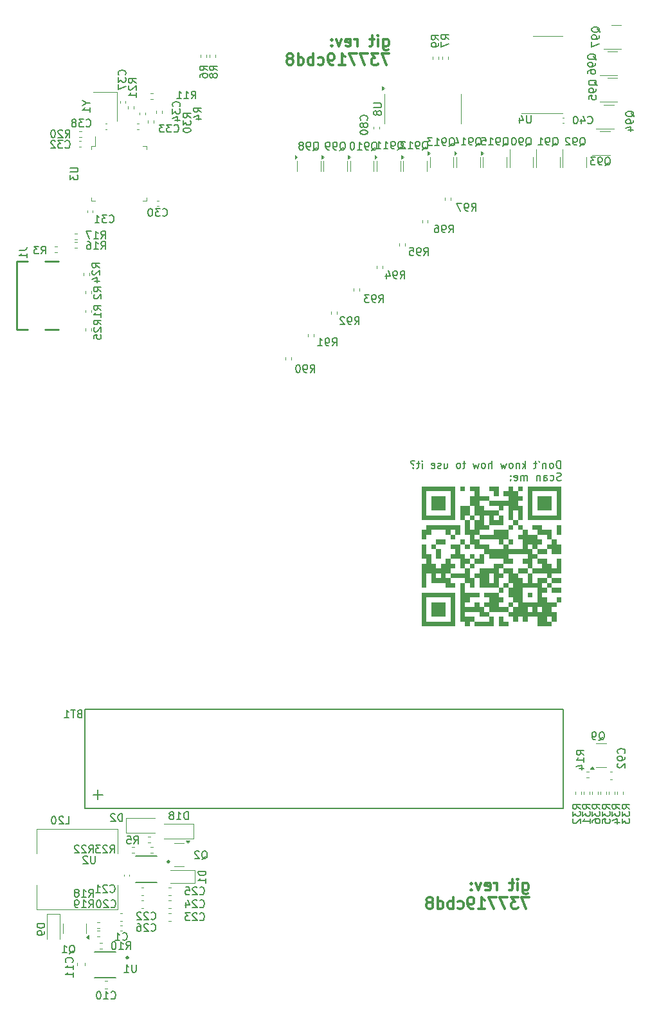
<source format=gbr>
%TF.GenerationSoftware,KiCad,Pcbnew,8.0.1*%
%TF.CreationDate,2024-06-17T11:25:03+08:00*%
%TF.ProjectId,pcb_badge,7063625f-6261-4646-9765-2e6b69636164,rev?*%
%TF.SameCoordinates,Original*%
%TF.FileFunction,Legend,Bot*%
%TF.FilePolarity,Positive*%
%FSLAX46Y46*%
G04 Gerber Fmt 4.6, Leading zero omitted, Abs format (unit mm)*
G04 Created by KiCad (PCBNEW 8.0.1) date 2024-06-17 11:25:03*
%MOMM*%
%LPD*%
G01*
G04 APERTURE LIST*
%ADD10C,0.000000*%
%ADD11C,0.300000*%
%ADD12C,0.150000*%
%ADD13C,0.120000*%
%ADD14C,0.250000*%
%ADD15C,0.127000*%
G04 APERTURE END LIST*
D10*
G36*
X133580000Y-106389998D02*
G01*
X132925950Y-106389998D01*
X132925950Y-105735948D01*
X133580000Y-105735948D01*
X133580000Y-106389998D01*
G37*
G36*
X132945000Y-100675000D02*
G01*
X132290950Y-100675000D01*
X132290950Y-100020949D01*
X132945000Y-100020949D01*
X132945000Y-100675000D01*
G37*
G36*
X136120000Y-109564998D02*
G01*
X135465949Y-109564998D01*
X135465949Y-108910948D01*
X136120000Y-108910948D01*
X136120000Y-109564998D01*
G37*
G36*
X142469999Y-100040000D02*
G01*
X141815949Y-100040000D01*
X141815949Y-99385949D01*
X142469999Y-99385949D01*
X142469999Y-100040000D01*
G37*
G36*
X131675000Y-101309999D02*
G01*
X131020950Y-101309999D01*
X131020950Y-100655950D01*
X131675000Y-100655950D01*
X131675000Y-101309999D01*
G37*
G36*
X138024999Y-104484998D02*
G01*
X137370950Y-104484998D01*
X137370950Y-103830950D01*
X138024999Y-103830950D01*
X138024999Y-104484998D01*
G37*
G36*
X139294999Y-93690000D02*
G01*
X138640949Y-93690000D01*
X138640949Y-93035950D01*
X139294999Y-93035950D01*
X139294999Y-93690000D01*
G37*
G36*
X145009998Y-103215000D02*
G01*
X144355949Y-103215000D01*
X144355949Y-102560949D01*
X145009998Y-102560949D01*
X145009998Y-103215000D01*
G37*
G36*
X140564999Y-105119998D02*
G01*
X139910949Y-105119998D01*
X139910949Y-104465949D01*
X140564999Y-104465949D01*
X140564999Y-105119998D01*
G37*
G36*
X141199998Y-98134999D02*
G01*
X140545950Y-98134999D01*
X140545950Y-97480950D01*
X141199998Y-97480950D01*
X141199998Y-98134999D01*
G37*
G36*
X128500000Y-102579999D02*
G01*
X127845950Y-102579999D01*
X127845950Y-101925949D01*
X128500000Y-101925949D01*
X128500000Y-102579999D01*
G37*
G36*
X131040000Y-102579999D02*
G01*
X130385950Y-102579999D01*
X130385950Y-101925949D01*
X131040000Y-101925949D01*
X131040000Y-102579999D01*
G37*
G36*
X145009998Y-107659998D02*
G01*
X144355949Y-107659998D01*
X144355949Y-107005950D01*
X145009998Y-107005950D01*
X145009998Y-107659998D01*
G37*
G36*
X134849999Y-100675000D02*
G01*
X134195950Y-100675000D01*
X134195950Y-100020949D01*
X134849999Y-100020949D01*
X134849999Y-100675000D01*
G37*
G36*
X138659999Y-100040000D02*
G01*
X138005950Y-100040000D01*
X138005950Y-99385949D01*
X138659999Y-99385949D01*
X138659999Y-100040000D01*
G37*
G36*
X137390000Y-95595000D02*
G01*
X136735949Y-95595000D01*
X136735949Y-94940950D01*
X137390000Y-94940950D01*
X137390000Y-95595000D01*
G37*
G36*
X140564999Y-104484998D02*
G01*
X139910949Y-104484998D01*
X139910949Y-103830950D01*
X140564999Y-103830950D01*
X140564999Y-104484998D01*
G37*
G36*
X140564999Y-103849999D02*
G01*
X139910949Y-103849999D01*
X139910949Y-103195949D01*
X140564999Y-103195949D01*
X140564999Y-103849999D01*
G37*
G36*
X146279998Y-105119998D02*
G01*
X145625948Y-105119998D01*
X145625948Y-104465949D01*
X146279998Y-104465949D01*
X146279998Y-105119998D01*
G37*
G36*
X135484999Y-105754999D02*
G01*
X134830950Y-105754999D01*
X134830950Y-105100949D01*
X135484999Y-105100949D01*
X135484999Y-105754999D01*
G37*
G36*
X137390000Y-102579999D02*
G01*
X136735949Y-102579999D01*
X136735949Y-101925949D01*
X137390000Y-101925949D01*
X137390000Y-102579999D01*
G37*
G36*
X129135000Y-101309999D02*
G01*
X128480950Y-101309999D01*
X128480950Y-100655950D01*
X129135000Y-100655950D01*
X129135000Y-101309999D01*
G37*
G36*
X141834998Y-108929998D02*
G01*
X141180949Y-108929998D01*
X141180949Y-108275949D01*
X141834998Y-108275949D01*
X141834998Y-108929998D01*
G37*
G36*
X138659999Y-98134999D02*
G01*
X138005950Y-98134999D01*
X138005950Y-97480950D01*
X138659999Y-97480950D01*
X138659999Y-98134999D01*
G37*
G36*
X133580000Y-108929998D02*
G01*
X132925950Y-108929998D01*
X132925950Y-108275949D01*
X133580000Y-108275949D01*
X133580000Y-108929998D01*
G37*
G36*
X142469999Y-103849999D02*
G01*
X141815949Y-103849999D01*
X141815949Y-103195949D01*
X142469999Y-103195949D01*
X142469999Y-103849999D01*
G37*
G36*
X134849999Y-103849999D02*
G01*
X134195950Y-103849999D01*
X134195950Y-103195949D01*
X134849999Y-103195949D01*
X134849999Y-103849999D01*
G37*
G36*
X146279998Y-100040000D02*
G01*
X145625948Y-100040000D01*
X145625948Y-99385949D01*
X146279998Y-99385949D01*
X146279998Y-100040000D01*
G37*
G36*
X139930000Y-93690000D02*
G01*
X139275949Y-93690000D01*
X139275949Y-93035950D01*
X139930000Y-93035950D01*
X139930000Y-93690000D01*
G37*
G36*
X131040000Y-98769999D02*
G01*
X130385950Y-98769999D01*
X130385950Y-98115950D01*
X131040000Y-98115950D01*
X131040000Y-98769999D01*
G37*
G36*
X138659999Y-107659998D02*
G01*
X138005950Y-107659998D01*
X138005950Y-107005950D01*
X138659999Y-107005950D01*
X138659999Y-107659998D01*
G37*
G36*
X142469999Y-108294998D02*
G01*
X141815949Y-108294998D01*
X141815949Y-107640949D01*
X142469999Y-107640949D01*
X142469999Y-108294998D01*
G37*
G36*
X136755000Y-93055000D02*
G01*
X136100949Y-93055000D01*
X136100949Y-92400950D01*
X136755000Y-92400950D01*
X136755000Y-93055000D01*
G37*
G36*
X129135000Y-101944999D02*
G01*
X128480950Y-101944999D01*
X128480950Y-101290950D01*
X129135000Y-101290950D01*
X129135000Y-101944999D01*
G37*
G36*
X133580000Y-100675000D02*
G01*
X132925950Y-100675000D01*
X132925950Y-100020949D01*
X133580000Y-100020949D01*
X133580000Y-100675000D01*
G37*
G36*
X143104998Y-100675000D02*
G01*
X142450948Y-100675000D01*
X142450948Y-100020949D01*
X143104998Y-100020949D01*
X143104998Y-100675000D01*
G37*
G36*
X141199998Y-105754999D02*
G01*
X140545950Y-105754999D01*
X140545950Y-105100949D01*
X141199998Y-105100949D01*
X141199998Y-105754999D01*
G37*
G36*
X136120000Y-108294998D02*
G01*
X135465949Y-108294998D01*
X135465949Y-107640949D01*
X136120000Y-107640949D01*
X136120000Y-108294998D01*
G37*
G36*
X131040000Y-103215000D02*
G01*
X130385950Y-103215000D01*
X130385950Y-102560949D01*
X131040000Y-102560949D01*
X131040000Y-103215000D01*
G37*
G36*
X138659999Y-106389998D02*
G01*
X138005950Y-106389998D01*
X138005950Y-105735948D01*
X138659999Y-105735948D01*
X138659999Y-106389998D01*
G37*
G36*
X129135000Y-102579999D02*
G01*
X128480950Y-102579999D01*
X128480950Y-101925949D01*
X129135000Y-101925949D01*
X129135000Y-102579999D01*
G37*
G36*
X128500000Y-103215000D02*
G01*
X127845950Y-103215000D01*
X127845950Y-102560949D01*
X128500000Y-102560949D01*
X128500000Y-103215000D01*
G37*
G36*
X132310000Y-101944999D02*
G01*
X131655950Y-101944999D01*
X131655950Y-101290950D01*
X132310000Y-101290950D01*
X132310000Y-101944999D01*
G37*
G36*
X141199998Y-96865000D02*
G01*
X140545950Y-96865000D01*
X140545950Y-96210950D01*
X141199998Y-96210950D01*
X141199998Y-96865000D01*
G37*
G36*
X144374998Y-101309999D02*
G01*
X143720950Y-101309999D01*
X143720950Y-100655950D01*
X144374998Y-100655950D01*
X144374998Y-101309999D01*
G37*
G36*
X138024999Y-103849999D02*
G01*
X137370950Y-103849999D01*
X137370950Y-103195949D01*
X138024999Y-103195949D01*
X138024999Y-103849999D01*
G37*
G36*
X136120000Y-107659998D02*
G01*
X135465949Y-107659998D01*
X135465949Y-107005950D01*
X136120000Y-107005950D01*
X136120000Y-107659998D01*
G37*
G36*
X145644998Y-105119998D02*
G01*
X144990949Y-105119998D01*
X144990949Y-104465949D01*
X145644998Y-104465949D01*
X145644998Y-105119998D01*
G37*
G36*
X144374998Y-105119998D02*
G01*
X143720950Y-105119998D01*
X143720950Y-104465949D01*
X144374998Y-104465949D01*
X144374998Y-105119998D01*
G37*
G36*
X138024999Y-100040000D02*
G01*
X137370950Y-100040000D01*
X137370950Y-99385949D01*
X138024999Y-99385949D01*
X138024999Y-100040000D01*
G37*
G36*
X141199998Y-93055000D02*
G01*
X140545950Y-93055000D01*
X140545950Y-92400950D01*
X141199998Y-92400950D01*
X141199998Y-93055000D01*
G37*
G36*
X146279998Y-106389998D02*
G01*
X145625948Y-106389998D01*
X145625948Y-105735948D01*
X146279998Y-105735948D01*
X146279998Y-106389998D01*
G37*
G36*
X141199998Y-107024999D02*
G01*
X140545950Y-107024999D01*
X140545950Y-106370949D01*
X141199998Y-106370949D01*
X141199998Y-107024999D01*
G37*
G36*
X139294999Y-98134999D02*
G01*
X138640949Y-98134999D01*
X138640949Y-97480950D01*
X139294999Y-97480950D01*
X139294999Y-98134999D01*
G37*
G36*
X141199998Y-103849999D02*
G01*
X140545950Y-103849999D01*
X140545950Y-103195949D01*
X141199998Y-103195949D01*
X141199998Y-103849999D01*
G37*
G36*
X134849999Y-101944999D02*
G01*
X134195950Y-101944999D01*
X134195950Y-101290950D01*
X134849999Y-101290950D01*
X134849999Y-101944999D01*
G37*
G36*
X140564999Y-107659998D02*
G01*
X139910949Y-107659998D01*
X139910949Y-107005950D01*
X140564999Y-107005950D01*
X140564999Y-107659998D01*
G37*
G36*
X144374998Y-109564998D02*
G01*
X143720950Y-109564998D01*
X143720950Y-108910948D01*
X144374998Y-108910948D01*
X144374998Y-109564998D01*
G37*
G36*
X143739999Y-104484998D02*
G01*
X143085949Y-104484998D01*
X143085949Y-103830950D01*
X143739999Y-103830950D01*
X143739999Y-104484998D01*
G37*
G36*
X134215000Y-101309999D02*
G01*
X133560950Y-101309999D01*
X133560950Y-100655950D01*
X134215000Y-100655950D01*
X134215000Y-101309999D01*
G37*
G36*
X137390000Y-109564998D02*
G01*
X136735949Y-109564998D01*
X136735949Y-108910948D01*
X137390000Y-108910948D01*
X137390000Y-109564998D01*
G37*
G36*
X139930000Y-101309999D02*
G01*
X139275949Y-101309999D01*
X139275949Y-100655950D01*
X139930000Y-100655950D01*
X139930000Y-101309999D01*
G37*
G36*
X141199998Y-100040000D02*
G01*
X140545950Y-100040000D01*
X140545950Y-99385949D01*
X141199998Y-99385949D01*
X141199998Y-100040000D01*
G37*
G36*
X139930000Y-91785000D02*
G01*
X139275949Y-91785000D01*
X139275949Y-91130950D01*
X139930000Y-91130950D01*
X139930000Y-91785000D01*
G37*
G36*
X128500000Y-103849999D02*
G01*
X127845950Y-103849999D01*
X127845950Y-103195949D01*
X128500000Y-103195949D01*
X128500000Y-103849999D01*
G37*
G36*
X144374998Y-107024999D02*
G01*
X143720950Y-107024999D01*
X143720950Y-106370949D01*
X144374998Y-106370949D01*
X144374998Y-107024999D01*
G37*
G36*
X128500000Y-100040000D02*
G01*
X127845950Y-100040000D01*
X127845950Y-99385949D01*
X128500000Y-99385949D01*
X128500000Y-100040000D01*
G37*
G36*
X130405000Y-98769999D02*
G01*
X129750950Y-98769999D01*
X129750950Y-98115950D01*
X130405000Y-98115950D01*
X130405000Y-98769999D01*
G37*
G36*
X142469999Y-107024999D02*
G01*
X141815949Y-107024999D01*
X141815949Y-106370949D01*
X142469999Y-106370949D01*
X142469999Y-107024999D01*
G37*
G36*
X128500000Y-101944999D02*
G01*
X127845950Y-101944999D01*
X127845950Y-101290950D01*
X128500000Y-101290950D01*
X128500000Y-101944999D01*
G37*
G36*
X145644998Y-102579999D02*
G01*
X144990949Y-102579999D01*
X144990949Y-101925949D01*
X145644998Y-101925949D01*
X145644998Y-102579999D01*
G37*
G36*
X143739999Y-101309999D02*
G01*
X143085949Y-101309999D01*
X143085949Y-100655950D01*
X143739999Y-100655950D01*
X143739999Y-101309999D01*
G37*
G36*
X131675000Y-96865000D02*
G01*
X131020950Y-96865000D01*
X131020950Y-96210950D01*
X131675000Y-96210950D01*
X131675000Y-96865000D01*
G37*
G36*
X137390000Y-105754999D02*
G01*
X136735949Y-105754999D01*
X136735949Y-105100949D01*
X137390000Y-105100949D01*
X137390000Y-105754999D01*
G37*
G36*
X136755000Y-99405000D02*
G01*
X136100949Y-99405000D01*
X136100949Y-98750949D01*
X136755000Y-98750949D01*
X136755000Y-99405000D01*
G37*
G36*
X134849999Y-108929998D02*
G01*
X134195950Y-108929998D01*
X134195950Y-108275949D01*
X134849999Y-108275949D01*
X134849999Y-108929998D01*
G37*
G36*
X134215000Y-94325000D02*
G01*
X133560950Y-94325000D01*
X133560950Y-93670950D01*
X134215000Y-93670950D01*
X134215000Y-94325000D01*
G37*
G36*
X138024999Y-103215000D02*
G01*
X137370950Y-103215000D01*
X137370950Y-102560949D01*
X138024999Y-102560949D01*
X138024999Y-103215000D01*
G37*
G36*
X138659999Y-95595000D02*
G01*
X138005950Y-95595000D01*
X138005950Y-94940950D01*
X138659999Y-94940950D01*
X138659999Y-95595000D01*
G37*
G36*
X137390000Y-107659998D02*
G01*
X136735949Y-107659998D01*
X136735949Y-107005950D01*
X137390000Y-107005950D01*
X137390000Y-107659998D01*
G37*
G36*
X139930000Y-96865000D02*
G01*
X139275949Y-96865000D01*
X139275949Y-96210950D01*
X139930000Y-96210950D01*
X139930000Y-96865000D01*
G37*
G36*
X143739999Y-103849999D02*
G01*
X143085949Y-103849999D01*
X143085949Y-103195949D01*
X143739999Y-103195949D01*
X143739999Y-103849999D01*
G37*
G36*
X136755000Y-96865000D02*
G01*
X136100949Y-96865000D01*
X136100949Y-96210950D01*
X136755000Y-96210950D01*
X136755000Y-96865000D01*
G37*
G36*
X136120000Y-93055000D02*
G01*
X135465949Y-93055000D01*
X135465949Y-92400950D01*
X136120000Y-92400950D01*
X136120000Y-93055000D01*
G37*
G36*
X135484999Y-107659998D02*
G01*
X134830950Y-107659998D01*
X134830950Y-107005950D01*
X135484999Y-107005950D01*
X135484999Y-107659998D01*
G37*
G36*
X141199998Y-94325000D02*
G01*
X140545950Y-94325000D01*
X140545950Y-93670950D01*
X141199998Y-93670950D01*
X141199998Y-94325000D01*
G37*
G36*
X136755000Y-105754999D02*
G01*
X136100949Y-105754999D01*
X136100949Y-105100949D01*
X136755000Y-105100949D01*
X136755000Y-105754999D01*
G37*
G36*
X132310000Y-103215000D02*
G01*
X131655950Y-103215000D01*
X131655950Y-102560949D01*
X132310000Y-102560949D01*
X132310000Y-103215000D01*
G37*
G36*
X129770000Y-99405000D02*
G01*
X129115950Y-99405000D01*
X129115950Y-98750949D01*
X129770000Y-98750949D01*
X129770000Y-99405000D01*
G37*
G36*
X137390000Y-100040000D02*
G01*
X136735949Y-100040000D01*
X136735949Y-99385949D01*
X137390000Y-99385949D01*
X137390000Y-100040000D01*
G37*
G36*
X134849999Y-104484998D02*
G01*
X134195950Y-104484998D01*
X134195950Y-103830950D01*
X134849999Y-103830950D01*
X134849999Y-104484998D01*
G37*
G36*
X130405000Y-96865000D02*
G01*
X129750950Y-96865000D01*
X129750950Y-96210950D01*
X130405000Y-96210950D01*
X130405000Y-96865000D01*
G37*
G36*
X132945000Y-100040000D02*
G01*
X132290950Y-100040000D01*
X132290950Y-99385949D01*
X132945000Y-99385949D01*
X132945000Y-100040000D01*
G37*
G36*
X146279998Y-97500000D02*
G01*
X145625948Y-97500000D01*
X145625948Y-96845950D01*
X146279998Y-96845950D01*
X146279998Y-97500000D01*
G37*
G36*
X137390000Y-91785000D02*
G01*
X136735949Y-91785000D01*
X136735949Y-91130950D01*
X137390000Y-91130950D01*
X137390000Y-91785000D01*
G37*
G36*
X145009998Y-107024999D02*
G01*
X144355949Y-107024999D01*
X144355949Y-106370949D01*
X145009998Y-106370949D01*
X145009998Y-107024999D01*
G37*
G36*
X138024999Y-101944999D02*
G01*
X137370950Y-101944999D01*
X137370950Y-101290950D01*
X138024999Y-101290950D01*
X138024999Y-101944999D01*
G37*
G36*
X130405000Y-102579999D02*
G01*
X129750950Y-102579999D01*
X129750950Y-101925949D01*
X130405000Y-101925949D01*
X130405000Y-102579999D01*
G37*
G36*
X134849999Y-93690000D02*
G01*
X134195950Y-93690000D01*
X134195950Y-93035950D01*
X134849999Y-93035950D01*
X134849999Y-93690000D01*
G37*
G36*
X132310000Y-99405000D02*
G01*
X131655950Y-99405000D01*
X131655950Y-98750949D01*
X132310000Y-98750949D01*
X132310000Y-99405000D01*
G37*
G36*
X140564999Y-105754999D02*
G01*
X139910949Y-105754999D01*
X139910949Y-105100949D01*
X140564999Y-105100949D01*
X140564999Y-105754999D01*
G37*
G36*
X141199998Y-104484998D02*
G01*
X140545950Y-104484998D01*
X140545950Y-103830950D01*
X141199998Y-103830950D01*
X141199998Y-104484998D01*
G37*
G36*
X136755000Y-94960000D02*
G01*
X136100949Y-94960000D01*
X136100949Y-94305950D01*
X136755000Y-94305950D01*
X136755000Y-94960000D01*
G37*
G36*
X133580000Y-101944999D02*
G01*
X132925950Y-101944999D01*
X132925950Y-101290950D01*
X133580000Y-101290950D01*
X133580000Y-101944999D01*
G37*
G36*
X142469999Y-104484998D02*
G01*
X141815949Y-104484998D01*
X141815949Y-103830950D01*
X142469999Y-103830950D01*
X142469999Y-104484998D01*
G37*
G36*
X143739999Y-107024999D02*
G01*
X143085949Y-107024999D01*
X143085949Y-106370949D01*
X143739999Y-106370949D01*
X143739999Y-107024999D01*
G37*
G36*
X135484999Y-97500000D02*
G01*
X134830950Y-97500000D01*
X134830950Y-96845950D01*
X135484999Y-96845950D01*
X135484999Y-97500000D01*
G37*
G36*
X132310000Y-96865000D02*
G01*
X131655950Y-96865000D01*
X131655950Y-96210950D01*
X132310000Y-96210950D01*
X132310000Y-96865000D01*
G37*
G36*
X134215000Y-107659998D02*
G01*
X133560950Y-107659998D01*
X133560950Y-107005950D01*
X134215000Y-107005950D01*
X134215000Y-107659998D01*
G37*
G36*
X139294999Y-107659998D02*
G01*
X138640949Y-107659998D01*
X138640949Y-107005950D01*
X139294999Y-107005950D01*
X139294999Y-107659998D01*
G37*
G36*
X141199998Y-108294998D02*
G01*
X140545950Y-108294998D01*
X140545950Y-107640949D01*
X141199998Y-107640949D01*
X141199998Y-108294998D01*
G37*
G36*
X136755000Y-103215000D02*
G01*
X136100949Y-103215000D01*
X136100949Y-102560949D01*
X136755000Y-102560949D01*
X136755000Y-103215000D01*
G37*
G36*
X139930000Y-103849999D02*
G01*
X139275949Y-103849999D01*
X139275949Y-103195949D01*
X139930000Y-103195949D01*
X139930000Y-103849999D01*
G37*
G36*
X142469999Y-101944999D02*
G01*
X141815949Y-101944999D01*
X141815949Y-101290950D01*
X142469999Y-101290950D01*
X142469999Y-101944999D01*
G37*
G36*
X131675000Y-103849999D02*
G01*
X131020950Y-103849999D01*
X131020950Y-103195949D01*
X131675000Y-103195949D01*
X131675000Y-103849999D01*
G37*
G36*
X141834998Y-101309999D02*
G01*
X141180949Y-101309999D01*
X141180949Y-100655950D01*
X141834998Y-100655950D01*
X141834998Y-101309999D01*
G37*
G36*
X138024999Y-98134999D02*
G01*
X137370950Y-98134999D01*
X137370950Y-97480950D01*
X138024999Y-97480950D01*
X138024999Y-98134999D01*
G37*
G36*
X144374998Y-100040000D02*
G01*
X143720950Y-100040000D01*
X143720950Y-99385949D01*
X144374998Y-99385949D01*
X144374998Y-100040000D01*
G37*
G36*
X138659999Y-108929998D02*
G01*
X138005950Y-108929998D01*
X138005950Y-108275949D01*
X138659999Y-108275949D01*
X138659999Y-108929998D01*
G37*
G36*
X131040000Y-101944999D02*
G01*
X130385950Y-101944999D01*
X130385950Y-101290950D01*
X131040000Y-101290950D01*
X131040000Y-101944999D01*
G37*
G36*
X140564999Y-103215000D02*
G01*
X139910949Y-103215000D01*
X139910949Y-102560949D01*
X140564999Y-102560949D01*
X140564999Y-103215000D01*
G37*
G36*
X134849999Y-93055000D02*
G01*
X134195950Y-93055000D01*
X134195950Y-92400950D01*
X134849999Y-92400950D01*
X134849999Y-93055000D01*
G37*
G36*
X134215000Y-106389998D02*
G01*
X133560950Y-106389998D01*
X133560950Y-105735948D01*
X134215000Y-105735948D01*
X134215000Y-106389998D01*
G37*
G36*
X136755000Y-109564998D02*
G01*
X136100949Y-109564998D01*
X136100949Y-108910948D01*
X136755000Y-108910948D01*
X136755000Y-109564998D01*
G37*
G36*
X132290950Y-95575950D02*
G01*
X127845950Y-95575950D01*
X127845950Y-91765950D01*
X128480950Y-91765950D01*
X128480950Y-94940950D01*
X131655950Y-94940950D01*
X131655950Y-91765950D01*
X128480950Y-91765950D01*
X127845950Y-91765950D01*
X127845950Y-91130950D01*
X132290950Y-91130950D01*
X132290950Y-95575950D01*
G37*
G36*
X136755000Y-100040000D02*
G01*
X136100949Y-100040000D01*
X136100949Y-99385949D01*
X136755000Y-99385949D01*
X136755000Y-100040000D01*
G37*
G36*
X140564999Y-96230000D02*
G01*
X139910949Y-96230000D01*
X139910949Y-95575950D01*
X140564999Y-95575950D01*
X140564999Y-96230000D01*
G37*
G36*
X133580000Y-105119998D02*
G01*
X132925950Y-105119998D01*
X132925950Y-104465949D01*
X133580000Y-104465949D01*
X133580000Y-105119998D01*
G37*
G36*
X144374998Y-108294998D02*
G01*
X143720950Y-108294998D01*
X143720950Y-107640949D01*
X144374998Y-107640949D01*
X144374998Y-108294998D01*
G37*
G36*
X129770000Y-102579999D02*
G01*
X129115950Y-102579999D01*
X129115950Y-101925949D01*
X129770000Y-101925949D01*
X129770000Y-102579999D01*
G37*
G36*
X136120000Y-96230000D02*
G01*
X135465949Y-96230000D01*
X135465949Y-95575950D01*
X136120000Y-95575950D01*
X136120000Y-96230000D01*
G37*
G36*
X138024999Y-96230000D02*
G01*
X137370950Y-96230000D01*
X137370950Y-95575950D01*
X138024999Y-95575950D01*
X138024999Y-96230000D01*
G37*
G36*
X133580000Y-108294998D02*
G01*
X132925950Y-108294998D01*
X132925950Y-107640949D01*
X133580000Y-107640949D01*
X133580000Y-108294998D01*
G37*
G36*
X134215000Y-108929998D02*
G01*
X133560950Y-108929998D01*
X133560950Y-108275949D01*
X134215000Y-108275949D01*
X134215000Y-108929998D01*
G37*
G36*
X134849999Y-95595000D02*
G01*
X134195950Y-95595000D01*
X134195950Y-94940950D01*
X134849999Y-94940950D01*
X134849999Y-95595000D01*
G37*
G36*
X134849999Y-105754999D02*
G01*
X134195950Y-105754999D01*
X134195950Y-105100949D01*
X134849999Y-105100949D01*
X134849999Y-105754999D01*
G37*
G36*
X139930000Y-94960000D02*
G01*
X139275949Y-94960000D01*
X139275949Y-94305950D01*
X139930000Y-94305950D01*
X139930000Y-94960000D01*
G37*
G36*
X141199998Y-107659998D02*
G01*
X140545950Y-107659998D01*
X140545950Y-107005950D01*
X141199998Y-107005950D01*
X141199998Y-107659998D01*
G37*
G36*
X145009998Y-102579999D02*
G01*
X144355949Y-102579999D01*
X144355949Y-101925949D01*
X145009998Y-101925949D01*
X145009998Y-102579999D01*
G37*
G36*
X143104998Y-102579999D02*
G01*
X142450948Y-102579999D01*
X142450948Y-101925949D01*
X143104998Y-101925949D01*
X143104998Y-102579999D01*
G37*
G36*
X139294999Y-101309999D02*
G01*
X138640949Y-101309999D01*
X138640949Y-100655950D01*
X139294999Y-100655950D01*
X139294999Y-101309999D01*
G37*
G36*
X144374998Y-108929998D02*
G01*
X143720950Y-108929998D01*
X143720950Y-108275949D01*
X144374998Y-108275949D01*
X144374998Y-108929998D01*
G37*
G36*
X133580000Y-107024999D02*
G01*
X132925950Y-107024999D01*
X132925950Y-106370949D01*
X133580000Y-106370949D01*
X133580000Y-107024999D01*
G37*
G36*
X143739999Y-108294998D02*
G01*
X143085949Y-108294998D01*
X143085949Y-107640949D01*
X143739999Y-107640949D01*
X143739999Y-108294998D01*
G37*
G36*
X143104998Y-98769999D02*
G01*
X142450948Y-98769999D01*
X142450948Y-98115950D01*
X143104998Y-98115950D01*
X143104998Y-98769999D01*
G37*
G36*
X142469999Y-100675000D02*
G01*
X141815949Y-100675000D01*
X141815949Y-100020949D01*
X142469999Y-100020949D01*
X142469999Y-100675000D01*
G37*
G36*
X135484999Y-92420000D02*
G01*
X134830950Y-92420000D01*
X134830950Y-91765950D01*
X135484999Y-91765950D01*
X135484999Y-92420000D01*
G37*
G36*
X138659999Y-97500000D02*
G01*
X138005950Y-97500000D01*
X138005950Y-96845950D01*
X138659999Y-96845950D01*
X138659999Y-97500000D01*
G37*
G36*
X143104998Y-108294998D02*
G01*
X142450948Y-108294998D01*
X142450948Y-107640949D01*
X143104998Y-107640949D01*
X143104998Y-108294998D01*
G37*
G36*
X136755000Y-108294998D02*
G01*
X136100949Y-108294998D01*
X136100949Y-107640949D01*
X136755000Y-107640949D01*
X136755000Y-108294998D01*
G37*
G36*
X141199998Y-94960000D02*
G01*
X140545950Y-94960000D01*
X140545950Y-94305950D01*
X141199998Y-94305950D01*
X141199998Y-94960000D01*
G37*
G36*
X134215000Y-97500000D02*
G01*
X133560950Y-97500000D01*
X133560950Y-96845950D01*
X134215000Y-96845950D01*
X134215000Y-97500000D01*
G37*
G36*
X136755000Y-103849999D02*
G01*
X136100949Y-103849999D01*
X136100949Y-103195949D01*
X136755000Y-103195949D01*
X136755000Y-103849999D01*
G37*
G36*
X140564999Y-108294998D02*
G01*
X139910949Y-108294998D01*
X139910949Y-107640949D01*
X140564999Y-107640949D01*
X140564999Y-108294998D01*
G37*
G36*
X145644998Y-108929998D02*
G01*
X144990949Y-108929998D01*
X144990949Y-108275949D01*
X145644998Y-108275949D01*
X145644998Y-108929998D01*
G37*
G36*
X143739999Y-102579999D02*
G01*
X143085949Y-102579999D01*
X143085949Y-101925949D01*
X143739999Y-101925949D01*
X143739999Y-102579999D01*
G37*
G36*
X144374998Y-102579999D02*
G01*
X143720950Y-102579999D01*
X143720950Y-101925949D01*
X144374998Y-101925949D01*
X144374998Y-102579999D01*
G37*
G36*
X131040000Y-96865000D02*
G01*
X130385950Y-96865000D01*
X130385950Y-96210950D01*
X131040000Y-96210950D01*
X131040000Y-96865000D01*
G37*
G36*
X138659999Y-96230000D02*
G01*
X138005950Y-96230000D01*
X138005950Y-95575950D01*
X138659999Y-95575950D01*
X138659999Y-96230000D01*
G37*
G36*
X136120000Y-94325000D02*
G01*
X135465949Y-94325000D01*
X135465949Y-93670950D01*
X136120000Y-93670950D01*
X136120000Y-94325000D01*
G37*
G36*
X130405000Y-103849999D02*
G01*
X129750950Y-103849999D01*
X129750950Y-103195949D01*
X130405000Y-103195949D01*
X130405000Y-103849999D01*
G37*
G36*
X134215000Y-109564998D02*
G01*
X133560950Y-109564998D01*
X133560950Y-108910948D01*
X134215000Y-108910948D01*
X134215000Y-109564998D01*
G37*
G36*
X131675000Y-102579999D02*
G01*
X131020950Y-102579999D01*
X131020950Y-101925949D01*
X131675000Y-101925949D01*
X131675000Y-102579999D01*
G37*
G36*
X130405000Y-100675000D02*
G01*
X129750950Y-100675000D01*
X129750950Y-100020949D01*
X130405000Y-100020949D01*
X130405000Y-100675000D01*
G37*
G36*
X145009998Y-97500000D02*
G01*
X144355949Y-97500000D01*
X144355949Y-96845950D01*
X145009998Y-96845950D01*
X145009998Y-97500000D01*
G37*
G36*
X135484999Y-96230000D02*
G01*
X134830950Y-96230000D01*
X134830950Y-95575950D01*
X135484999Y-95575950D01*
X135484999Y-96230000D01*
G37*
G36*
X135484999Y-103215000D02*
G01*
X134830950Y-103215000D01*
X134830950Y-102560949D01*
X135484999Y-102560949D01*
X135484999Y-103215000D01*
G37*
G36*
X141834998Y-102579999D02*
G01*
X141180949Y-102579999D01*
X141180949Y-101925949D01*
X141834998Y-101925949D01*
X141834998Y-102579999D01*
G37*
G36*
X146279998Y-99405000D02*
G01*
X145625948Y-99405000D01*
X145625948Y-98750949D01*
X146279998Y-98750949D01*
X146279998Y-99405000D01*
G37*
G36*
X143739999Y-100040000D02*
G01*
X143085949Y-100040000D01*
X143085949Y-99385949D01*
X143739999Y-99385949D01*
X143739999Y-100040000D01*
G37*
G36*
X139294999Y-97500000D02*
G01*
X138640949Y-97500000D01*
X138640949Y-96845950D01*
X139294999Y-96845950D01*
X139294999Y-97500000D01*
G37*
G36*
X139930000Y-93055000D02*
G01*
X139275949Y-93055000D01*
X139275949Y-92400950D01*
X139930000Y-92400950D01*
X139930000Y-93055000D01*
G37*
G36*
X132310000Y-100675000D02*
G01*
X131655950Y-100675000D01*
X131655950Y-100020949D01*
X132310000Y-100020949D01*
X132310000Y-100675000D01*
G37*
G36*
X142469999Y-105754999D02*
G01*
X141815949Y-105754999D01*
X141815949Y-105100949D01*
X142469999Y-105100949D01*
X142469999Y-105754999D01*
G37*
G36*
X139294999Y-109564998D02*
G01*
X138640949Y-109564998D01*
X138640949Y-108910948D01*
X139294999Y-108910948D01*
X139294999Y-109564998D01*
G37*
G36*
X138659999Y-103215000D02*
G01*
X138005950Y-103215000D01*
X138005950Y-102560949D01*
X138659999Y-102560949D01*
X138659999Y-103215000D01*
G37*
G36*
X133580000Y-107659998D02*
G01*
X132925950Y-107659998D01*
X132925950Y-107005950D01*
X133580000Y-107005950D01*
X133580000Y-107659998D01*
G37*
G36*
X138024999Y-107024999D02*
G01*
X137370950Y-107024999D01*
X137370950Y-106370949D01*
X138024999Y-106370949D01*
X138024999Y-107024999D01*
G37*
G36*
X135484999Y-109564998D02*
G01*
X134830950Y-109564998D01*
X134830950Y-108910948D01*
X135484999Y-108910948D01*
X135484999Y-109564998D01*
G37*
G36*
X128500000Y-97500000D02*
G01*
X127845950Y-97500000D01*
X127845950Y-96845950D01*
X128500000Y-96845950D01*
X128500000Y-97500000D01*
G37*
G36*
X134849999Y-97500000D02*
G01*
X134195950Y-97500000D01*
X134195950Y-96845950D01*
X134849999Y-96845950D01*
X134849999Y-97500000D01*
G37*
G36*
X141834998Y-104484998D02*
G01*
X141180949Y-104484998D01*
X141180949Y-103830950D01*
X141834998Y-103830950D01*
X141834998Y-104484998D01*
G37*
G36*
X139294999Y-92420000D02*
G01*
X138640949Y-92420000D01*
X138640949Y-91765950D01*
X139294999Y-91765950D01*
X139294999Y-92420000D01*
G37*
G36*
X145644998Y-100040000D02*
G01*
X144990949Y-100040000D01*
X144990949Y-99385949D01*
X145644998Y-99385949D01*
X145644998Y-100040000D01*
G37*
G36*
X139930000Y-102579999D02*
G01*
X139275949Y-102579999D01*
X139275949Y-101925949D01*
X139930000Y-101925949D01*
X139930000Y-102579999D01*
G37*
G36*
X136755000Y-98134999D02*
G01*
X136100949Y-98134999D01*
X136100949Y-97480950D01*
X136755000Y-97480950D01*
X136755000Y-98134999D01*
G37*
G36*
X136120000Y-95595000D02*
G01*
X135465949Y-95595000D01*
X135465949Y-94940950D01*
X136120000Y-94940950D01*
X136120000Y-95595000D01*
G37*
G36*
X139930000Y-95595000D02*
G01*
X139275949Y-95595000D01*
X139275949Y-94940950D01*
X139930000Y-94940950D01*
X139930000Y-95595000D01*
G37*
G36*
X133580000Y-94960000D02*
G01*
X132925950Y-94960000D01*
X132925950Y-94305950D01*
X133580000Y-94305950D01*
X133580000Y-94960000D01*
G37*
G36*
X143739999Y-109564998D02*
G01*
X143085949Y-109564998D01*
X143085949Y-108910948D01*
X143739999Y-108910948D01*
X143739999Y-109564998D01*
G37*
G36*
X135484999Y-93690000D02*
G01*
X134830950Y-93690000D01*
X134830950Y-93035950D01*
X135484999Y-93035950D01*
X135484999Y-93690000D01*
G37*
G36*
X137390000Y-94960000D02*
G01*
X136735949Y-94960000D01*
X136735949Y-94305950D01*
X137390000Y-94305950D01*
X137390000Y-94960000D01*
G37*
G36*
X134849999Y-107659998D02*
G01*
X134195950Y-107659998D01*
X134195950Y-107005950D01*
X134849999Y-107005950D01*
X134849999Y-107659998D01*
G37*
G36*
X138024999Y-97500000D02*
G01*
X137370950Y-97500000D01*
X137370950Y-96845950D01*
X138024999Y-96845950D01*
X138024999Y-97500000D01*
G37*
G36*
X141834998Y-98134999D02*
G01*
X141180949Y-98134999D01*
X141180949Y-97480950D01*
X141834998Y-97480950D01*
X141834998Y-98134999D01*
G37*
G36*
X134215000Y-96865000D02*
G01*
X133560950Y-96865000D01*
X133560950Y-96210950D01*
X134215000Y-96210950D01*
X134215000Y-96865000D01*
G37*
G36*
X143104998Y-99405000D02*
G01*
X142450948Y-99405000D01*
X142450948Y-98750949D01*
X143104998Y-98750949D01*
X143104998Y-99405000D01*
G37*
G36*
X141834998Y-97500000D02*
G01*
X141180949Y-97500000D01*
X141180949Y-96845950D01*
X141834998Y-96845950D01*
X141834998Y-97500000D01*
G37*
G36*
X134215000Y-99405000D02*
G01*
X133560950Y-99405000D01*
X133560950Y-98750949D01*
X134215000Y-98750949D01*
X134215000Y-99405000D01*
G37*
G36*
X142469999Y-101309999D02*
G01*
X141815949Y-101309999D01*
X141815949Y-100655950D01*
X142469999Y-100655950D01*
X142469999Y-101309999D01*
G37*
G36*
X146279998Y-101309999D02*
G01*
X145625948Y-101309999D01*
X145625948Y-100655950D01*
X146279998Y-100655950D01*
X146279998Y-101309999D01*
G37*
G36*
X143104998Y-107659998D02*
G01*
X142450948Y-107659998D01*
X142450948Y-107005950D01*
X143104998Y-107005950D01*
X143104998Y-107659998D01*
G37*
G36*
X133580000Y-105754999D02*
G01*
X132925950Y-105754999D01*
X132925950Y-105100949D01*
X133580000Y-105100949D01*
X133580000Y-105754999D01*
G37*
G36*
X142469999Y-103215000D02*
G01*
X141815949Y-103215000D01*
X141815949Y-102560949D01*
X142469999Y-102560949D01*
X142469999Y-103215000D01*
G37*
G36*
X141199998Y-105119998D02*
G01*
X140545950Y-105119998D01*
X140545950Y-104465949D01*
X141199998Y-104465949D01*
X141199998Y-105119998D01*
G37*
G36*
X138659999Y-98769999D02*
G01*
X138005950Y-98769999D01*
X138005950Y-98115950D01*
X138659999Y-98115950D01*
X138659999Y-98769999D01*
G37*
G36*
X144374998Y-106389998D02*
G01*
X143720950Y-106389998D01*
X143720950Y-105735948D01*
X144374998Y-105735948D01*
X144374998Y-106389998D01*
G37*
G36*
X138024999Y-93690000D02*
G01*
X137370950Y-93690000D01*
X137370950Y-93035950D01*
X138024999Y-93035950D01*
X138024999Y-93690000D01*
G37*
G36*
X145644998Y-99405000D02*
G01*
X144990949Y-99405000D01*
X144990949Y-98750949D01*
X145644998Y-98750949D01*
X145644998Y-99405000D01*
G37*
G36*
X131675000Y-97500000D02*
G01*
X131020950Y-97500000D01*
X131020950Y-96845950D01*
X131675000Y-96845950D01*
X131675000Y-97500000D01*
G37*
G36*
X145009998Y-98134999D02*
G01*
X144355949Y-98134999D01*
X144355949Y-97480950D01*
X145009998Y-97480950D01*
X145009998Y-98134999D01*
G37*
G36*
X134215000Y-102579999D02*
G01*
X133560950Y-102579999D01*
X133560950Y-101925949D01*
X134215000Y-101925949D01*
X134215000Y-102579999D01*
G37*
G36*
X135484999Y-96865000D02*
G01*
X134830950Y-96865000D01*
X134830950Y-96210950D01*
X135484999Y-96210950D01*
X135484999Y-96865000D01*
G37*
G36*
X136120000Y-104484998D02*
G01*
X135465949Y-104484998D01*
X135465949Y-103830950D01*
X136120000Y-103830950D01*
X136120000Y-104484998D01*
G37*
G36*
X129135000Y-96865000D02*
G01*
X128480950Y-96865000D01*
X128480950Y-96210950D01*
X129135000Y-96210950D01*
X129135000Y-96865000D01*
G37*
G36*
X136120000Y-94960000D02*
G01*
X135465949Y-94960000D01*
X135465949Y-94305950D01*
X136120000Y-94305950D01*
X136120000Y-94960000D01*
G37*
G36*
X146279998Y-96865000D02*
G01*
X145625948Y-96865000D01*
X145625948Y-96210950D01*
X146279998Y-96210950D01*
X146279998Y-96865000D01*
G37*
G36*
X136120000Y-103215000D02*
G01*
X135465949Y-103215000D01*
X135465949Y-102560949D01*
X136120000Y-102560949D01*
X136120000Y-103215000D01*
G37*
G36*
X140564999Y-106389998D02*
G01*
X139910949Y-106389998D01*
X139910949Y-105735948D01*
X140564999Y-105735948D01*
X140564999Y-106389998D01*
G37*
G36*
X138659999Y-109564998D02*
G01*
X138005950Y-109564998D01*
X138005950Y-108910948D01*
X138659999Y-108910948D01*
X138659999Y-109564998D01*
G37*
G36*
X135484999Y-93055000D02*
G01*
X134830950Y-93055000D01*
X134830950Y-92400950D01*
X135484999Y-92400950D01*
X135484999Y-93055000D01*
G37*
G36*
X143739999Y-98769999D02*
G01*
X143085949Y-98769999D01*
X143085949Y-98115950D01*
X143739999Y-98115950D01*
X143739999Y-98769999D01*
G37*
G36*
X132310000Y-104484998D02*
G01*
X131655950Y-104484998D01*
X131655950Y-103830950D01*
X132310000Y-103830950D01*
X132310000Y-104484998D01*
G37*
G36*
X128500000Y-98134999D02*
G01*
X127845950Y-98134999D01*
X127845950Y-97480950D01*
X128500000Y-97480950D01*
X128500000Y-98134999D01*
G37*
G36*
X139930000Y-103215000D02*
G01*
X139275949Y-103215000D01*
X139275949Y-102560949D01*
X139930000Y-102560949D01*
X139930000Y-103215000D01*
G37*
G36*
X143739999Y-105754999D02*
G01*
X143085949Y-105754999D01*
X143085949Y-105100949D01*
X143739999Y-105100949D01*
X143739999Y-105754999D01*
G37*
G36*
X136120000Y-100675000D02*
G01*
X135465949Y-100675000D01*
X135465949Y-100020949D01*
X136120000Y-100020949D01*
X136120000Y-100675000D01*
G37*
G36*
X141834998Y-100040000D02*
G01*
X141180949Y-100040000D01*
X141180949Y-99385949D01*
X141834998Y-99385949D01*
X141834998Y-100040000D01*
G37*
G36*
X144374998Y-101944999D02*
G01*
X143720950Y-101944999D01*
X143720950Y-101290950D01*
X144374998Y-101290950D01*
X144374998Y-101944999D01*
G37*
G36*
X143739999Y-96865000D02*
G01*
X143085949Y-96865000D01*
X143085949Y-96210950D01*
X143739999Y-96210950D01*
X143739999Y-96865000D01*
G37*
G36*
X144374998Y-97500000D02*
G01*
X143720950Y-97500000D01*
X143720950Y-96845950D01*
X144374998Y-96845950D01*
X144374998Y-97500000D01*
G37*
G36*
X139294999Y-100040000D02*
G01*
X138640949Y-100040000D01*
X138640949Y-99385949D01*
X139294999Y-99385949D01*
X139294999Y-100040000D01*
G37*
G36*
X129135000Y-100675000D02*
G01*
X128480950Y-100675000D01*
X128480950Y-100020949D01*
X129135000Y-100020949D01*
X129135000Y-100675000D01*
G37*
G36*
X141199998Y-106389998D02*
G01*
X140545950Y-106389998D01*
X140545950Y-105735948D01*
X141199998Y-105735948D01*
X141199998Y-106389998D01*
G37*
G36*
X145644998Y-103849999D02*
G01*
X144990949Y-103849999D01*
X144990949Y-103195949D01*
X145644998Y-103195949D01*
X145644998Y-103849999D01*
G37*
G36*
X134849999Y-98134999D02*
G01*
X134195950Y-98134999D01*
X134195950Y-97480950D01*
X134849999Y-97480950D01*
X134849999Y-98134999D01*
G37*
G36*
X139930000Y-105119998D02*
G01*
X139275949Y-105119998D01*
X139275949Y-104465949D01*
X139930000Y-104465949D01*
X139930000Y-105119998D01*
G37*
G36*
X132310000Y-98134999D02*
G01*
X131655950Y-98134999D01*
X131655950Y-97480950D01*
X132310000Y-97480950D01*
X132310000Y-98134999D01*
G37*
G36*
X129770000Y-101944999D02*
G01*
X129115950Y-101944999D01*
X129115950Y-101290950D01*
X129770000Y-101290950D01*
X129770000Y-101944999D01*
G37*
G36*
X143739999Y-108929998D02*
G01*
X143085949Y-108929998D01*
X143085949Y-108275949D01*
X143739999Y-108275949D01*
X143739999Y-108929998D01*
G37*
G36*
X142469999Y-98769999D02*
G01*
X141815949Y-98769999D01*
X141815949Y-98115950D01*
X142469999Y-98115950D01*
X142469999Y-98769999D01*
G37*
G36*
X138024999Y-92420000D02*
G01*
X137370950Y-92420000D01*
X137370950Y-91765950D01*
X138024999Y-91765950D01*
X138024999Y-92420000D01*
G37*
G36*
X136120000Y-99405000D02*
G01*
X135465949Y-99405000D01*
X135465949Y-98750949D01*
X136120000Y-98750949D01*
X136120000Y-99405000D01*
G37*
G36*
X131020950Y-94305950D02*
G01*
X129115950Y-94305950D01*
X129115950Y-92400950D01*
X131020950Y-92400950D01*
X131020950Y-94305950D01*
G37*
G36*
X145009998Y-101944999D02*
G01*
X144355949Y-101944999D01*
X144355949Y-101290950D01*
X145009998Y-101290950D01*
X145009998Y-101944999D01*
G37*
G36*
X141834998Y-108294998D02*
G01*
X141180949Y-108294998D01*
X141180949Y-107640949D01*
X141834998Y-107640949D01*
X141834998Y-108294998D01*
G37*
G36*
X132945000Y-96865000D02*
G01*
X132290950Y-96865000D01*
X132290950Y-96210950D01*
X132945000Y-96210950D01*
X132945000Y-96865000D01*
G37*
G36*
X139930000Y-94325000D02*
G01*
X139275949Y-94325000D01*
X139275949Y-93670950D01*
X139930000Y-93670950D01*
X139930000Y-94325000D01*
G37*
G36*
X139294999Y-104484998D02*
G01*
X138640949Y-104484998D01*
X138640949Y-103830950D01*
X139294999Y-103830950D01*
X139294999Y-104484998D01*
G37*
G36*
X132290950Y-109545949D02*
G01*
X127845950Y-109545949D01*
X127845950Y-105735948D01*
X128480950Y-105735948D01*
X128480950Y-108910948D01*
X131655950Y-108910948D01*
X131655950Y-105735948D01*
X128480950Y-105735948D01*
X127845950Y-105735948D01*
X127845950Y-105100949D01*
X132290950Y-105100949D01*
X132290950Y-109545949D01*
G37*
G36*
X129770000Y-103215000D02*
G01*
X129115950Y-103215000D01*
X129115950Y-102560949D01*
X129770000Y-102560949D01*
X129770000Y-103215000D01*
G37*
G36*
X140564999Y-93055000D02*
G01*
X139910949Y-93055000D01*
X139910949Y-92400950D01*
X140564999Y-92400950D01*
X140564999Y-93055000D01*
G37*
G36*
X143104998Y-96865000D02*
G01*
X142450948Y-96865000D01*
X142450948Y-96210950D01*
X143104998Y-96210950D01*
X143104998Y-96865000D01*
G37*
G36*
X138659999Y-93690000D02*
G01*
X138005950Y-93690000D01*
X138005950Y-93035950D01*
X138659999Y-93035950D01*
X138659999Y-93690000D01*
G37*
G36*
X130405000Y-100040000D02*
G01*
X129750950Y-100040000D01*
X129750950Y-99385949D01*
X130405000Y-99385949D01*
X130405000Y-100040000D01*
G37*
G36*
X143739999Y-105119998D02*
G01*
X143085949Y-105119998D01*
X143085949Y-104465949D01*
X143739999Y-104465949D01*
X143739999Y-105119998D01*
G37*
G36*
X139930000Y-105754999D02*
G01*
X139275949Y-105754999D01*
X139275949Y-105100949D01*
X139930000Y-105100949D01*
X139930000Y-105754999D01*
G37*
G36*
X140564999Y-94325000D02*
G01*
X139910949Y-94325000D01*
X139910949Y-93670950D01*
X140564999Y-93670950D01*
X140564999Y-94325000D01*
G37*
G36*
X136120000Y-102579999D02*
G01*
X135465949Y-102579999D01*
X135465949Y-101925949D01*
X136120000Y-101925949D01*
X136120000Y-102579999D01*
G37*
G36*
X140564999Y-108929998D02*
G01*
X139910949Y-108929998D01*
X139910949Y-108275949D01*
X140564999Y-108275949D01*
X140564999Y-108929998D01*
G37*
G36*
X138024999Y-100675000D02*
G01*
X137370950Y-100675000D01*
X137370950Y-100020949D01*
X138024999Y-100020949D01*
X138024999Y-100675000D01*
G37*
G36*
X128500000Y-100675000D02*
G01*
X127845950Y-100675000D01*
X127845950Y-100020949D01*
X128500000Y-100020949D01*
X128500000Y-100675000D01*
G37*
G36*
X142469999Y-98134999D02*
G01*
X141815949Y-98134999D01*
X141815949Y-97480950D01*
X142469999Y-97480950D01*
X142469999Y-98134999D01*
G37*
G36*
X135484999Y-107024999D02*
G01*
X134830950Y-107024999D01*
X134830950Y-106370949D01*
X135484999Y-106370949D01*
X135484999Y-107024999D01*
G37*
G36*
X138659999Y-105119998D02*
G01*
X138005950Y-105119998D01*
X138005950Y-104465949D01*
X138659999Y-104465949D01*
X138659999Y-105119998D01*
G37*
G36*
X145009998Y-108294998D02*
G01*
X144355949Y-108294998D01*
X144355949Y-107640949D01*
X145009998Y-107640949D01*
X145009998Y-108294998D01*
G37*
G36*
X145009998Y-104484998D02*
G01*
X144355949Y-104484998D01*
X144355949Y-103830950D01*
X145009998Y-103830950D01*
X145009998Y-104484998D01*
G37*
G36*
X146279998Y-103849999D02*
G01*
X145625948Y-103849999D01*
X145625948Y-103195949D01*
X146279998Y-103195949D01*
X146279998Y-103849999D01*
G37*
G36*
X140564999Y-93690000D02*
G01*
X139910949Y-93690000D01*
X139910949Y-93035950D01*
X140564999Y-93035950D01*
X140564999Y-93690000D01*
G37*
G36*
X138024999Y-91785000D02*
G01*
X137370950Y-91785000D01*
X137370950Y-91130950D01*
X138024999Y-91130950D01*
X138024999Y-91785000D01*
G37*
G36*
X138024999Y-107659998D02*
G01*
X137370950Y-107659998D01*
X137370950Y-107005950D01*
X138024999Y-107005950D01*
X138024999Y-107659998D01*
G37*
G36*
X137390000Y-108929998D02*
G01*
X136735949Y-108929998D01*
X136735949Y-108275949D01*
X137390000Y-108275949D01*
X137390000Y-108929998D01*
G37*
G36*
X141199998Y-91785000D02*
G01*
X140545950Y-91785000D01*
X140545950Y-91130950D01*
X141199998Y-91130950D01*
X141199998Y-91785000D01*
G37*
G36*
X134849999Y-91785000D02*
G01*
X134195950Y-91785000D01*
X134195950Y-91130950D01*
X134849999Y-91130950D01*
X134849999Y-91785000D01*
G37*
G36*
X134215000Y-105754999D02*
G01*
X133560950Y-105754999D01*
X133560950Y-105100949D01*
X134215000Y-105100949D01*
X134215000Y-105754999D01*
G37*
G36*
X133580000Y-101309999D02*
G01*
X132925950Y-101309999D01*
X132925950Y-100655950D01*
X133580000Y-100655950D01*
X133580000Y-101309999D01*
G37*
G36*
X138024999Y-105754999D02*
G01*
X137370950Y-105754999D01*
X137370950Y-105100949D01*
X138024999Y-105100949D01*
X138024999Y-105754999D01*
G37*
G36*
X137390000Y-96230000D02*
G01*
X136735949Y-96230000D01*
X136735949Y-95575950D01*
X137390000Y-95575950D01*
X137390000Y-96230000D01*
G37*
G36*
X133580000Y-98769999D02*
G01*
X132925950Y-98769999D01*
X132925950Y-98115950D01*
X133580000Y-98115950D01*
X133580000Y-98769999D01*
G37*
G36*
X128500000Y-99405000D02*
G01*
X127845950Y-99405000D01*
X127845950Y-98750949D01*
X128500000Y-98750949D01*
X128500000Y-99405000D01*
G37*
G36*
X129135000Y-97500000D02*
G01*
X128480950Y-97500000D01*
X128480950Y-96845950D01*
X129135000Y-96845950D01*
X129135000Y-97500000D01*
G37*
G36*
X137390000Y-106389998D02*
G01*
X136735949Y-106389998D01*
X136735949Y-105735948D01*
X137390000Y-105735948D01*
X137390000Y-106389998D01*
G37*
G36*
X134215000Y-103215000D02*
G01*
X133560950Y-103215000D01*
X133560950Y-102560949D01*
X134215000Y-102560949D01*
X134215000Y-103215000D01*
G37*
G36*
X135484999Y-98769999D02*
G01*
X134830950Y-98769999D01*
X134830950Y-98115950D01*
X135484999Y-98115950D01*
X135484999Y-98769999D01*
G37*
G36*
X131040000Y-103849999D02*
G01*
X130385950Y-103849999D01*
X130385950Y-103195949D01*
X131040000Y-103195949D01*
X131040000Y-103849999D01*
G37*
G36*
X136120000Y-98134999D02*
G01*
X135465949Y-98134999D01*
X135465949Y-97480950D01*
X136120000Y-97480950D01*
X136120000Y-98134999D01*
G37*
G36*
X139294999Y-100675000D02*
G01*
X138640949Y-100675000D01*
X138640949Y-100020949D01*
X139294999Y-100020949D01*
X139294999Y-100675000D01*
G37*
G36*
X136120000Y-101309999D02*
G01*
X135465949Y-101309999D01*
X135465949Y-100655950D01*
X136120000Y-100655950D01*
X136120000Y-101309999D01*
G37*
G36*
X137390000Y-98134999D02*
G01*
X136735949Y-98134999D01*
X136735949Y-97480950D01*
X137390000Y-97480950D01*
X137390000Y-98134999D01*
G37*
G36*
X138659999Y-100675000D02*
G01*
X138005950Y-100675000D01*
X138005950Y-100020949D01*
X138659999Y-100020949D01*
X138659999Y-100675000D01*
G37*
G36*
X135484999Y-99405000D02*
G01*
X134830950Y-99405000D01*
X134830950Y-98750949D01*
X135484999Y-98750949D01*
X135484999Y-99405000D01*
G37*
G36*
X145644998Y-107024999D02*
G01*
X144990949Y-107024999D01*
X144990949Y-106370949D01*
X145644998Y-106370949D01*
X145644998Y-107024999D01*
G37*
G36*
X139930000Y-98769999D02*
G01*
X139275949Y-98769999D01*
X139275949Y-98115950D01*
X139930000Y-98115950D01*
X139930000Y-98769999D01*
G37*
G36*
X139294999Y-102579999D02*
G01*
X138640949Y-102579999D01*
X138640949Y-101925949D01*
X139294999Y-101925949D01*
X139294999Y-102579999D01*
G37*
G36*
X134849999Y-98769999D02*
G01*
X134195950Y-98769999D01*
X134195950Y-98115950D01*
X134849999Y-98115950D01*
X134849999Y-98769999D01*
G37*
G36*
X143739999Y-106389998D02*
G01*
X143085949Y-106389998D01*
X143085949Y-105735948D01*
X143739999Y-105735948D01*
X143739999Y-106389998D01*
G37*
G36*
X133580000Y-103215000D02*
G01*
X132925950Y-103215000D01*
X132925950Y-102560949D01*
X133580000Y-102560949D01*
X133580000Y-103215000D01*
G37*
G36*
X139294999Y-99405000D02*
G01*
X138640949Y-99405000D01*
X138640949Y-98750949D01*
X139294999Y-98750949D01*
X139294999Y-99405000D01*
G37*
G36*
X137390000Y-93690000D02*
G01*
X136735949Y-93690000D01*
X136735949Y-93035950D01*
X137390000Y-93035950D01*
X137390000Y-93690000D01*
G37*
G36*
X145644998Y-108294998D02*
G01*
X144990949Y-108294998D01*
X144990949Y-107640949D01*
X145644998Y-107640949D01*
X145644998Y-108294998D01*
G37*
G36*
X143739999Y-97500000D02*
G01*
X143085949Y-97500000D01*
X143085949Y-96845950D01*
X143739999Y-96845950D01*
X143739999Y-97500000D01*
G37*
G36*
X140564999Y-100040000D02*
G01*
X139910949Y-100040000D01*
X139910949Y-99385949D01*
X140564999Y-99385949D01*
X140564999Y-100040000D01*
G37*
G36*
X145009998Y-99405000D02*
G01*
X144355949Y-99405000D01*
X144355949Y-98750949D01*
X145009998Y-98750949D01*
X145009998Y-99405000D01*
G37*
G36*
X141834998Y-107659998D02*
G01*
X141180949Y-107659998D01*
X141180949Y-107005950D01*
X141834998Y-107005950D01*
X141834998Y-107659998D01*
G37*
G36*
X138024999Y-94960000D02*
G01*
X137370950Y-94960000D01*
X137370950Y-94305950D01*
X138024999Y-94305950D01*
X138024999Y-94960000D01*
G37*
G36*
X134215000Y-94960000D02*
G01*
X133560950Y-94960000D01*
X133560950Y-94305950D01*
X134215000Y-94305950D01*
X134215000Y-94960000D01*
G37*
G36*
X137390000Y-100675000D02*
G01*
X136735949Y-100675000D01*
X136735949Y-100020949D01*
X137390000Y-100020949D01*
X137390000Y-100675000D01*
G37*
G36*
X144990949Y-94305950D02*
G01*
X143085949Y-94305950D01*
X143085949Y-92400950D01*
X144990949Y-92400950D01*
X144990949Y-94305950D01*
G37*
G36*
X135484999Y-101309999D02*
G01*
X134830950Y-101309999D01*
X134830950Y-100655950D01*
X135484999Y-100655950D01*
X135484999Y-101309999D01*
G37*
G36*
X144374998Y-107659998D02*
G01*
X143720950Y-107659998D01*
X143720950Y-107005950D01*
X144374998Y-107005950D01*
X144374998Y-107659998D01*
G37*
G36*
X139930000Y-100040000D02*
G01*
X139275949Y-100040000D01*
X139275949Y-99385949D01*
X139930000Y-99385949D01*
X139930000Y-100040000D01*
G37*
G36*
X132945000Y-103215000D02*
G01*
X132290950Y-103215000D01*
X132290950Y-102560949D01*
X132945000Y-102560949D01*
X132945000Y-103215000D01*
G37*
G36*
X135484999Y-94325000D02*
G01*
X134830950Y-94325000D01*
X134830950Y-93670950D01*
X135484999Y-93670950D01*
X135484999Y-94325000D01*
G37*
G36*
X132945000Y-99405000D02*
G01*
X132290950Y-99405000D01*
X132290950Y-98750949D01*
X132945000Y-98750949D01*
X132945000Y-99405000D01*
G37*
G36*
X141834998Y-99405000D02*
G01*
X141180949Y-99405000D01*
X141180949Y-98750949D01*
X141834998Y-98750949D01*
X141834998Y-99405000D01*
G37*
G36*
X139930000Y-107024999D02*
G01*
X139275949Y-107024999D01*
X139275949Y-106370949D01*
X139930000Y-106370949D01*
X139930000Y-107024999D01*
G37*
G36*
X143104998Y-107024999D02*
G01*
X142450948Y-107024999D01*
X142450948Y-106370949D01*
X143104998Y-106370949D01*
X143104998Y-107024999D01*
G37*
G36*
X133580000Y-91785000D02*
G01*
X132925950Y-91785000D01*
X132925950Y-91130950D01*
X133580000Y-91130950D01*
X133580000Y-91785000D01*
G37*
G36*
X136755000Y-107024999D02*
G01*
X136100949Y-107024999D01*
X136100949Y-106370949D01*
X136755000Y-106370949D01*
X136755000Y-107024999D01*
G37*
G36*
X128500000Y-104484998D02*
G01*
X127845950Y-104484998D01*
X127845950Y-103830950D01*
X128500000Y-103830950D01*
X128500000Y-104484998D01*
G37*
G36*
X144374998Y-103849999D02*
G01*
X143720950Y-103849999D01*
X143720950Y-103195949D01*
X144374998Y-103195949D01*
X144374998Y-103849999D01*
G37*
G36*
X131675000Y-104484998D02*
G01*
X131020950Y-104484998D01*
X131020950Y-103830950D01*
X131675000Y-103830950D01*
X131675000Y-104484998D01*
G37*
G36*
X135484999Y-94960000D02*
G01*
X134830950Y-94960000D01*
X134830950Y-94305950D01*
X135484999Y-94305950D01*
X135484999Y-94960000D01*
G37*
G36*
X139930000Y-108294998D02*
G01*
X139275949Y-108294998D01*
X139275949Y-107640949D01*
X139930000Y-107640949D01*
X139930000Y-108294998D01*
G37*
G36*
X134215000Y-96230000D02*
G01*
X133560950Y-96230000D01*
X133560950Y-95575950D01*
X134215000Y-95575950D01*
X134215000Y-96230000D01*
G37*
G36*
X131675000Y-101944999D02*
G01*
X131020950Y-101944999D01*
X131020950Y-101290950D01*
X131675000Y-101290950D01*
X131675000Y-101944999D01*
G37*
G36*
X141834998Y-98769999D02*
G01*
X141180949Y-98769999D01*
X141180949Y-98115950D01*
X141834998Y-98115950D01*
X141834998Y-98769999D01*
G37*
G36*
X143104998Y-104484998D02*
G01*
X142450948Y-104484998D01*
X142450948Y-103830950D01*
X143104998Y-103830950D01*
X143104998Y-104484998D01*
G37*
G36*
X143104998Y-98134999D02*
G01*
X142450948Y-98134999D01*
X142450948Y-97480950D01*
X143104998Y-97480950D01*
X143104998Y-98134999D01*
G37*
G36*
X137390000Y-104484998D02*
G01*
X136735949Y-104484998D01*
X136735949Y-103830950D01*
X137390000Y-103830950D01*
X137390000Y-104484998D01*
G37*
G36*
X139930000Y-92420000D02*
G01*
X139275949Y-92420000D01*
X139275949Y-91765950D01*
X139930000Y-91765950D01*
X139930000Y-92420000D01*
G37*
G36*
X140564999Y-92420000D02*
G01*
X139910949Y-92420000D01*
X139910949Y-91765950D01*
X140564999Y-91765950D01*
X140564999Y-92420000D01*
G37*
G36*
X141199998Y-102579999D02*
G01*
X140545950Y-102579999D01*
X140545950Y-101925949D01*
X141199998Y-101925949D01*
X141199998Y-102579999D01*
G37*
G36*
X146260949Y-95575950D02*
G01*
X141815949Y-95575950D01*
X141815949Y-91765950D01*
X142450948Y-91765950D01*
X142450948Y-94940950D01*
X145625948Y-94940950D01*
X145625948Y-91765950D01*
X142450948Y-91765950D01*
X141815949Y-91765950D01*
X141815949Y-91130950D01*
X146260949Y-91130950D01*
X146260949Y-95575950D01*
G37*
G36*
X138659999Y-101944999D02*
G01*
X138005950Y-101944999D01*
X138005950Y-101290950D01*
X138659999Y-101290950D01*
X138659999Y-101944999D01*
G37*
G36*
X141834998Y-107024999D02*
G01*
X141180949Y-107024999D01*
X141180949Y-106370949D01*
X141834998Y-106370949D01*
X141834998Y-107024999D01*
G37*
G36*
X145009998Y-109564998D02*
G01*
X144355949Y-109564998D01*
X144355949Y-108910948D01*
X145009998Y-108910948D01*
X145009998Y-109564998D01*
G37*
G36*
X129770000Y-103849999D02*
G01*
X129115950Y-103849999D01*
X129115950Y-103195949D01*
X129770000Y-103195949D01*
X129770000Y-103849999D01*
G37*
G36*
X146279998Y-102579999D02*
G01*
X145625948Y-102579999D01*
X145625948Y-101925949D01*
X146279998Y-101925949D01*
X146279998Y-102579999D01*
G37*
G36*
X135484999Y-91785000D02*
G01*
X134830950Y-91785000D01*
X134830950Y-91130950D01*
X135484999Y-91130950D01*
X135484999Y-91785000D01*
G37*
G36*
X129770000Y-96865000D02*
G01*
X129115950Y-96865000D01*
X129115950Y-96210950D01*
X129770000Y-96210950D01*
X129770000Y-96865000D01*
G37*
G36*
X146279998Y-101944999D02*
G01*
X145625948Y-101944999D01*
X145625948Y-101290950D01*
X146279998Y-101290950D01*
X146279998Y-101944999D01*
G37*
G36*
X134215000Y-103849999D02*
G01*
X133560950Y-103849999D01*
X133560950Y-103195949D01*
X134215000Y-103195949D01*
X134215000Y-103849999D01*
G37*
G36*
X133580000Y-104484998D02*
G01*
X132925950Y-104484998D01*
X132925950Y-103830950D01*
X133580000Y-103830950D01*
X133580000Y-104484998D01*
G37*
G36*
X136755000Y-102579999D02*
G01*
X136100949Y-102579999D01*
X136100949Y-101925949D01*
X136755000Y-101925949D01*
X136755000Y-102579999D01*
G37*
G36*
X136755000Y-104484998D02*
G01*
X136100949Y-104484998D01*
X136100949Y-103830950D01*
X136755000Y-103830950D01*
X136755000Y-104484998D01*
G37*
G36*
X132945000Y-97500000D02*
G01*
X132290950Y-97500000D01*
X132290950Y-96845950D01*
X132945000Y-96845950D01*
X132945000Y-97500000D01*
G37*
G36*
X138659999Y-94325000D02*
G01*
X138005950Y-94325000D01*
X138005950Y-93670950D01*
X138659999Y-93670950D01*
X138659999Y-94325000D01*
G37*
G36*
X145644998Y-98769999D02*
G01*
X144990949Y-98769999D01*
X144990949Y-98115950D01*
X145644998Y-98115950D01*
X145644998Y-98769999D01*
G37*
G36*
X138024999Y-102579999D02*
G01*
X137370950Y-102579999D01*
X137370950Y-101925949D01*
X138024999Y-101925949D01*
X138024999Y-102579999D01*
G37*
G36*
X141199998Y-95595000D02*
G01*
X140545950Y-95595000D01*
X140545950Y-94940950D01*
X141199998Y-94940950D01*
X141199998Y-95595000D01*
G37*
G36*
X137390000Y-107024999D02*
G01*
X136735949Y-107024999D01*
X136735949Y-106370949D01*
X137390000Y-106370949D01*
X137390000Y-107024999D01*
G37*
G36*
X133580000Y-94325000D02*
G01*
X132925950Y-94325000D01*
X132925950Y-93670950D01*
X133580000Y-93670950D01*
X133580000Y-94325000D01*
G37*
G36*
X136120000Y-96865000D02*
G01*
X135465949Y-96865000D01*
X135465949Y-96210950D01*
X136120000Y-96210950D01*
X136120000Y-96865000D01*
G37*
G36*
X131020950Y-108275949D02*
G01*
X129115950Y-108275949D01*
X129115950Y-106370949D01*
X131020950Y-106370949D01*
X131020950Y-108275949D01*
G37*
G36*
X138024999Y-106389998D02*
G01*
X137370950Y-106389998D01*
X137370950Y-105735948D01*
X138024999Y-105735948D01*
X138024999Y-106389998D01*
G37*
G36*
X136120000Y-103849999D02*
G01*
X135465949Y-103849999D01*
X135465949Y-103195949D01*
X136120000Y-103195949D01*
X136120000Y-103849999D01*
G37*
G36*
X133580000Y-95595000D02*
G01*
X132925950Y-95595000D01*
X132925950Y-94940950D01*
X133580000Y-94940950D01*
X133580000Y-95595000D01*
G37*
D11*
X122802632Y-32285912D02*
X122802632Y-33500198D01*
X122802632Y-33500198D02*
X122874060Y-33643055D01*
X122874060Y-33643055D02*
X122945489Y-33714484D01*
X122945489Y-33714484D02*
X123088346Y-33785912D01*
X123088346Y-33785912D02*
X123302632Y-33785912D01*
X123302632Y-33785912D02*
X123445489Y-33714484D01*
X122802632Y-33214484D02*
X122945489Y-33285912D01*
X122945489Y-33285912D02*
X123231203Y-33285912D01*
X123231203Y-33285912D02*
X123374060Y-33214484D01*
X123374060Y-33214484D02*
X123445489Y-33143055D01*
X123445489Y-33143055D02*
X123516917Y-33000198D01*
X123516917Y-33000198D02*
X123516917Y-32571626D01*
X123516917Y-32571626D02*
X123445489Y-32428769D01*
X123445489Y-32428769D02*
X123374060Y-32357341D01*
X123374060Y-32357341D02*
X123231203Y-32285912D01*
X123231203Y-32285912D02*
X122945489Y-32285912D01*
X122945489Y-32285912D02*
X122802632Y-32357341D01*
X122088346Y-33285912D02*
X122088346Y-32285912D01*
X122088346Y-31785912D02*
X122159774Y-31857341D01*
X122159774Y-31857341D02*
X122088346Y-31928769D01*
X122088346Y-31928769D02*
X122016917Y-31857341D01*
X122016917Y-31857341D02*
X122088346Y-31785912D01*
X122088346Y-31785912D02*
X122088346Y-31928769D01*
X121588345Y-32285912D02*
X121016917Y-32285912D01*
X121374060Y-31785912D02*
X121374060Y-33071626D01*
X121374060Y-33071626D02*
X121302631Y-33214484D01*
X121302631Y-33214484D02*
X121159774Y-33285912D01*
X121159774Y-33285912D02*
X121016917Y-33285912D01*
X119374060Y-33285912D02*
X119374060Y-32285912D01*
X119374060Y-32571626D02*
X119302631Y-32428769D01*
X119302631Y-32428769D02*
X119231203Y-32357341D01*
X119231203Y-32357341D02*
X119088345Y-32285912D01*
X119088345Y-32285912D02*
X118945488Y-32285912D01*
X117874060Y-33214484D02*
X118016917Y-33285912D01*
X118016917Y-33285912D02*
X118302632Y-33285912D01*
X118302632Y-33285912D02*
X118445489Y-33214484D01*
X118445489Y-33214484D02*
X118516917Y-33071626D01*
X118516917Y-33071626D02*
X118516917Y-32500198D01*
X118516917Y-32500198D02*
X118445489Y-32357341D01*
X118445489Y-32357341D02*
X118302632Y-32285912D01*
X118302632Y-32285912D02*
X118016917Y-32285912D01*
X118016917Y-32285912D02*
X117874060Y-32357341D01*
X117874060Y-32357341D02*
X117802632Y-32500198D01*
X117802632Y-32500198D02*
X117802632Y-32643055D01*
X117802632Y-32643055D02*
X118516917Y-32785912D01*
X117302632Y-32285912D02*
X116945489Y-33285912D01*
X116945489Y-33285912D02*
X116588346Y-32285912D01*
X116016918Y-33143055D02*
X115945489Y-33214484D01*
X115945489Y-33214484D02*
X116016918Y-33285912D01*
X116016918Y-33285912D02*
X116088346Y-33214484D01*
X116088346Y-33214484D02*
X116016918Y-33143055D01*
X116016918Y-33143055D02*
X116016918Y-33285912D01*
X116016918Y-32357341D02*
X115945489Y-32428769D01*
X115945489Y-32428769D02*
X116016918Y-32500198D01*
X116016918Y-32500198D02*
X116088346Y-32428769D01*
X116088346Y-32428769D02*
X116016918Y-32357341D01*
X116016918Y-32357341D02*
X116016918Y-32500198D01*
X123588346Y-34200828D02*
X122588346Y-34200828D01*
X122588346Y-34200828D02*
X123231203Y-35700828D01*
X122159775Y-34200828D02*
X121231203Y-34200828D01*
X121231203Y-34200828D02*
X121731203Y-34772257D01*
X121731203Y-34772257D02*
X121516918Y-34772257D01*
X121516918Y-34772257D02*
X121374061Y-34843685D01*
X121374061Y-34843685D02*
X121302632Y-34915114D01*
X121302632Y-34915114D02*
X121231203Y-35057971D01*
X121231203Y-35057971D02*
X121231203Y-35415114D01*
X121231203Y-35415114D02*
X121302632Y-35557971D01*
X121302632Y-35557971D02*
X121374061Y-35629400D01*
X121374061Y-35629400D02*
X121516918Y-35700828D01*
X121516918Y-35700828D02*
X121945489Y-35700828D01*
X121945489Y-35700828D02*
X122088346Y-35629400D01*
X122088346Y-35629400D02*
X122159775Y-35557971D01*
X120731204Y-34200828D02*
X119731204Y-34200828D01*
X119731204Y-34200828D02*
X120374061Y-35700828D01*
X119302633Y-34200828D02*
X118302633Y-34200828D01*
X118302633Y-34200828D02*
X118945490Y-35700828D01*
X116945490Y-35700828D02*
X117802633Y-35700828D01*
X117374062Y-35700828D02*
X117374062Y-34200828D01*
X117374062Y-34200828D02*
X117516919Y-34415114D01*
X117516919Y-34415114D02*
X117659776Y-34557971D01*
X117659776Y-34557971D02*
X117802633Y-34629400D01*
X116231205Y-35700828D02*
X115945491Y-35700828D01*
X115945491Y-35700828D02*
X115802634Y-35629400D01*
X115802634Y-35629400D02*
X115731205Y-35557971D01*
X115731205Y-35557971D02*
X115588348Y-35343685D01*
X115588348Y-35343685D02*
X115516919Y-35057971D01*
X115516919Y-35057971D02*
X115516919Y-34486542D01*
X115516919Y-34486542D02*
X115588348Y-34343685D01*
X115588348Y-34343685D02*
X115659777Y-34272257D01*
X115659777Y-34272257D02*
X115802634Y-34200828D01*
X115802634Y-34200828D02*
X116088348Y-34200828D01*
X116088348Y-34200828D02*
X116231205Y-34272257D01*
X116231205Y-34272257D02*
X116302634Y-34343685D01*
X116302634Y-34343685D02*
X116374062Y-34486542D01*
X116374062Y-34486542D02*
X116374062Y-34843685D01*
X116374062Y-34843685D02*
X116302634Y-34986542D01*
X116302634Y-34986542D02*
X116231205Y-35057971D01*
X116231205Y-35057971D02*
X116088348Y-35129400D01*
X116088348Y-35129400D02*
X115802634Y-35129400D01*
X115802634Y-35129400D02*
X115659777Y-35057971D01*
X115659777Y-35057971D02*
X115588348Y-34986542D01*
X115588348Y-34986542D02*
X115516919Y-34843685D01*
X114231206Y-35629400D02*
X114374063Y-35700828D01*
X114374063Y-35700828D02*
X114659777Y-35700828D01*
X114659777Y-35700828D02*
X114802634Y-35629400D01*
X114802634Y-35629400D02*
X114874063Y-35557971D01*
X114874063Y-35557971D02*
X114945491Y-35415114D01*
X114945491Y-35415114D02*
X114945491Y-34986542D01*
X114945491Y-34986542D02*
X114874063Y-34843685D01*
X114874063Y-34843685D02*
X114802634Y-34772257D01*
X114802634Y-34772257D02*
X114659777Y-34700828D01*
X114659777Y-34700828D02*
X114374063Y-34700828D01*
X114374063Y-34700828D02*
X114231206Y-34772257D01*
X113588349Y-35700828D02*
X113588349Y-34200828D01*
X113588349Y-34772257D02*
X113445492Y-34700828D01*
X113445492Y-34700828D02*
X113159777Y-34700828D01*
X113159777Y-34700828D02*
X113016920Y-34772257D01*
X113016920Y-34772257D02*
X112945492Y-34843685D01*
X112945492Y-34843685D02*
X112874063Y-34986542D01*
X112874063Y-34986542D02*
X112874063Y-35415114D01*
X112874063Y-35415114D02*
X112945492Y-35557971D01*
X112945492Y-35557971D02*
X113016920Y-35629400D01*
X113016920Y-35629400D02*
X113159777Y-35700828D01*
X113159777Y-35700828D02*
X113445492Y-35700828D01*
X113445492Y-35700828D02*
X113588349Y-35629400D01*
X111588349Y-35700828D02*
X111588349Y-34200828D01*
X111588349Y-35629400D02*
X111731206Y-35700828D01*
X111731206Y-35700828D02*
X112016920Y-35700828D01*
X112016920Y-35700828D02*
X112159777Y-35629400D01*
X112159777Y-35629400D02*
X112231206Y-35557971D01*
X112231206Y-35557971D02*
X112302634Y-35415114D01*
X112302634Y-35415114D02*
X112302634Y-34986542D01*
X112302634Y-34986542D02*
X112231206Y-34843685D01*
X112231206Y-34843685D02*
X112159777Y-34772257D01*
X112159777Y-34772257D02*
X112016920Y-34700828D01*
X112016920Y-34700828D02*
X111731206Y-34700828D01*
X111731206Y-34700828D02*
X111588349Y-34772257D01*
X110659777Y-34843685D02*
X110802634Y-34772257D01*
X110802634Y-34772257D02*
X110874063Y-34700828D01*
X110874063Y-34700828D02*
X110945491Y-34557971D01*
X110945491Y-34557971D02*
X110945491Y-34486542D01*
X110945491Y-34486542D02*
X110874063Y-34343685D01*
X110874063Y-34343685D02*
X110802634Y-34272257D01*
X110802634Y-34272257D02*
X110659777Y-34200828D01*
X110659777Y-34200828D02*
X110374063Y-34200828D01*
X110374063Y-34200828D02*
X110231206Y-34272257D01*
X110231206Y-34272257D02*
X110159777Y-34343685D01*
X110159777Y-34343685D02*
X110088348Y-34486542D01*
X110088348Y-34486542D02*
X110088348Y-34557971D01*
X110088348Y-34557971D02*
X110159777Y-34700828D01*
X110159777Y-34700828D02*
X110231206Y-34772257D01*
X110231206Y-34772257D02*
X110374063Y-34843685D01*
X110374063Y-34843685D02*
X110659777Y-34843685D01*
X110659777Y-34843685D02*
X110802634Y-34915114D01*
X110802634Y-34915114D02*
X110874063Y-34986542D01*
X110874063Y-34986542D02*
X110945491Y-35129400D01*
X110945491Y-35129400D02*
X110945491Y-35415114D01*
X110945491Y-35415114D02*
X110874063Y-35557971D01*
X110874063Y-35557971D02*
X110802634Y-35629400D01*
X110802634Y-35629400D02*
X110659777Y-35700828D01*
X110659777Y-35700828D02*
X110374063Y-35700828D01*
X110374063Y-35700828D02*
X110231206Y-35629400D01*
X110231206Y-35629400D02*
X110159777Y-35557971D01*
X110159777Y-35557971D02*
X110088348Y-35415114D01*
X110088348Y-35415114D02*
X110088348Y-35129400D01*
X110088348Y-35129400D02*
X110159777Y-34986542D01*
X110159777Y-34986542D02*
X110231206Y-34915114D01*
X110231206Y-34915114D02*
X110374063Y-34843685D01*
X141202632Y-143285912D02*
X141202632Y-144500198D01*
X141202632Y-144500198D02*
X141274060Y-144643055D01*
X141274060Y-144643055D02*
X141345489Y-144714484D01*
X141345489Y-144714484D02*
X141488346Y-144785912D01*
X141488346Y-144785912D02*
X141702632Y-144785912D01*
X141702632Y-144785912D02*
X141845489Y-144714484D01*
X141202632Y-144214484D02*
X141345489Y-144285912D01*
X141345489Y-144285912D02*
X141631203Y-144285912D01*
X141631203Y-144285912D02*
X141774060Y-144214484D01*
X141774060Y-144214484D02*
X141845489Y-144143055D01*
X141845489Y-144143055D02*
X141916917Y-144000198D01*
X141916917Y-144000198D02*
X141916917Y-143571626D01*
X141916917Y-143571626D02*
X141845489Y-143428769D01*
X141845489Y-143428769D02*
X141774060Y-143357341D01*
X141774060Y-143357341D02*
X141631203Y-143285912D01*
X141631203Y-143285912D02*
X141345489Y-143285912D01*
X141345489Y-143285912D02*
X141202632Y-143357341D01*
X140488346Y-144285912D02*
X140488346Y-143285912D01*
X140488346Y-142785912D02*
X140559774Y-142857341D01*
X140559774Y-142857341D02*
X140488346Y-142928769D01*
X140488346Y-142928769D02*
X140416917Y-142857341D01*
X140416917Y-142857341D02*
X140488346Y-142785912D01*
X140488346Y-142785912D02*
X140488346Y-142928769D01*
X139988345Y-143285912D02*
X139416917Y-143285912D01*
X139774060Y-142785912D02*
X139774060Y-144071626D01*
X139774060Y-144071626D02*
X139702631Y-144214484D01*
X139702631Y-144214484D02*
X139559774Y-144285912D01*
X139559774Y-144285912D02*
X139416917Y-144285912D01*
X137774060Y-144285912D02*
X137774060Y-143285912D01*
X137774060Y-143571626D02*
X137702631Y-143428769D01*
X137702631Y-143428769D02*
X137631203Y-143357341D01*
X137631203Y-143357341D02*
X137488345Y-143285912D01*
X137488345Y-143285912D02*
X137345488Y-143285912D01*
X136274060Y-144214484D02*
X136416917Y-144285912D01*
X136416917Y-144285912D02*
X136702632Y-144285912D01*
X136702632Y-144285912D02*
X136845489Y-144214484D01*
X136845489Y-144214484D02*
X136916917Y-144071626D01*
X136916917Y-144071626D02*
X136916917Y-143500198D01*
X136916917Y-143500198D02*
X136845489Y-143357341D01*
X136845489Y-143357341D02*
X136702632Y-143285912D01*
X136702632Y-143285912D02*
X136416917Y-143285912D01*
X136416917Y-143285912D02*
X136274060Y-143357341D01*
X136274060Y-143357341D02*
X136202632Y-143500198D01*
X136202632Y-143500198D02*
X136202632Y-143643055D01*
X136202632Y-143643055D02*
X136916917Y-143785912D01*
X135702632Y-143285912D02*
X135345489Y-144285912D01*
X135345489Y-144285912D02*
X134988346Y-143285912D01*
X134416918Y-144143055D02*
X134345489Y-144214484D01*
X134345489Y-144214484D02*
X134416918Y-144285912D01*
X134416918Y-144285912D02*
X134488346Y-144214484D01*
X134488346Y-144214484D02*
X134416918Y-144143055D01*
X134416918Y-144143055D02*
X134416918Y-144285912D01*
X134416918Y-143357341D02*
X134345489Y-143428769D01*
X134345489Y-143428769D02*
X134416918Y-143500198D01*
X134416918Y-143500198D02*
X134488346Y-143428769D01*
X134488346Y-143428769D02*
X134416918Y-143357341D01*
X134416918Y-143357341D02*
X134416918Y-143500198D01*
X141988346Y-145200828D02*
X140988346Y-145200828D01*
X140988346Y-145200828D02*
X141631203Y-146700828D01*
X140559775Y-145200828D02*
X139631203Y-145200828D01*
X139631203Y-145200828D02*
X140131203Y-145772257D01*
X140131203Y-145772257D02*
X139916918Y-145772257D01*
X139916918Y-145772257D02*
X139774061Y-145843685D01*
X139774061Y-145843685D02*
X139702632Y-145915114D01*
X139702632Y-145915114D02*
X139631203Y-146057971D01*
X139631203Y-146057971D02*
X139631203Y-146415114D01*
X139631203Y-146415114D02*
X139702632Y-146557971D01*
X139702632Y-146557971D02*
X139774061Y-146629400D01*
X139774061Y-146629400D02*
X139916918Y-146700828D01*
X139916918Y-146700828D02*
X140345489Y-146700828D01*
X140345489Y-146700828D02*
X140488346Y-146629400D01*
X140488346Y-146629400D02*
X140559775Y-146557971D01*
X139131204Y-145200828D02*
X138131204Y-145200828D01*
X138131204Y-145200828D02*
X138774061Y-146700828D01*
X137702633Y-145200828D02*
X136702633Y-145200828D01*
X136702633Y-145200828D02*
X137345490Y-146700828D01*
X135345490Y-146700828D02*
X136202633Y-146700828D01*
X135774062Y-146700828D02*
X135774062Y-145200828D01*
X135774062Y-145200828D02*
X135916919Y-145415114D01*
X135916919Y-145415114D02*
X136059776Y-145557971D01*
X136059776Y-145557971D02*
X136202633Y-145629400D01*
X134631205Y-146700828D02*
X134345491Y-146700828D01*
X134345491Y-146700828D02*
X134202634Y-146629400D01*
X134202634Y-146629400D02*
X134131205Y-146557971D01*
X134131205Y-146557971D02*
X133988348Y-146343685D01*
X133988348Y-146343685D02*
X133916919Y-146057971D01*
X133916919Y-146057971D02*
X133916919Y-145486542D01*
X133916919Y-145486542D02*
X133988348Y-145343685D01*
X133988348Y-145343685D02*
X134059777Y-145272257D01*
X134059777Y-145272257D02*
X134202634Y-145200828D01*
X134202634Y-145200828D02*
X134488348Y-145200828D01*
X134488348Y-145200828D02*
X134631205Y-145272257D01*
X134631205Y-145272257D02*
X134702634Y-145343685D01*
X134702634Y-145343685D02*
X134774062Y-145486542D01*
X134774062Y-145486542D02*
X134774062Y-145843685D01*
X134774062Y-145843685D02*
X134702634Y-145986542D01*
X134702634Y-145986542D02*
X134631205Y-146057971D01*
X134631205Y-146057971D02*
X134488348Y-146129400D01*
X134488348Y-146129400D02*
X134202634Y-146129400D01*
X134202634Y-146129400D02*
X134059777Y-146057971D01*
X134059777Y-146057971D02*
X133988348Y-145986542D01*
X133988348Y-145986542D02*
X133916919Y-145843685D01*
X132631206Y-146629400D02*
X132774063Y-146700828D01*
X132774063Y-146700828D02*
X133059777Y-146700828D01*
X133059777Y-146700828D02*
X133202634Y-146629400D01*
X133202634Y-146629400D02*
X133274063Y-146557971D01*
X133274063Y-146557971D02*
X133345491Y-146415114D01*
X133345491Y-146415114D02*
X133345491Y-145986542D01*
X133345491Y-145986542D02*
X133274063Y-145843685D01*
X133274063Y-145843685D02*
X133202634Y-145772257D01*
X133202634Y-145772257D02*
X133059777Y-145700828D01*
X133059777Y-145700828D02*
X132774063Y-145700828D01*
X132774063Y-145700828D02*
X132631206Y-145772257D01*
X131988349Y-146700828D02*
X131988349Y-145200828D01*
X131988349Y-145772257D02*
X131845492Y-145700828D01*
X131845492Y-145700828D02*
X131559777Y-145700828D01*
X131559777Y-145700828D02*
X131416920Y-145772257D01*
X131416920Y-145772257D02*
X131345492Y-145843685D01*
X131345492Y-145843685D02*
X131274063Y-145986542D01*
X131274063Y-145986542D02*
X131274063Y-146415114D01*
X131274063Y-146415114D02*
X131345492Y-146557971D01*
X131345492Y-146557971D02*
X131416920Y-146629400D01*
X131416920Y-146629400D02*
X131559777Y-146700828D01*
X131559777Y-146700828D02*
X131845492Y-146700828D01*
X131845492Y-146700828D02*
X131988349Y-146629400D01*
X129988349Y-146700828D02*
X129988349Y-145200828D01*
X129988349Y-146629400D02*
X130131206Y-146700828D01*
X130131206Y-146700828D02*
X130416920Y-146700828D01*
X130416920Y-146700828D02*
X130559777Y-146629400D01*
X130559777Y-146629400D02*
X130631206Y-146557971D01*
X130631206Y-146557971D02*
X130702634Y-146415114D01*
X130702634Y-146415114D02*
X130702634Y-145986542D01*
X130702634Y-145986542D02*
X130631206Y-145843685D01*
X130631206Y-145843685D02*
X130559777Y-145772257D01*
X130559777Y-145772257D02*
X130416920Y-145700828D01*
X130416920Y-145700828D02*
X130131206Y-145700828D01*
X130131206Y-145700828D02*
X129988349Y-145772257D01*
X129059777Y-145843685D02*
X129202634Y-145772257D01*
X129202634Y-145772257D02*
X129274063Y-145700828D01*
X129274063Y-145700828D02*
X129345491Y-145557971D01*
X129345491Y-145557971D02*
X129345491Y-145486542D01*
X129345491Y-145486542D02*
X129274063Y-145343685D01*
X129274063Y-145343685D02*
X129202634Y-145272257D01*
X129202634Y-145272257D02*
X129059777Y-145200828D01*
X129059777Y-145200828D02*
X128774063Y-145200828D01*
X128774063Y-145200828D02*
X128631206Y-145272257D01*
X128631206Y-145272257D02*
X128559777Y-145343685D01*
X128559777Y-145343685D02*
X128488348Y-145486542D01*
X128488348Y-145486542D02*
X128488348Y-145557971D01*
X128488348Y-145557971D02*
X128559777Y-145700828D01*
X128559777Y-145700828D02*
X128631206Y-145772257D01*
X128631206Y-145772257D02*
X128774063Y-145843685D01*
X128774063Y-145843685D02*
X129059777Y-145843685D01*
X129059777Y-145843685D02*
X129202634Y-145915114D01*
X129202634Y-145915114D02*
X129274063Y-145986542D01*
X129274063Y-145986542D02*
X129345491Y-146129400D01*
X129345491Y-146129400D02*
X129345491Y-146415114D01*
X129345491Y-146415114D02*
X129274063Y-146557971D01*
X129274063Y-146557971D02*
X129202634Y-146629400D01*
X129202634Y-146629400D02*
X129059777Y-146700828D01*
X129059777Y-146700828D02*
X128774063Y-146700828D01*
X128774063Y-146700828D02*
X128631206Y-146629400D01*
X128631206Y-146629400D02*
X128559777Y-146557971D01*
X128559777Y-146557971D02*
X128488348Y-146415114D01*
X128488348Y-146415114D02*
X128488348Y-146129400D01*
X128488348Y-146129400D02*
X128559777Y-145986542D01*
X128559777Y-145986542D02*
X128631206Y-145915114D01*
X128631206Y-145915114D02*
X128774063Y-145843685D01*
D12*
X146163220Y-88759875D02*
X146163220Y-87759875D01*
X146163220Y-87759875D02*
X145925125Y-87759875D01*
X145925125Y-87759875D02*
X145782268Y-87807494D01*
X145782268Y-87807494D02*
X145687030Y-87902732D01*
X145687030Y-87902732D02*
X145639411Y-87997970D01*
X145639411Y-87997970D02*
X145591792Y-88188446D01*
X145591792Y-88188446D02*
X145591792Y-88331303D01*
X145591792Y-88331303D02*
X145639411Y-88521779D01*
X145639411Y-88521779D02*
X145687030Y-88617017D01*
X145687030Y-88617017D02*
X145782268Y-88712256D01*
X145782268Y-88712256D02*
X145925125Y-88759875D01*
X145925125Y-88759875D02*
X146163220Y-88759875D01*
X145020363Y-88759875D02*
X145115601Y-88712256D01*
X145115601Y-88712256D02*
X145163220Y-88664636D01*
X145163220Y-88664636D02*
X145210839Y-88569398D01*
X145210839Y-88569398D02*
X145210839Y-88283684D01*
X145210839Y-88283684D02*
X145163220Y-88188446D01*
X145163220Y-88188446D02*
X145115601Y-88140827D01*
X145115601Y-88140827D02*
X145020363Y-88093208D01*
X145020363Y-88093208D02*
X144877506Y-88093208D01*
X144877506Y-88093208D02*
X144782268Y-88140827D01*
X144782268Y-88140827D02*
X144734649Y-88188446D01*
X144734649Y-88188446D02*
X144687030Y-88283684D01*
X144687030Y-88283684D02*
X144687030Y-88569398D01*
X144687030Y-88569398D02*
X144734649Y-88664636D01*
X144734649Y-88664636D02*
X144782268Y-88712256D01*
X144782268Y-88712256D02*
X144877506Y-88759875D01*
X144877506Y-88759875D02*
X145020363Y-88759875D01*
X144258458Y-88093208D02*
X144258458Y-88759875D01*
X144258458Y-88188446D02*
X144210839Y-88140827D01*
X144210839Y-88140827D02*
X144115601Y-88093208D01*
X144115601Y-88093208D02*
X143972744Y-88093208D01*
X143972744Y-88093208D02*
X143877506Y-88140827D01*
X143877506Y-88140827D02*
X143829887Y-88236065D01*
X143829887Y-88236065D02*
X143829887Y-88759875D01*
X143306077Y-87759875D02*
X143401315Y-87950351D01*
X143020363Y-88093208D02*
X142639411Y-88093208D01*
X142877506Y-87759875D02*
X142877506Y-88617017D01*
X142877506Y-88617017D02*
X142829887Y-88712256D01*
X142829887Y-88712256D02*
X142734649Y-88759875D01*
X142734649Y-88759875D02*
X142639411Y-88759875D01*
X141544172Y-88759875D02*
X141544172Y-87759875D01*
X141448934Y-88378922D02*
X141163220Y-88759875D01*
X141163220Y-88093208D02*
X141544172Y-88474160D01*
X140734648Y-88093208D02*
X140734648Y-88759875D01*
X140734648Y-88188446D02*
X140687029Y-88140827D01*
X140687029Y-88140827D02*
X140591791Y-88093208D01*
X140591791Y-88093208D02*
X140448934Y-88093208D01*
X140448934Y-88093208D02*
X140353696Y-88140827D01*
X140353696Y-88140827D02*
X140306077Y-88236065D01*
X140306077Y-88236065D02*
X140306077Y-88759875D01*
X139687029Y-88759875D02*
X139782267Y-88712256D01*
X139782267Y-88712256D02*
X139829886Y-88664636D01*
X139829886Y-88664636D02*
X139877505Y-88569398D01*
X139877505Y-88569398D02*
X139877505Y-88283684D01*
X139877505Y-88283684D02*
X139829886Y-88188446D01*
X139829886Y-88188446D02*
X139782267Y-88140827D01*
X139782267Y-88140827D02*
X139687029Y-88093208D01*
X139687029Y-88093208D02*
X139544172Y-88093208D01*
X139544172Y-88093208D02*
X139448934Y-88140827D01*
X139448934Y-88140827D02*
X139401315Y-88188446D01*
X139401315Y-88188446D02*
X139353696Y-88283684D01*
X139353696Y-88283684D02*
X139353696Y-88569398D01*
X139353696Y-88569398D02*
X139401315Y-88664636D01*
X139401315Y-88664636D02*
X139448934Y-88712256D01*
X139448934Y-88712256D02*
X139544172Y-88759875D01*
X139544172Y-88759875D02*
X139687029Y-88759875D01*
X139020362Y-88093208D02*
X138829886Y-88759875D01*
X138829886Y-88759875D02*
X138639410Y-88283684D01*
X138639410Y-88283684D02*
X138448934Y-88759875D01*
X138448934Y-88759875D02*
X138258458Y-88093208D01*
X137115600Y-88759875D02*
X137115600Y-87759875D01*
X136687029Y-88759875D02*
X136687029Y-88236065D01*
X136687029Y-88236065D02*
X136734648Y-88140827D01*
X136734648Y-88140827D02*
X136829886Y-88093208D01*
X136829886Y-88093208D02*
X136972743Y-88093208D01*
X136972743Y-88093208D02*
X137067981Y-88140827D01*
X137067981Y-88140827D02*
X137115600Y-88188446D01*
X136067981Y-88759875D02*
X136163219Y-88712256D01*
X136163219Y-88712256D02*
X136210838Y-88664636D01*
X136210838Y-88664636D02*
X136258457Y-88569398D01*
X136258457Y-88569398D02*
X136258457Y-88283684D01*
X136258457Y-88283684D02*
X136210838Y-88188446D01*
X136210838Y-88188446D02*
X136163219Y-88140827D01*
X136163219Y-88140827D02*
X136067981Y-88093208D01*
X136067981Y-88093208D02*
X135925124Y-88093208D01*
X135925124Y-88093208D02*
X135829886Y-88140827D01*
X135829886Y-88140827D02*
X135782267Y-88188446D01*
X135782267Y-88188446D02*
X135734648Y-88283684D01*
X135734648Y-88283684D02*
X135734648Y-88569398D01*
X135734648Y-88569398D02*
X135782267Y-88664636D01*
X135782267Y-88664636D02*
X135829886Y-88712256D01*
X135829886Y-88712256D02*
X135925124Y-88759875D01*
X135925124Y-88759875D02*
X136067981Y-88759875D01*
X135401314Y-88093208D02*
X135210838Y-88759875D01*
X135210838Y-88759875D02*
X135020362Y-88283684D01*
X135020362Y-88283684D02*
X134829886Y-88759875D01*
X134829886Y-88759875D02*
X134639410Y-88093208D01*
X133639409Y-88093208D02*
X133258457Y-88093208D01*
X133496552Y-87759875D02*
X133496552Y-88617017D01*
X133496552Y-88617017D02*
X133448933Y-88712256D01*
X133448933Y-88712256D02*
X133353695Y-88759875D01*
X133353695Y-88759875D02*
X133258457Y-88759875D01*
X132782266Y-88759875D02*
X132877504Y-88712256D01*
X132877504Y-88712256D02*
X132925123Y-88664636D01*
X132925123Y-88664636D02*
X132972742Y-88569398D01*
X132972742Y-88569398D02*
X132972742Y-88283684D01*
X132972742Y-88283684D02*
X132925123Y-88188446D01*
X132925123Y-88188446D02*
X132877504Y-88140827D01*
X132877504Y-88140827D02*
X132782266Y-88093208D01*
X132782266Y-88093208D02*
X132639409Y-88093208D01*
X132639409Y-88093208D02*
X132544171Y-88140827D01*
X132544171Y-88140827D02*
X132496552Y-88188446D01*
X132496552Y-88188446D02*
X132448933Y-88283684D01*
X132448933Y-88283684D02*
X132448933Y-88569398D01*
X132448933Y-88569398D02*
X132496552Y-88664636D01*
X132496552Y-88664636D02*
X132544171Y-88712256D01*
X132544171Y-88712256D02*
X132639409Y-88759875D01*
X132639409Y-88759875D02*
X132782266Y-88759875D01*
X130829885Y-88093208D02*
X130829885Y-88759875D01*
X131258456Y-88093208D02*
X131258456Y-88617017D01*
X131258456Y-88617017D02*
X131210837Y-88712256D01*
X131210837Y-88712256D02*
X131115599Y-88759875D01*
X131115599Y-88759875D02*
X130972742Y-88759875D01*
X130972742Y-88759875D02*
X130877504Y-88712256D01*
X130877504Y-88712256D02*
X130829885Y-88664636D01*
X130401313Y-88712256D02*
X130306075Y-88759875D01*
X130306075Y-88759875D02*
X130115599Y-88759875D01*
X130115599Y-88759875D02*
X130020361Y-88712256D01*
X130020361Y-88712256D02*
X129972742Y-88617017D01*
X129972742Y-88617017D02*
X129972742Y-88569398D01*
X129972742Y-88569398D02*
X130020361Y-88474160D01*
X130020361Y-88474160D02*
X130115599Y-88426541D01*
X130115599Y-88426541D02*
X130258456Y-88426541D01*
X130258456Y-88426541D02*
X130353694Y-88378922D01*
X130353694Y-88378922D02*
X130401313Y-88283684D01*
X130401313Y-88283684D02*
X130401313Y-88236065D01*
X130401313Y-88236065D02*
X130353694Y-88140827D01*
X130353694Y-88140827D02*
X130258456Y-88093208D01*
X130258456Y-88093208D02*
X130115599Y-88093208D01*
X130115599Y-88093208D02*
X130020361Y-88140827D01*
X129163218Y-88712256D02*
X129258456Y-88759875D01*
X129258456Y-88759875D02*
X129448932Y-88759875D01*
X129448932Y-88759875D02*
X129544170Y-88712256D01*
X129544170Y-88712256D02*
X129591789Y-88617017D01*
X129591789Y-88617017D02*
X129591789Y-88236065D01*
X129591789Y-88236065D02*
X129544170Y-88140827D01*
X129544170Y-88140827D02*
X129448932Y-88093208D01*
X129448932Y-88093208D02*
X129258456Y-88093208D01*
X129258456Y-88093208D02*
X129163218Y-88140827D01*
X129163218Y-88140827D02*
X129115599Y-88236065D01*
X129115599Y-88236065D02*
X129115599Y-88331303D01*
X129115599Y-88331303D02*
X129591789Y-88426541D01*
X127925122Y-88759875D02*
X127925122Y-88093208D01*
X127925122Y-87759875D02*
X127972741Y-87807494D01*
X127972741Y-87807494D02*
X127925122Y-87855113D01*
X127925122Y-87855113D02*
X127877503Y-87807494D01*
X127877503Y-87807494D02*
X127925122Y-87759875D01*
X127925122Y-87759875D02*
X127925122Y-87855113D01*
X127591789Y-88093208D02*
X127210837Y-88093208D01*
X127448932Y-87759875D02*
X127448932Y-88617017D01*
X127448932Y-88617017D02*
X127401313Y-88712256D01*
X127401313Y-88712256D02*
X127306075Y-88759875D01*
X127306075Y-88759875D02*
X127210837Y-88759875D01*
X126734646Y-88664636D02*
X126687027Y-88712256D01*
X126687027Y-88712256D02*
X126734646Y-88759875D01*
X126734646Y-88759875D02*
X126782265Y-88712256D01*
X126782265Y-88712256D02*
X126734646Y-88664636D01*
X126734646Y-88664636D02*
X126734646Y-88759875D01*
X126925122Y-87807494D02*
X126829884Y-87759875D01*
X126829884Y-87759875D02*
X126591789Y-87759875D01*
X126591789Y-87759875D02*
X126496551Y-87807494D01*
X126496551Y-87807494D02*
X126448932Y-87902732D01*
X126448932Y-87902732D02*
X126448932Y-87997970D01*
X126448932Y-87997970D02*
X126496551Y-88093208D01*
X126496551Y-88093208D02*
X126544170Y-88140827D01*
X126544170Y-88140827D02*
X126639408Y-88188446D01*
X126639408Y-88188446D02*
X126687027Y-88236065D01*
X126687027Y-88236065D02*
X126734646Y-88331303D01*
X126734646Y-88331303D02*
X126734646Y-88378922D01*
X146210839Y-90322200D02*
X146067982Y-90369819D01*
X146067982Y-90369819D02*
X145829887Y-90369819D01*
X145829887Y-90369819D02*
X145734649Y-90322200D01*
X145734649Y-90322200D02*
X145687030Y-90274580D01*
X145687030Y-90274580D02*
X145639411Y-90179342D01*
X145639411Y-90179342D02*
X145639411Y-90084104D01*
X145639411Y-90084104D02*
X145687030Y-89988866D01*
X145687030Y-89988866D02*
X145734649Y-89941247D01*
X145734649Y-89941247D02*
X145829887Y-89893628D01*
X145829887Y-89893628D02*
X146020363Y-89846009D01*
X146020363Y-89846009D02*
X146115601Y-89798390D01*
X146115601Y-89798390D02*
X146163220Y-89750771D01*
X146163220Y-89750771D02*
X146210839Y-89655533D01*
X146210839Y-89655533D02*
X146210839Y-89560295D01*
X146210839Y-89560295D02*
X146163220Y-89465057D01*
X146163220Y-89465057D02*
X146115601Y-89417438D01*
X146115601Y-89417438D02*
X146020363Y-89369819D01*
X146020363Y-89369819D02*
X145782268Y-89369819D01*
X145782268Y-89369819D02*
X145639411Y-89417438D01*
X144782268Y-90322200D02*
X144877506Y-90369819D01*
X144877506Y-90369819D02*
X145067982Y-90369819D01*
X145067982Y-90369819D02*
X145163220Y-90322200D01*
X145163220Y-90322200D02*
X145210839Y-90274580D01*
X145210839Y-90274580D02*
X145258458Y-90179342D01*
X145258458Y-90179342D02*
X145258458Y-89893628D01*
X145258458Y-89893628D02*
X145210839Y-89798390D01*
X145210839Y-89798390D02*
X145163220Y-89750771D01*
X145163220Y-89750771D02*
X145067982Y-89703152D01*
X145067982Y-89703152D02*
X144877506Y-89703152D01*
X144877506Y-89703152D02*
X144782268Y-89750771D01*
X143925125Y-90369819D02*
X143925125Y-89846009D01*
X143925125Y-89846009D02*
X143972744Y-89750771D01*
X143972744Y-89750771D02*
X144067982Y-89703152D01*
X144067982Y-89703152D02*
X144258458Y-89703152D01*
X144258458Y-89703152D02*
X144353696Y-89750771D01*
X143925125Y-90322200D02*
X144020363Y-90369819D01*
X144020363Y-90369819D02*
X144258458Y-90369819D01*
X144258458Y-90369819D02*
X144353696Y-90322200D01*
X144353696Y-90322200D02*
X144401315Y-90226961D01*
X144401315Y-90226961D02*
X144401315Y-90131723D01*
X144401315Y-90131723D02*
X144353696Y-90036485D01*
X144353696Y-90036485D02*
X144258458Y-89988866D01*
X144258458Y-89988866D02*
X144020363Y-89988866D01*
X144020363Y-89988866D02*
X143925125Y-89941247D01*
X143448934Y-89703152D02*
X143448934Y-90369819D01*
X143448934Y-89798390D02*
X143401315Y-89750771D01*
X143401315Y-89750771D02*
X143306077Y-89703152D01*
X143306077Y-89703152D02*
X143163220Y-89703152D01*
X143163220Y-89703152D02*
X143067982Y-89750771D01*
X143067982Y-89750771D02*
X143020363Y-89846009D01*
X143020363Y-89846009D02*
X143020363Y-90369819D01*
X141782267Y-90369819D02*
X141782267Y-89703152D01*
X141782267Y-89798390D02*
X141734648Y-89750771D01*
X141734648Y-89750771D02*
X141639410Y-89703152D01*
X141639410Y-89703152D02*
X141496553Y-89703152D01*
X141496553Y-89703152D02*
X141401315Y-89750771D01*
X141401315Y-89750771D02*
X141353696Y-89846009D01*
X141353696Y-89846009D02*
X141353696Y-90369819D01*
X141353696Y-89846009D02*
X141306077Y-89750771D01*
X141306077Y-89750771D02*
X141210839Y-89703152D01*
X141210839Y-89703152D02*
X141067982Y-89703152D01*
X141067982Y-89703152D02*
X140972743Y-89750771D01*
X140972743Y-89750771D02*
X140925124Y-89846009D01*
X140925124Y-89846009D02*
X140925124Y-90369819D01*
X140067982Y-90322200D02*
X140163220Y-90369819D01*
X140163220Y-90369819D02*
X140353696Y-90369819D01*
X140353696Y-90369819D02*
X140448934Y-90322200D01*
X140448934Y-90322200D02*
X140496553Y-90226961D01*
X140496553Y-90226961D02*
X140496553Y-89846009D01*
X140496553Y-89846009D02*
X140448934Y-89750771D01*
X140448934Y-89750771D02*
X140353696Y-89703152D01*
X140353696Y-89703152D02*
X140163220Y-89703152D01*
X140163220Y-89703152D02*
X140067982Y-89750771D01*
X140067982Y-89750771D02*
X140020363Y-89846009D01*
X140020363Y-89846009D02*
X140020363Y-89941247D01*
X140020363Y-89941247D02*
X140496553Y-90036485D01*
X139591791Y-90274580D02*
X139544172Y-90322200D01*
X139544172Y-90322200D02*
X139591791Y-90369819D01*
X139591791Y-90369819D02*
X139639410Y-90322200D01*
X139639410Y-90322200D02*
X139591791Y-90274580D01*
X139591791Y-90274580D02*
X139591791Y-90369819D01*
X139591791Y-89750771D02*
X139544172Y-89798390D01*
X139544172Y-89798390D02*
X139591791Y-89846009D01*
X139591791Y-89846009D02*
X139639410Y-89798390D01*
X139639410Y-89798390D02*
X139591791Y-89750771D01*
X139591791Y-89750771D02*
X139591791Y-89846009D01*
X149742857Y-43359580D02*
X149790476Y-43407200D01*
X149790476Y-43407200D02*
X149933333Y-43454819D01*
X149933333Y-43454819D02*
X150028571Y-43454819D01*
X150028571Y-43454819D02*
X150171428Y-43407200D01*
X150171428Y-43407200D02*
X150266666Y-43311961D01*
X150266666Y-43311961D02*
X150314285Y-43216723D01*
X150314285Y-43216723D02*
X150361904Y-43026247D01*
X150361904Y-43026247D02*
X150361904Y-42883390D01*
X150361904Y-42883390D02*
X150314285Y-42692914D01*
X150314285Y-42692914D02*
X150266666Y-42597676D01*
X150266666Y-42597676D02*
X150171428Y-42502438D01*
X150171428Y-42502438D02*
X150028571Y-42454819D01*
X150028571Y-42454819D02*
X149933333Y-42454819D01*
X149933333Y-42454819D02*
X149790476Y-42502438D01*
X149790476Y-42502438D02*
X149742857Y-42550057D01*
X148885714Y-42788152D02*
X148885714Y-43454819D01*
X149123809Y-42407200D02*
X149361904Y-43121485D01*
X149361904Y-43121485D02*
X148742857Y-43121485D01*
X148171428Y-42454819D02*
X148076190Y-42454819D01*
X148076190Y-42454819D02*
X147980952Y-42502438D01*
X147980952Y-42502438D02*
X147933333Y-42550057D01*
X147933333Y-42550057D02*
X147885714Y-42645295D01*
X147885714Y-42645295D02*
X147838095Y-42835771D01*
X147838095Y-42835771D02*
X147838095Y-43073866D01*
X147838095Y-43073866D02*
X147885714Y-43264342D01*
X147885714Y-43264342D02*
X147933333Y-43359580D01*
X147933333Y-43359580D02*
X147980952Y-43407200D01*
X147980952Y-43407200D02*
X148076190Y-43454819D01*
X148076190Y-43454819D02*
X148171428Y-43454819D01*
X148171428Y-43454819D02*
X148266666Y-43407200D01*
X148266666Y-43407200D02*
X148314285Y-43359580D01*
X148314285Y-43359580D02*
X148361904Y-43264342D01*
X148361904Y-43264342D02*
X148409523Y-43073866D01*
X148409523Y-43073866D02*
X148409523Y-42835771D01*
X148409523Y-42835771D02*
X148361904Y-42645295D01*
X148361904Y-42645295D02*
X148314285Y-42550057D01*
X148314285Y-42550057D02*
X148266666Y-42502438D01*
X148266666Y-42502438D02*
X148171428Y-42454819D01*
X141571431Y-46350056D02*
X141666669Y-46302437D01*
X141666669Y-46302437D02*
X141761907Y-46207199D01*
X141761907Y-46207199D02*
X141904764Y-46064341D01*
X141904764Y-46064341D02*
X142000002Y-46016722D01*
X142000002Y-46016722D02*
X142095240Y-46016722D01*
X142047621Y-46254818D02*
X142142859Y-46207199D01*
X142142859Y-46207199D02*
X142238097Y-46111960D01*
X142238097Y-46111960D02*
X142285716Y-45921484D01*
X142285716Y-45921484D02*
X142285716Y-45588151D01*
X142285716Y-45588151D02*
X142238097Y-45397675D01*
X142238097Y-45397675D02*
X142142859Y-45302437D01*
X142142859Y-45302437D02*
X142047621Y-45254818D01*
X142047621Y-45254818D02*
X141857145Y-45254818D01*
X141857145Y-45254818D02*
X141761907Y-45302437D01*
X141761907Y-45302437D02*
X141666669Y-45397675D01*
X141666669Y-45397675D02*
X141619050Y-45588151D01*
X141619050Y-45588151D02*
X141619050Y-45921484D01*
X141619050Y-45921484D02*
X141666669Y-46111960D01*
X141666669Y-46111960D02*
X141761907Y-46207199D01*
X141761907Y-46207199D02*
X141857145Y-46254818D01*
X141857145Y-46254818D02*
X142047621Y-46254818D01*
X141142859Y-46254818D02*
X140952383Y-46254818D01*
X140952383Y-46254818D02*
X140857145Y-46207199D01*
X140857145Y-46207199D02*
X140809526Y-46159579D01*
X140809526Y-46159579D02*
X140714288Y-46016722D01*
X140714288Y-46016722D02*
X140666669Y-45826246D01*
X140666669Y-45826246D02*
X140666669Y-45445294D01*
X140666669Y-45445294D02*
X140714288Y-45350056D01*
X140714288Y-45350056D02*
X140761907Y-45302437D01*
X140761907Y-45302437D02*
X140857145Y-45254818D01*
X140857145Y-45254818D02*
X141047621Y-45254818D01*
X141047621Y-45254818D02*
X141142859Y-45302437D01*
X141142859Y-45302437D02*
X141190478Y-45350056D01*
X141190478Y-45350056D02*
X141238097Y-45445294D01*
X141238097Y-45445294D02*
X141238097Y-45683389D01*
X141238097Y-45683389D02*
X141190478Y-45778627D01*
X141190478Y-45778627D02*
X141142859Y-45826246D01*
X141142859Y-45826246D02*
X141047621Y-45873865D01*
X141047621Y-45873865D02*
X140857145Y-45873865D01*
X140857145Y-45873865D02*
X140761907Y-45826246D01*
X140761907Y-45826246D02*
X140714288Y-45778627D01*
X140714288Y-45778627D02*
X140666669Y-45683389D01*
X140047621Y-45254818D02*
X139952383Y-45254818D01*
X139952383Y-45254818D02*
X139857145Y-45302437D01*
X139857145Y-45302437D02*
X139809526Y-45350056D01*
X139809526Y-45350056D02*
X139761907Y-45445294D01*
X139761907Y-45445294D02*
X139714288Y-45635770D01*
X139714288Y-45635770D02*
X139714288Y-45873865D01*
X139714288Y-45873865D02*
X139761907Y-46064341D01*
X139761907Y-46064341D02*
X139809526Y-46159579D01*
X139809526Y-46159579D02*
X139857145Y-46207199D01*
X139857145Y-46207199D02*
X139952383Y-46254818D01*
X139952383Y-46254818D02*
X140047621Y-46254818D01*
X140047621Y-46254818D02*
X140142859Y-46207199D01*
X140142859Y-46207199D02*
X140190478Y-46159579D01*
X140190478Y-46159579D02*
X140238097Y-46064341D01*
X140238097Y-46064341D02*
X140285716Y-45873865D01*
X140285716Y-45873865D02*
X140285716Y-45635770D01*
X140285716Y-45635770D02*
X140238097Y-45445294D01*
X140238097Y-45445294D02*
X140190478Y-45350056D01*
X140190478Y-45350056D02*
X140142859Y-45302437D01*
X140142859Y-45302437D02*
X140047621Y-45254818D01*
X85454819Y-62357142D02*
X84978628Y-62023809D01*
X85454819Y-61785714D02*
X84454819Y-61785714D01*
X84454819Y-61785714D02*
X84454819Y-62166666D01*
X84454819Y-62166666D02*
X84502438Y-62261904D01*
X84502438Y-62261904D02*
X84550057Y-62309523D01*
X84550057Y-62309523D02*
X84645295Y-62357142D01*
X84645295Y-62357142D02*
X84788152Y-62357142D01*
X84788152Y-62357142D02*
X84883390Y-62309523D01*
X84883390Y-62309523D02*
X84931009Y-62261904D01*
X84931009Y-62261904D02*
X84978628Y-62166666D01*
X84978628Y-62166666D02*
X84978628Y-61785714D01*
X84550057Y-62738095D02*
X84502438Y-62785714D01*
X84502438Y-62785714D02*
X84454819Y-62880952D01*
X84454819Y-62880952D02*
X84454819Y-63119047D01*
X84454819Y-63119047D02*
X84502438Y-63214285D01*
X84502438Y-63214285D02*
X84550057Y-63261904D01*
X84550057Y-63261904D02*
X84645295Y-63309523D01*
X84645295Y-63309523D02*
X84740533Y-63309523D01*
X84740533Y-63309523D02*
X84883390Y-63261904D01*
X84883390Y-63261904D02*
X85454819Y-62690476D01*
X85454819Y-62690476D02*
X85454819Y-63309523D01*
X84788152Y-64166666D02*
X85454819Y-64166666D01*
X84407200Y-63928571D02*
X85121485Y-63690476D01*
X85121485Y-63690476D02*
X85121485Y-64309523D01*
X81604821Y-49238095D02*
X82414344Y-49238095D01*
X82414344Y-49238095D02*
X82509582Y-49285714D01*
X82509582Y-49285714D02*
X82557202Y-49333333D01*
X82557202Y-49333333D02*
X82604821Y-49428571D01*
X82604821Y-49428571D02*
X82604821Y-49619047D01*
X82604821Y-49619047D02*
X82557202Y-49714285D01*
X82557202Y-49714285D02*
X82509582Y-49761904D01*
X82509582Y-49761904D02*
X82414344Y-49809523D01*
X82414344Y-49809523D02*
X81604821Y-49809523D01*
X81604821Y-50190476D02*
X81604821Y-50809523D01*
X81604821Y-50809523D02*
X81985773Y-50476190D01*
X81985773Y-50476190D02*
X81985773Y-50619047D01*
X81985773Y-50619047D02*
X82033392Y-50714285D01*
X82033392Y-50714285D02*
X82081011Y-50761904D01*
X82081011Y-50761904D02*
X82176249Y-50809523D01*
X82176249Y-50809523D02*
X82414344Y-50809523D01*
X82414344Y-50809523D02*
X82509582Y-50761904D01*
X82509582Y-50761904D02*
X82557202Y-50714285D01*
X82557202Y-50714285D02*
X82604821Y-50619047D01*
X82604821Y-50619047D02*
X82604821Y-50333333D01*
X82604821Y-50333333D02*
X82557202Y-50238095D01*
X82557202Y-50238095D02*
X82509582Y-50190476D01*
X98642859Y-146459580D02*
X98690478Y-146507200D01*
X98690478Y-146507200D02*
X98833335Y-146554819D01*
X98833335Y-146554819D02*
X98928573Y-146554819D01*
X98928573Y-146554819D02*
X99071430Y-146507200D01*
X99071430Y-146507200D02*
X99166668Y-146411961D01*
X99166668Y-146411961D02*
X99214287Y-146316723D01*
X99214287Y-146316723D02*
X99261906Y-146126247D01*
X99261906Y-146126247D02*
X99261906Y-145983390D01*
X99261906Y-145983390D02*
X99214287Y-145792914D01*
X99214287Y-145792914D02*
X99166668Y-145697676D01*
X99166668Y-145697676D02*
X99071430Y-145602438D01*
X99071430Y-145602438D02*
X98928573Y-145554819D01*
X98928573Y-145554819D02*
X98833335Y-145554819D01*
X98833335Y-145554819D02*
X98690478Y-145602438D01*
X98690478Y-145602438D02*
X98642859Y-145650057D01*
X98261906Y-145650057D02*
X98214287Y-145602438D01*
X98214287Y-145602438D02*
X98119049Y-145554819D01*
X98119049Y-145554819D02*
X97880954Y-145554819D01*
X97880954Y-145554819D02*
X97785716Y-145602438D01*
X97785716Y-145602438D02*
X97738097Y-145650057D01*
X97738097Y-145650057D02*
X97690478Y-145745295D01*
X97690478Y-145745295D02*
X97690478Y-145840533D01*
X97690478Y-145840533D02*
X97738097Y-145983390D01*
X97738097Y-145983390D02*
X98309525Y-146554819D01*
X98309525Y-146554819D02*
X97690478Y-146554819D01*
X96833335Y-145888152D02*
X96833335Y-146554819D01*
X97071430Y-145507200D02*
X97309525Y-146221485D01*
X97309525Y-146221485D02*
X96690478Y-146221485D01*
X90261906Y-154054819D02*
X90261906Y-154864342D01*
X90261906Y-154864342D02*
X90214287Y-154959580D01*
X90214287Y-154959580D02*
X90166668Y-155007200D01*
X90166668Y-155007200D02*
X90071430Y-155054819D01*
X90071430Y-155054819D02*
X89880954Y-155054819D01*
X89880954Y-155054819D02*
X89785716Y-155007200D01*
X89785716Y-155007200D02*
X89738097Y-154959580D01*
X89738097Y-154959580D02*
X89690478Y-154864342D01*
X89690478Y-154864342D02*
X89690478Y-154054819D01*
X88690478Y-155054819D02*
X89261906Y-155054819D01*
X88976192Y-155054819D02*
X88976192Y-154054819D01*
X88976192Y-154054819D02*
X89071430Y-154197676D01*
X89071430Y-154197676D02*
X89166668Y-154292914D01*
X89166668Y-154292914D02*
X89261906Y-154340533D01*
X78204821Y-148661905D02*
X77204821Y-148661905D01*
X77204821Y-148661905D02*
X77204821Y-148900000D01*
X77204821Y-148900000D02*
X77252440Y-149042857D01*
X77252440Y-149042857D02*
X77347678Y-149138095D01*
X77347678Y-149138095D02*
X77442916Y-149185714D01*
X77442916Y-149185714D02*
X77633392Y-149233333D01*
X77633392Y-149233333D02*
X77776249Y-149233333D01*
X77776249Y-149233333D02*
X77966725Y-149185714D01*
X77966725Y-149185714D02*
X78061963Y-149138095D01*
X78061963Y-149138095D02*
X78157202Y-149042857D01*
X78157202Y-149042857D02*
X78204821Y-148900000D01*
X78204821Y-148900000D02*
X78204821Y-148661905D01*
X78204821Y-149709524D02*
X78204821Y-149900000D01*
X78204821Y-149900000D02*
X78157202Y-149995238D01*
X78157202Y-149995238D02*
X78109582Y-150042857D01*
X78109582Y-150042857D02*
X77966725Y-150138095D01*
X77966725Y-150138095D02*
X77776249Y-150185714D01*
X77776249Y-150185714D02*
X77395297Y-150185714D01*
X77395297Y-150185714D02*
X77300059Y-150138095D01*
X77300059Y-150138095D02*
X77252440Y-150090476D01*
X77252440Y-150090476D02*
X77204821Y-149995238D01*
X77204821Y-149995238D02*
X77204821Y-149804762D01*
X77204821Y-149804762D02*
X77252440Y-149709524D01*
X77252440Y-149709524D02*
X77300059Y-149661905D01*
X77300059Y-149661905D02*
X77395297Y-149614286D01*
X77395297Y-149614286D02*
X77633392Y-149614286D01*
X77633392Y-149614286D02*
X77728630Y-149661905D01*
X77728630Y-149661905D02*
X77776249Y-149709524D01*
X77776249Y-149709524D02*
X77823868Y-149804762D01*
X77823868Y-149804762D02*
X77823868Y-149995238D01*
X77823868Y-149995238D02*
X77776249Y-150090476D01*
X77776249Y-150090476D02*
X77728630Y-150138095D01*
X77728630Y-150138095D02*
X77633392Y-150185714D01*
X134442859Y-54904819D02*
X134776192Y-54428628D01*
X135014287Y-54904819D02*
X135014287Y-53904819D01*
X135014287Y-53904819D02*
X134633335Y-53904819D01*
X134633335Y-53904819D02*
X134538097Y-53952438D01*
X134538097Y-53952438D02*
X134490478Y-54000057D01*
X134490478Y-54000057D02*
X134442859Y-54095295D01*
X134442859Y-54095295D02*
X134442859Y-54238152D01*
X134442859Y-54238152D02*
X134490478Y-54333390D01*
X134490478Y-54333390D02*
X134538097Y-54381009D01*
X134538097Y-54381009D02*
X134633335Y-54428628D01*
X134633335Y-54428628D02*
X135014287Y-54428628D01*
X133966668Y-54904819D02*
X133776192Y-54904819D01*
X133776192Y-54904819D02*
X133680954Y-54857200D01*
X133680954Y-54857200D02*
X133633335Y-54809580D01*
X133633335Y-54809580D02*
X133538097Y-54666723D01*
X133538097Y-54666723D02*
X133490478Y-54476247D01*
X133490478Y-54476247D02*
X133490478Y-54095295D01*
X133490478Y-54095295D02*
X133538097Y-54000057D01*
X133538097Y-54000057D02*
X133585716Y-53952438D01*
X133585716Y-53952438D02*
X133680954Y-53904819D01*
X133680954Y-53904819D02*
X133871430Y-53904819D01*
X133871430Y-53904819D02*
X133966668Y-53952438D01*
X133966668Y-53952438D02*
X134014287Y-54000057D01*
X134014287Y-54000057D02*
X134061906Y-54095295D01*
X134061906Y-54095295D02*
X134061906Y-54333390D01*
X134061906Y-54333390D02*
X134014287Y-54428628D01*
X134014287Y-54428628D02*
X133966668Y-54476247D01*
X133966668Y-54476247D02*
X133871430Y-54523866D01*
X133871430Y-54523866D02*
X133680954Y-54523866D01*
X133680954Y-54523866D02*
X133585716Y-54476247D01*
X133585716Y-54476247D02*
X133538097Y-54428628D01*
X133538097Y-54428628D02*
X133490478Y-54333390D01*
X133157144Y-53904819D02*
X132490478Y-53904819D01*
X132490478Y-53904819D02*
X132919049Y-54904819D01*
X80927973Y-46559580D02*
X80975592Y-46607200D01*
X80975592Y-46607200D02*
X81118449Y-46654819D01*
X81118449Y-46654819D02*
X81213687Y-46654819D01*
X81213687Y-46654819D02*
X81356544Y-46607200D01*
X81356544Y-46607200D02*
X81451782Y-46511961D01*
X81451782Y-46511961D02*
X81499401Y-46416723D01*
X81499401Y-46416723D02*
X81547020Y-46226247D01*
X81547020Y-46226247D02*
X81547020Y-46083390D01*
X81547020Y-46083390D02*
X81499401Y-45892914D01*
X81499401Y-45892914D02*
X81451782Y-45797676D01*
X81451782Y-45797676D02*
X81356544Y-45702438D01*
X81356544Y-45702438D02*
X81213687Y-45654819D01*
X81213687Y-45654819D02*
X81118449Y-45654819D01*
X81118449Y-45654819D02*
X80975592Y-45702438D01*
X80975592Y-45702438D02*
X80927973Y-45750057D01*
X80594639Y-45654819D02*
X79975592Y-45654819D01*
X79975592Y-45654819D02*
X80308925Y-46035771D01*
X80308925Y-46035771D02*
X80166068Y-46035771D01*
X80166068Y-46035771D02*
X80070830Y-46083390D01*
X80070830Y-46083390D02*
X80023211Y-46131009D01*
X80023211Y-46131009D02*
X79975592Y-46226247D01*
X79975592Y-46226247D02*
X79975592Y-46464342D01*
X79975592Y-46464342D02*
X80023211Y-46559580D01*
X80023211Y-46559580D02*
X80070830Y-46607200D01*
X80070830Y-46607200D02*
X80166068Y-46654819D01*
X80166068Y-46654819D02*
X80451782Y-46654819D01*
X80451782Y-46654819D02*
X80547020Y-46607200D01*
X80547020Y-46607200D02*
X80594639Y-46559580D01*
X79594639Y-45750057D02*
X79547020Y-45702438D01*
X79547020Y-45702438D02*
X79451782Y-45654819D01*
X79451782Y-45654819D02*
X79213687Y-45654819D01*
X79213687Y-45654819D02*
X79118449Y-45702438D01*
X79118449Y-45702438D02*
X79070830Y-45750057D01*
X79070830Y-45750057D02*
X79023211Y-45845295D01*
X79023211Y-45845295D02*
X79023211Y-45940533D01*
X79023211Y-45940533D02*
X79070830Y-46083390D01*
X79070830Y-46083390D02*
X79642258Y-46654819D01*
X79642258Y-46654819D02*
X79023211Y-46654819D01*
X74854819Y-60066666D02*
X75569104Y-60066666D01*
X75569104Y-60066666D02*
X75711961Y-60019047D01*
X75711961Y-60019047D02*
X75807200Y-59923809D01*
X75807200Y-59923809D02*
X75854819Y-59780952D01*
X75854819Y-59780952D02*
X75854819Y-59685714D01*
X75854819Y-61066666D02*
X75854819Y-60495238D01*
X75854819Y-60780952D02*
X74854819Y-60780952D01*
X74854819Y-60780952D02*
X74997676Y-60685714D01*
X74997676Y-60685714D02*
X75092914Y-60590476D01*
X75092914Y-60590476D02*
X75140533Y-60495238D01*
X148754819Y-133557142D02*
X148278628Y-133223809D01*
X148754819Y-132985714D02*
X147754819Y-132985714D01*
X147754819Y-132985714D02*
X147754819Y-133366666D01*
X147754819Y-133366666D02*
X147802438Y-133461904D01*
X147802438Y-133461904D02*
X147850057Y-133509523D01*
X147850057Y-133509523D02*
X147945295Y-133557142D01*
X147945295Y-133557142D02*
X148088152Y-133557142D01*
X148088152Y-133557142D02*
X148183390Y-133509523D01*
X148183390Y-133509523D02*
X148231009Y-133461904D01*
X148231009Y-133461904D02*
X148278628Y-133366666D01*
X148278628Y-133366666D02*
X148278628Y-132985714D01*
X147754819Y-133890476D02*
X147754819Y-134509523D01*
X147754819Y-134509523D02*
X148135771Y-134176190D01*
X148135771Y-134176190D02*
X148135771Y-134319047D01*
X148135771Y-134319047D02*
X148183390Y-134414285D01*
X148183390Y-134414285D02*
X148231009Y-134461904D01*
X148231009Y-134461904D02*
X148326247Y-134509523D01*
X148326247Y-134509523D02*
X148564342Y-134509523D01*
X148564342Y-134509523D02*
X148659580Y-134461904D01*
X148659580Y-134461904D02*
X148707200Y-134414285D01*
X148707200Y-134414285D02*
X148754819Y-134319047D01*
X148754819Y-134319047D02*
X148754819Y-134033333D01*
X148754819Y-134033333D02*
X148707200Y-133938095D01*
X148707200Y-133938095D02*
X148659580Y-133890476D01*
X147850057Y-134890476D02*
X147802438Y-134938095D01*
X147802438Y-134938095D02*
X147754819Y-135033333D01*
X147754819Y-135033333D02*
X147754819Y-135271428D01*
X147754819Y-135271428D02*
X147802438Y-135366666D01*
X147802438Y-135366666D02*
X147850057Y-135414285D01*
X147850057Y-135414285D02*
X147945295Y-135461904D01*
X147945295Y-135461904D02*
X148040533Y-135461904D01*
X148040533Y-135461904D02*
X148183390Y-135414285D01*
X148183390Y-135414285D02*
X148754819Y-134842857D01*
X148754819Y-134842857D02*
X148754819Y-135461904D01*
X88942857Y-152054819D02*
X89276190Y-151578628D01*
X89514285Y-152054819D02*
X89514285Y-151054819D01*
X89514285Y-151054819D02*
X89133333Y-151054819D01*
X89133333Y-151054819D02*
X89038095Y-151102438D01*
X89038095Y-151102438D02*
X88990476Y-151150057D01*
X88990476Y-151150057D02*
X88942857Y-151245295D01*
X88942857Y-151245295D02*
X88942857Y-151388152D01*
X88942857Y-151388152D02*
X88990476Y-151483390D01*
X88990476Y-151483390D02*
X89038095Y-151531009D01*
X89038095Y-151531009D02*
X89133333Y-151578628D01*
X89133333Y-151578628D02*
X89514285Y-151578628D01*
X87990476Y-152054819D02*
X88561904Y-152054819D01*
X88276190Y-152054819D02*
X88276190Y-151054819D01*
X88276190Y-151054819D02*
X88371428Y-151197676D01*
X88371428Y-151197676D02*
X88466666Y-151292914D01*
X88466666Y-151292914D02*
X88561904Y-151340533D01*
X87371428Y-151054819D02*
X87276190Y-151054819D01*
X87276190Y-151054819D02*
X87180952Y-151102438D01*
X87180952Y-151102438D02*
X87133333Y-151150057D01*
X87133333Y-151150057D02*
X87085714Y-151245295D01*
X87085714Y-151245295D02*
X87038095Y-151435771D01*
X87038095Y-151435771D02*
X87038095Y-151673866D01*
X87038095Y-151673866D02*
X87085714Y-151864342D01*
X87085714Y-151864342D02*
X87133333Y-151959580D01*
X87133333Y-151959580D02*
X87180952Y-152007200D01*
X87180952Y-152007200D02*
X87276190Y-152054819D01*
X87276190Y-152054819D02*
X87371428Y-152054819D01*
X87371428Y-152054819D02*
X87466666Y-152007200D01*
X87466666Y-152007200D02*
X87514285Y-151959580D01*
X87514285Y-151959580D02*
X87561904Y-151864342D01*
X87561904Y-151864342D02*
X87609523Y-151673866D01*
X87609523Y-151673866D02*
X87609523Y-151435771D01*
X87609523Y-151435771D02*
X87561904Y-151245295D01*
X87561904Y-151245295D02*
X87514285Y-151150057D01*
X87514285Y-151150057D02*
X87466666Y-151102438D01*
X87466666Y-151102438D02*
X87371428Y-151054819D01*
X81859580Y-153757142D02*
X81907200Y-153709523D01*
X81907200Y-153709523D02*
X81954819Y-153566666D01*
X81954819Y-153566666D02*
X81954819Y-153471428D01*
X81954819Y-153471428D02*
X81907200Y-153328571D01*
X81907200Y-153328571D02*
X81811961Y-153233333D01*
X81811961Y-153233333D02*
X81716723Y-153185714D01*
X81716723Y-153185714D02*
X81526247Y-153138095D01*
X81526247Y-153138095D02*
X81383390Y-153138095D01*
X81383390Y-153138095D02*
X81192914Y-153185714D01*
X81192914Y-153185714D02*
X81097676Y-153233333D01*
X81097676Y-153233333D02*
X81002438Y-153328571D01*
X81002438Y-153328571D02*
X80954819Y-153471428D01*
X80954819Y-153471428D02*
X80954819Y-153566666D01*
X80954819Y-153566666D02*
X81002438Y-153709523D01*
X81002438Y-153709523D02*
X81050057Y-153757142D01*
X81954819Y-154709523D02*
X81954819Y-154138095D01*
X81954819Y-154423809D02*
X80954819Y-154423809D01*
X80954819Y-154423809D02*
X81097676Y-154328571D01*
X81097676Y-154328571D02*
X81192914Y-154233333D01*
X81192914Y-154233333D02*
X81240533Y-154138095D01*
X81954819Y-155661904D02*
X81954819Y-155090476D01*
X81954819Y-155376190D02*
X80954819Y-155376190D01*
X80954819Y-155376190D02*
X81097676Y-155280952D01*
X81097676Y-155280952D02*
X81192914Y-155185714D01*
X81192914Y-155185714D02*
X81240533Y-155090476D01*
X151354819Y-133557142D02*
X150878628Y-133223809D01*
X151354819Y-132985714D02*
X150354819Y-132985714D01*
X150354819Y-132985714D02*
X150354819Y-133366666D01*
X150354819Y-133366666D02*
X150402438Y-133461904D01*
X150402438Y-133461904D02*
X150450057Y-133509523D01*
X150450057Y-133509523D02*
X150545295Y-133557142D01*
X150545295Y-133557142D02*
X150688152Y-133557142D01*
X150688152Y-133557142D02*
X150783390Y-133509523D01*
X150783390Y-133509523D02*
X150831009Y-133461904D01*
X150831009Y-133461904D02*
X150878628Y-133366666D01*
X150878628Y-133366666D02*
X150878628Y-132985714D01*
X150354819Y-133890476D02*
X150354819Y-134509523D01*
X150354819Y-134509523D02*
X150735771Y-134176190D01*
X150735771Y-134176190D02*
X150735771Y-134319047D01*
X150735771Y-134319047D02*
X150783390Y-134414285D01*
X150783390Y-134414285D02*
X150831009Y-134461904D01*
X150831009Y-134461904D02*
X150926247Y-134509523D01*
X150926247Y-134509523D02*
X151164342Y-134509523D01*
X151164342Y-134509523D02*
X151259580Y-134461904D01*
X151259580Y-134461904D02*
X151307200Y-134414285D01*
X151307200Y-134414285D02*
X151354819Y-134319047D01*
X151354819Y-134319047D02*
X151354819Y-134033333D01*
X151354819Y-134033333D02*
X151307200Y-133938095D01*
X151307200Y-133938095D02*
X151259580Y-133890476D01*
X150354819Y-135366666D02*
X150354819Y-135176190D01*
X150354819Y-135176190D02*
X150402438Y-135080952D01*
X150402438Y-135080952D02*
X150450057Y-135033333D01*
X150450057Y-135033333D02*
X150592914Y-134938095D01*
X150592914Y-134938095D02*
X150783390Y-134890476D01*
X150783390Y-134890476D02*
X151164342Y-134890476D01*
X151164342Y-134890476D02*
X151259580Y-134938095D01*
X151259580Y-134938095D02*
X151307200Y-134985714D01*
X151307200Y-134985714D02*
X151354819Y-135080952D01*
X151354819Y-135080952D02*
X151354819Y-135271428D01*
X151354819Y-135271428D02*
X151307200Y-135366666D01*
X151307200Y-135366666D02*
X151259580Y-135414285D01*
X151259580Y-135414285D02*
X151164342Y-135461904D01*
X151164342Y-135461904D02*
X150926247Y-135461904D01*
X150926247Y-135461904D02*
X150831009Y-135414285D01*
X150831009Y-135414285D02*
X150783390Y-135366666D01*
X150783390Y-135366666D02*
X150735771Y-135271428D01*
X150735771Y-135271428D02*
X150735771Y-135080952D01*
X150735771Y-135080952D02*
X150783390Y-134985714D01*
X150783390Y-134985714D02*
X150831009Y-134938095D01*
X150831009Y-134938095D02*
X150926247Y-134890476D01*
X151195240Y-124550057D02*
X151290478Y-124502438D01*
X151290478Y-124502438D02*
X151385716Y-124407200D01*
X151385716Y-124407200D02*
X151528573Y-124264342D01*
X151528573Y-124264342D02*
X151623811Y-124216723D01*
X151623811Y-124216723D02*
X151719049Y-124216723D01*
X151671430Y-124454819D02*
X151766668Y-124407200D01*
X151766668Y-124407200D02*
X151861906Y-124311961D01*
X151861906Y-124311961D02*
X151909525Y-124121485D01*
X151909525Y-124121485D02*
X151909525Y-123788152D01*
X151909525Y-123788152D02*
X151861906Y-123597676D01*
X151861906Y-123597676D02*
X151766668Y-123502438D01*
X151766668Y-123502438D02*
X151671430Y-123454819D01*
X151671430Y-123454819D02*
X151480954Y-123454819D01*
X151480954Y-123454819D02*
X151385716Y-123502438D01*
X151385716Y-123502438D02*
X151290478Y-123597676D01*
X151290478Y-123597676D02*
X151242859Y-123788152D01*
X151242859Y-123788152D02*
X151242859Y-124121485D01*
X151242859Y-124121485D02*
X151290478Y-124311961D01*
X151290478Y-124311961D02*
X151385716Y-124407200D01*
X151385716Y-124407200D02*
X151480954Y-124454819D01*
X151480954Y-124454819D02*
X151671430Y-124454819D01*
X150766668Y-124454819D02*
X150576192Y-124454819D01*
X150576192Y-124454819D02*
X150480954Y-124407200D01*
X150480954Y-124407200D02*
X150433335Y-124359580D01*
X150433335Y-124359580D02*
X150338097Y-124216723D01*
X150338097Y-124216723D02*
X150290478Y-124026247D01*
X150290478Y-124026247D02*
X150290478Y-123645295D01*
X150290478Y-123645295D02*
X150338097Y-123550057D01*
X150338097Y-123550057D02*
X150385716Y-123502438D01*
X150385716Y-123502438D02*
X150480954Y-123454819D01*
X150480954Y-123454819D02*
X150671430Y-123454819D01*
X150671430Y-123454819D02*
X150766668Y-123502438D01*
X150766668Y-123502438D02*
X150814287Y-123550057D01*
X150814287Y-123550057D02*
X150861906Y-123645295D01*
X150861906Y-123645295D02*
X150861906Y-123883390D01*
X150861906Y-123883390D02*
X150814287Y-123978628D01*
X150814287Y-123978628D02*
X150766668Y-124026247D01*
X150766668Y-124026247D02*
X150671430Y-124073866D01*
X150671430Y-124073866D02*
X150480954Y-124073866D01*
X150480954Y-124073866D02*
X150385716Y-124026247D01*
X150385716Y-124026247D02*
X150338097Y-123978628D01*
X150338097Y-123978628D02*
X150290478Y-123883390D01*
X98854819Y-41933333D02*
X98378628Y-41600000D01*
X98854819Y-41361905D02*
X97854819Y-41361905D01*
X97854819Y-41361905D02*
X97854819Y-41742857D01*
X97854819Y-41742857D02*
X97902438Y-41838095D01*
X97902438Y-41838095D02*
X97950057Y-41885714D01*
X97950057Y-41885714D02*
X98045295Y-41933333D01*
X98045295Y-41933333D02*
X98188152Y-41933333D01*
X98188152Y-41933333D02*
X98283390Y-41885714D01*
X98283390Y-41885714D02*
X98331009Y-41838095D01*
X98331009Y-41838095D02*
X98378628Y-41742857D01*
X98378628Y-41742857D02*
X98378628Y-41361905D01*
X98188152Y-42790476D02*
X98854819Y-42790476D01*
X97807200Y-42552381D02*
X98521485Y-42314286D01*
X98521485Y-42314286D02*
X98521485Y-42933333D01*
X152654819Y-133557142D02*
X152178628Y-133223809D01*
X152654819Y-132985714D02*
X151654819Y-132985714D01*
X151654819Y-132985714D02*
X151654819Y-133366666D01*
X151654819Y-133366666D02*
X151702438Y-133461904D01*
X151702438Y-133461904D02*
X151750057Y-133509523D01*
X151750057Y-133509523D02*
X151845295Y-133557142D01*
X151845295Y-133557142D02*
X151988152Y-133557142D01*
X151988152Y-133557142D02*
X152083390Y-133509523D01*
X152083390Y-133509523D02*
X152131009Y-133461904D01*
X152131009Y-133461904D02*
X152178628Y-133366666D01*
X152178628Y-133366666D02*
X152178628Y-132985714D01*
X151654819Y-133890476D02*
X151654819Y-134509523D01*
X151654819Y-134509523D02*
X152035771Y-134176190D01*
X152035771Y-134176190D02*
X152035771Y-134319047D01*
X152035771Y-134319047D02*
X152083390Y-134414285D01*
X152083390Y-134414285D02*
X152131009Y-134461904D01*
X152131009Y-134461904D02*
X152226247Y-134509523D01*
X152226247Y-134509523D02*
X152464342Y-134509523D01*
X152464342Y-134509523D02*
X152559580Y-134461904D01*
X152559580Y-134461904D02*
X152607200Y-134414285D01*
X152607200Y-134414285D02*
X152654819Y-134319047D01*
X152654819Y-134319047D02*
X152654819Y-134033333D01*
X152654819Y-134033333D02*
X152607200Y-133938095D01*
X152607200Y-133938095D02*
X152559580Y-133890476D01*
X151654819Y-135414285D02*
X151654819Y-134938095D01*
X151654819Y-134938095D02*
X152131009Y-134890476D01*
X152131009Y-134890476D02*
X152083390Y-134938095D01*
X152083390Y-134938095D02*
X152035771Y-135033333D01*
X152035771Y-135033333D02*
X152035771Y-135271428D01*
X152035771Y-135271428D02*
X152083390Y-135366666D01*
X152083390Y-135366666D02*
X152131009Y-135414285D01*
X152131009Y-135414285D02*
X152226247Y-135461904D01*
X152226247Y-135461904D02*
X152464342Y-135461904D01*
X152464342Y-135461904D02*
X152559580Y-135414285D01*
X152559580Y-135414285D02*
X152607200Y-135366666D01*
X152607200Y-135366666D02*
X152654819Y-135271428D01*
X152654819Y-135271428D02*
X152654819Y-135033333D01*
X152654819Y-135033333D02*
X152607200Y-134938095D01*
X152607200Y-134938095D02*
X152559580Y-134890476D01*
X98642859Y-144759580D02*
X98690478Y-144807200D01*
X98690478Y-144807200D02*
X98833335Y-144854819D01*
X98833335Y-144854819D02*
X98928573Y-144854819D01*
X98928573Y-144854819D02*
X99071430Y-144807200D01*
X99071430Y-144807200D02*
X99166668Y-144711961D01*
X99166668Y-144711961D02*
X99214287Y-144616723D01*
X99214287Y-144616723D02*
X99261906Y-144426247D01*
X99261906Y-144426247D02*
X99261906Y-144283390D01*
X99261906Y-144283390D02*
X99214287Y-144092914D01*
X99214287Y-144092914D02*
X99166668Y-143997676D01*
X99166668Y-143997676D02*
X99071430Y-143902438D01*
X99071430Y-143902438D02*
X98928573Y-143854819D01*
X98928573Y-143854819D02*
X98833335Y-143854819D01*
X98833335Y-143854819D02*
X98690478Y-143902438D01*
X98690478Y-143902438D02*
X98642859Y-143950057D01*
X98261906Y-143950057D02*
X98214287Y-143902438D01*
X98214287Y-143902438D02*
X98119049Y-143854819D01*
X98119049Y-143854819D02*
X97880954Y-143854819D01*
X97880954Y-143854819D02*
X97785716Y-143902438D01*
X97785716Y-143902438D02*
X97738097Y-143950057D01*
X97738097Y-143950057D02*
X97690478Y-144045295D01*
X97690478Y-144045295D02*
X97690478Y-144140533D01*
X97690478Y-144140533D02*
X97738097Y-144283390D01*
X97738097Y-144283390D02*
X98309525Y-144854819D01*
X98309525Y-144854819D02*
X97690478Y-144854819D01*
X96785716Y-143854819D02*
X97261906Y-143854819D01*
X97261906Y-143854819D02*
X97309525Y-144331009D01*
X97309525Y-144331009D02*
X97261906Y-144283390D01*
X97261906Y-144283390D02*
X97166668Y-144235771D01*
X97166668Y-144235771D02*
X96928573Y-144235771D01*
X96928573Y-144235771D02*
X96833335Y-144283390D01*
X96833335Y-144283390D02*
X96785716Y-144331009D01*
X96785716Y-144331009D02*
X96738097Y-144426247D01*
X96738097Y-144426247D02*
X96738097Y-144664342D01*
X96738097Y-144664342D02*
X96785716Y-144759580D01*
X96785716Y-144759580D02*
X96833335Y-144807200D01*
X96833335Y-144807200D02*
X96928573Y-144854819D01*
X96928573Y-144854819D02*
X97166668Y-144854819D01*
X97166668Y-144854819D02*
X97261906Y-144807200D01*
X97261906Y-144807200D02*
X97309525Y-144759580D01*
X85642857Y-58554819D02*
X85976190Y-58078628D01*
X86214285Y-58554819D02*
X86214285Y-57554819D01*
X86214285Y-57554819D02*
X85833333Y-57554819D01*
X85833333Y-57554819D02*
X85738095Y-57602438D01*
X85738095Y-57602438D02*
X85690476Y-57650057D01*
X85690476Y-57650057D02*
X85642857Y-57745295D01*
X85642857Y-57745295D02*
X85642857Y-57888152D01*
X85642857Y-57888152D02*
X85690476Y-57983390D01*
X85690476Y-57983390D02*
X85738095Y-58031009D01*
X85738095Y-58031009D02*
X85833333Y-58078628D01*
X85833333Y-58078628D02*
X86214285Y-58078628D01*
X84690476Y-58554819D02*
X85261904Y-58554819D01*
X84976190Y-58554819D02*
X84976190Y-57554819D01*
X84976190Y-57554819D02*
X85071428Y-57697676D01*
X85071428Y-57697676D02*
X85166666Y-57792914D01*
X85166666Y-57792914D02*
X85261904Y-57840533D01*
X84357142Y-57554819D02*
X83690476Y-57554819D01*
X83690476Y-57554819D02*
X84119047Y-58554819D01*
X93742857Y-55509580D02*
X93790476Y-55557200D01*
X93790476Y-55557200D02*
X93933333Y-55604819D01*
X93933333Y-55604819D02*
X94028571Y-55604819D01*
X94028571Y-55604819D02*
X94171428Y-55557200D01*
X94171428Y-55557200D02*
X94266666Y-55461961D01*
X94266666Y-55461961D02*
X94314285Y-55366723D01*
X94314285Y-55366723D02*
X94361904Y-55176247D01*
X94361904Y-55176247D02*
X94361904Y-55033390D01*
X94361904Y-55033390D02*
X94314285Y-54842914D01*
X94314285Y-54842914D02*
X94266666Y-54747676D01*
X94266666Y-54747676D02*
X94171428Y-54652438D01*
X94171428Y-54652438D02*
X94028571Y-54604819D01*
X94028571Y-54604819D02*
X93933333Y-54604819D01*
X93933333Y-54604819D02*
X93790476Y-54652438D01*
X93790476Y-54652438D02*
X93742857Y-54700057D01*
X93409523Y-54604819D02*
X92790476Y-54604819D01*
X92790476Y-54604819D02*
X93123809Y-54985771D01*
X93123809Y-54985771D02*
X92980952Y-54985771D01*
X92980952Y-54985771D02*
X92885714Y-55033390D01*
X92885714Y-55033390D02*
X92838095Y-55081009D01*
X92838095Y-55081009D02*
X92790476Y-55176247D01*
X92790476Y-55176247D02*
X92790476Y-55414342D01*
X92790476Y-55414342D02*
X92838095Y-55509580D01*
X92838095Y-55509580D02*
X92885714Y-55557200D01*
X92885714Y-55557200D02*
X92980952Y-55604819D01*
X92980952Y-55604819D02*
X93266666Y-55604819D01*
X93266666Y-55604819D02*
X93361904Y-55557200D01*
X93361904Y-55557200D02*
X93409523Y-55509580D01*
X92171428Y-54604819D02*
X92076190Y-54604819D01*
X92076190Y-54604819D02*
X91980952Y-54652438D01*
X91980952Y-54652438D02*
X91933333Y-54700057D01*
X91933333Y-54700057D02*
X91885714Y-54795295D01*
X91885714Y-54795295D02*
X91838095Y-54985771D01*
X91838095Y-54985771D02*
X91838095Y-55223866D01*
X91838095Y-55223866D02*
X91885714Y-55414342D01*
X91885714Y-55414342D02*
X91933333Y-55509580D01*
X91933333Y-55509580D02*
X91980952Y-55557200D01*
X91980952Y-55557200D02*
X92076190Y-55604819D01*
X92076190Y-55604819D02*
X92171428Y-55604819D01*
X92171428Y-55604819D02*
X92266666Y-55557200D01*
X92266666Y-55557200D02*
X92314285Y-55509580D01*
X92314285Y-55509580D02*
X92361904Y-55414342D01*
X92361904Y-55414342D02*
X92409523Y-55223866D01*
X92409523Y-55223866D02*
X92409523Y-54985771D01*
X92409523Y-54985771D02*
X92361904Y-54795295D01*
X92361904Y-54795295D02*
X92314285Y-54700057D01*
X92314285Y-54700057D02*
X92266666Y-54652438D01*
X92266666Y-54652438D02*
X92171428Y-54604819D01*
X83692857Y-43759580D02*
X83740476Y-43807200D01*
X83740476Y-43807200D02*
X83883333Y-43854819D01*
X83883333Y-43854819D02*
X83978571Y-43854819D01*
X83978571Y-43854819D02*
X84121428Y-43807200D01*
X84121428Y-43807200D02*
X84216666Y-43711961D01*
X84216666Y-43711961D02*
X84264285Y-43616723D01*
X84264285Y-43616723D02*
X84311904Y-43426247D01*
X84311904Y-43426247D02*
X84311904Y-43283390D01*
X84311904Y-43283390D02*
X84264285Y-43092914D01*
X84264285Y-43092914D02*
X84216666Y-42997676D01*
X84216666Y-42997676D02*
X84121428Y-42902438D01*
X84121428Y-42902438D02*
X83978571Y-42854819D01*
X83978571Y-42854819D02*
X83883333Y-42854819D01*
X83883333Y-42854819D02*
X83740476Y-42902438D01*
X83740476Y-42902438D02*
X83692857Y-42950057D01*
X83359523Y-42854819D02*
X82740476Y-42854819D01*
X82740476Y-42854819D02*
X83073809Y-43235771D01*
X83073809Y-43235771D02*
X82930952Y-43235771D01*
X82930952Y-43235771D02*
X82835714Y-43283390D01*
X82835714Y-43283390D02*
X82788095Y-43331009D01*
X82788095Y-43331009D02*
X82740476Y-43426247D01*
X82740476Y-43426247D02*
X82740476Y-43664342D01*
X82740476Y-43664342D02*
X82788095Y-43759580D01*
X82788095Y-43759580D02*
X82835714Y-43807200D01*
X82835714Y-43807200D02*
X82930952Y-43854819D01*
X82930952Y-43854819D02*
X83216666Y-43854819D01*
X83216666Y-43854819D02*
X83311904Y-43807200D01*
X83311904Y-43807200D02*
X83359523Y-43759580D01*
X82169047Y-43283390D02*
X82264285Y-43235771D01*
X82264285Y-43235771D02*
X82311904Y-43188152D01*
X82311904Y-43188152D02*
X82359523Y-43092914D01*
X82359523Y-43092914D02*
X82359523Y-43045295D01*
X82359523Y-43045295D02*
X82311904Y-42950057D01*
X82311904Y-42950057D02*
X82264285Y-42902438D01*
X82264285Y-42902438D02*
X82169047Y-42854819D01*
X82169047Y-42854819D02*
X81978571Y-42854819D01*
X81978571Y-42854819D02*
X81883333Y-42902438D01*
X81883333Y-42902438D02*
X81835714Y-42950057D01*
X81835714Y-42950057D02*
X81788095Y-43045295D01*
X81788095Y-43045295D02*
X81788095Y-43092914D01*
X81788095Y-43092914D02*
X81835714Y-43188152D01*
X81835714Y-43188152D02*
X81883333Y-43235771D01*
X81883333Y-43235771D02*
X81978571Y-43283390D01*
X81978571Y-43283390D02*
X82169047Y-43283390D01*
X82169047Y-43283390D02*
X82264285Y-43331009D01*
X82264285Y-43331009D02*
X82311904Y-43378628D01*
X82311904Y-43378628D02*
X82359523Y-43473866D01*
X82359523Y-43473866D02*
X82359523Y-43664342D01*
X82359523Y-43664342D02*
X82311904Y-43759580D01*
X82311904Y-43759580D02*
X82264285Y-43807200D01*
X82264285Y-43807200D02*
X82169047Y-43854819D01*
X82169047Y-43854819D02*
X81978571Y-43854819D01*
X81978571Y-43854819D02*
X81883333Y-43807200D01*
X81883333Y-43807200D02*
X81835714Y-43759580D01*
X81835714Y-43759580D02*
X81788095Y-43664342D01*
X81788095Y-43664342D02*
X81788095Y-43473866D01*
X81788095Y-43473866D02*
X81835714Y-43378628D01*
X81835714Y-43378628D02*
X81883333Y-43331009D01*
X81883333Y-43331009D02*
X81978571Y-43283390D01*
X84042857Y-146554819D02*
X84376190Y-146078628D01*
X84614285Y-146554819D02*
X84614285Y-145554819D01*
X84614285Y-145554819D02*
X84233333Y-145554819D01*
X84233333Y-145554819D02*
X84138095Y-145602438D01*
X84138095Y-145602438D02*
X84090476Y-145650057D01*
X84090476Y-145650057D02*
X84042857Y-145745295D01*
X84042857Y-145745295D02*
X84042857Y-145888152D01*
X84042857Y-145888152D02*
X84090476Y-145983390D01*
X84090476Y-145983390D02*
X84138095Y-146031009D01*
X84138095Y-146031009D02*
X84233333Y-146078628D01*
X84233333Y-146078628D02*
X84614285Y-146078628D01*
X83090476Y-146554819D02*
X83661904Y-146554819D01*
X83376190Y-146554819D02*
X83376190Y-145554819D01*
X83376190Y-145554819D02*
X83471428Y-145697676D01*
X83471428Y-145697676D02*
X83566666Y-145792914D01*
X83566666Y-145792914D02*
X83661904Y-145840533D01*
X82614285Y-146554819D02*
X82423809Y-146554819D01*
X82423809Y-146554819D02*
X82328571Y-146507200D01*
X82328571Y-146507200D02*
X82280952Y-146459580D01*
X82280952Y-146459580D02*
X82185714Y-146316723D01*
X82185714Y-146316723D02*
X82138095Y-146126247D01*
X82138095Y-146126247D02*
X82138095Y-145745295D01*
X82138095Y-145745295D02*
X82185714Y-145650057D01*
X82185714Y-145650057D02*
X82233333Y-145602438D01*
X82233333Y-145602438D02*
X82328571Y-145554819D01*
X82328571Y-145554819D02*
X82519047Y-145554819D01*
X82519047Y-145554819D02*
X82614285Y-145602438D01*
X82614285Y-145602438D02*
X82661904Y-145650057D01*
X82661904Y-145650057D02*
X82709523Y-145745295D01*
X82709523Y-145745295D02*
X82709523Y-145983390D01*
X82709523Y-145983390D02*
X82661904Y-146078628D01*
X82661904Y-146078628D02*
X82614285Y-146126247D01*
X82614285Y-146126247D02*
X82519047Y-146173866D01*
X82519047Y-146173866D02*
X82328571Y-146173866D01*
X82328571Y-146173866D02*
X82233333Y-146126247D01*
X82233333Y-146126247D02*
X82185714Y-146078628D01*
X82185714Y-146078628D02*
X82138095Y-145983390D01*
X90254819Y-38057142D02*
X89778628Y-37723809D01*
X90254819Y-37485714D02*
X89254819Y-37485714D01*
X89254819Y-37485714D02*
X89254819Y-37866666D01*
X89254819Y-37866666D02*
X89302438Y-37961904D01*
X89302438Y-37961904D02*
X89350057Y-38009523D01*
X89350057Y-38009523D02*
X89445295Y-38057142D01*
X89445295Y-38057142D02*
X89588152Y-38057142D01*
X89588152Y-38057142D02*
X89683390Y-38009523D01*
X89683390Y-38009523D02*
X89731009Y-37961904D01*
X89731009Y-37961904D02*
X89778628Y-37866666D01*
X89778628Y-37866666D02*
X89778628Y-37485714D01*
X89350057Y-38438095D02*
X89302438Y-38485714D01*
X89302438Y-38485714D02*
X89254819Y-38580952D01*
X89254819Y-38580952D02*
X89254819Y-38819047D01*
X89254819Y-38819047D02*
X89302438Y-38914285D01*
X89302438Y-38914285D02*
X89350057Y-38961904D01*
X89350057Y-38961904D02*
X89445295Y-39009523D01*
X89445295Y-39009523D02*
X89540533Y-39009523D01*
X89540533Y-39009523D02*
X89683390Y-38961904D01*
X89683390Y-38961904D02*
X90254819Y-38390476D01*
X90254819Y-38390476D02*
X90254819Y-39009523D01*
X90254819Y-39961904D02*
X90254819Y-39390476D01*
X90254819Y-39676190D02*
X89254819Y-39676190D01*
X89254819Y-39676190D02*
X89397676Y-39580952D01*
X89397676Y-39580952D02*
X89492914Y-39485714D01*
X89492914Y-39485714D02*
X89540533Y-39390476D01*
X117071431Y-46950056D02*
X117166669Y-46902437D01*
X117166669Y-46902437D02*
X117261907Y-46807199D01*
X117261907Y-46807199D02*
X117404764Y-46664341D01*
X117404764Y-46664341D02*
X117500002Y-46616722D01*
X117500002Y-46616722D02*
X117595240Y-46616722D01*
X117547621Y-46854818D02*
X117642859Y-46807199D01*
X117642859Y-46807199D02*
X117738097Y-46711960D01*
X117738097Y-46711960D02*
X117785716Y-46521484D01*
X117785716Y-46521484D02*
X117785716Y-46188151D01*
X117785716Y-46188151D02*
X117738097Y-45997675D01*
X117738097Y-45997675D02*
X117642859Y-45902437D01*
X117642859Y-45902437D02*
X117547621Y-45854818D01*
X117547621Y-45854818D02*
X117357145Y-45854818D01*
X117357145Y-45854818D02*
X117261907Y-45902437D01*
X117261907Y-45902437D02*
X117166669Y-45997675D01*
X117166669Y-45997675D02*
X117119050Y-46188151D01*
X117119050Y-46188151D02*
X117119050Y-46521484D01*
X117119050Y-46521484D02*
X117166669Y-46711960D01*
X117166669Y-46711960D02*
X117261907Y-46807199D01*
X117261907Y-46807199D02*
X117357145Y-46854818D01*
X117357145Y-46854818D02*
X117547621Y-46854818D01*
X116642859Y-46854818D02*
X116452383Y-46854818D01*
X116452383Y-46854818D02*
X116357145Y-46807199D01*
X116357145Y-46807199D02*
X116309526Y-46759579D01*
X116309526Y-46759579D02*
X116214288Y-46616722D01*
X116214288Y-46616722D02*
X116166669Y-46426246D01*
X116166669Y-46426246D02*
X116166669Y-46045294D01*
X116166669Y-46045294D02*
X116214288Y-45950056D01*
X116214288Y-45950056D02*
X116261907Y-45902437D01*
X116261907Y-45902437D02*
X116357145Y-45854818D01*
X116357145Y-45854818D02*
X116547621Y-45854818D01*
X116547621Y-45854818D02*
X116642859Y-45902437D01*
X116642859Y-45902437D02*
X116690478Y-45950056D01*
X116690478Y-45950056D02*
X116738097Y-46045294D01*
X116738097Y-46045294D02*
X116738097Y-46283389D01*
X116738097Y-46283389D02*
X116690478Y-46378627D01*
X116690478Y-46378627D02*
X116642859Y-46426246D01*
X116642859Y-46426246D02*
X116547621Y-46473865D01*
X116547621Y-46473865D02*
X116357145Y-46473865D01*
X116357145Y-46473865D02*
X116261907Y-46426246D01*
X116261907Y-46426246D02*
X116214288Y-46378627D01*
X116214288Y-46378627D02*
X116166669Y-46283389D01*
X115690478Y-46854818D02*
X115500002Y-46854818D01*
X115500002Y-46854818D02*
X115404764Y-46807199D01*
X115404764Y-46807199D02*
X115357145Y-46759579D01*
X115357145Y-46759579D02*
X115261907Y-46616722D01*
X115261907Y-46616722D02*
X115214288Y-46426246D01*
X115214288Y-46426246D02*
X115214288Y-46045294D01*
X115214288Y-46045294D02*
X115261907Y-45950056D01*
X115261907Y-45950056D02*
X115309526Y-45902437D01*
X115309526Y-45902437D02*
X115404764Y-45854818D01*
X115404764Y-45854818D02*
X115595240Y-45854818D01*
X115595240Y-45854818D02*
X115690478Y-45902437D01*
X115690478Y-45902437D02*
X115738097Y-45950056D01*
X115738097Y-45950056D02*
X115785716Y-46045294D01*
X115785716Y-46045294D02*
X115785716Y-46283389D01*
X115785716Y-46283389D02*
X115738097Y-46378627D01*
X115738097Y-46378627D02*
X115690478Y-46426246D01*
X115690478Y-46426246D02*
X115595240Y-46473865D01*
X115595240Y-46473865D02*
X115404764Y-46473865D01*
X115404764Y-46473865D02*
X115309526Y-46426246D01*
X115309526Y-46426246D02*
X115261907Y-46378627D01*
X115261907Y-46378627D02*
X115214288Y-46283389D01*
X153954819Y-133557142D02*
X153478628Y-133223809D01*
X153954819Y-132985714D02*
X152954819Y-132985714D01*
X152954819Y-132985714D02*
X152954819Y-133366666D01*
X152954819Y-133366666D02*
X153002438Y-133461904D01*
X153002438Y-133461904D02*
X153050057Y-133509523D01*
X153050057Y-133509523D02*
X153145295Y-133557142D01*
X153145295Y-133557142D02*
X153288152Y-133557142D01*
X153288152Y-133557142D02*
X153383390Y-133509523D01*
X153383390Y-133509523D02*
X153431009Y-133461904D01*
X153431009Y-133461904D02*
X153478628Y-133366666D01*
X153478628Y-133366666D02*
X153478628Y-132985714D01*
X152954819Y-133890476D02*
X152954819Y-134509523D01*
X152954819Y-134509523D02*
X153335771Y-134176190D01*
X153335771Y-134176190D02*
X153335771Y-134319047D01*
X153335771Y-134319047D02*
X153383390Y-134414285D01*
X153383390Y-134414285D02*
X153431009Y-134461904D01*
X153431009Y-134461904D02*
X153526247Y-134509523D01*
X153526247Y-134509523D02*
X153764342Y-134509523D01*
X153764342Y-134509523D02*
X153859580Y-134461904D01*
X153859580Y-134461904D02*
X153907200Y-134414285D01*
X153907200Y-134414285D02*
X153954819Y-134319047D01*
X153954819Y-134319047D02*
X153954819Y-134033333D01*
X153954819Y-134033333D02*
X153907200Y-133938095D01*
X153907200Y-133938095D02*
X153859580Y-133890476D01*
X153288152Y-135366666D02*
X153954819Y-135366666D01*
X152907200Y-135128571D02*
X153621485Y-134890476D01*
X153621485Y-134890476D02*
X153621485Y-135509523D01*
X150054819Y-133557142D02*
X149578628Y-133223809D01*
X150054819Y-132985714D02*
X149054819Y-132985714D01*
X149054819Y-132985714D02*
X149054819Y-133366666D01*
X149054819Y-133366666D02*
X149102438Y-133461904D01*
X149102438Y-133461904D02*
X149150057Y-133509523D01*
X149150057Y-133509523D02*
X149245295Y-133557142D01*
X149245295Y-133557142D02*
X149388152Y-133557142D01*
X149388152Y-133557142D02*
X149483390Y-133509523D01*
X149483390Y-133509523D02*
X149531009Y-133461904D01*
X149531009Y-133461904D02*
X149578628Y-133366666D01*
X149578628Y-133366666D02*
X149578628Y-132985714D01*
X149054819Y-133890476D02*
X149054819Y-134509523D01*
X149054819Y-134509523D02*
X149435771Y-134176190D01*
X149435771Y-134176190D02*
X149435771Y-134319047D01*
X149435771Y-134319047D02*
X149483390Y-134414285D01*
X149483390Y-134414285D02*
X149531009Y-134461904D01*
X149531009Y-134461904D02*
X149626247Y-134509523D01*
X149626247Y-134509523D02*
X149864342Y-134509523D01*
X149864342Y-134509523D02*
X149959580Y-134461904D01*
X149959580Y-134461904D02*
X150007200Y-134414285D01*
X150007200Y-134414285D02*
X150054819Y-134319047D01*
X150054819Y-134319047D02*
X150054819Y-134033333D01*
X150054819Y-134033333D02*
X150007200Y-133938095D01*
X150007200Y-133938095D02*
X149959580Y-133890476D01*
X150054819Y-135461904D02*
X150054819Y-134890476D01*
X150054819Y-135176190D02*
X149054819Y-135176190D01*
X149054819Y-135176190D02*
X149197676Y-135080952D01*
X149197676Y-135080952D02*
X149292914Y-134985714D01*
X149292914Y-134985714D02*
X149340533Y-134890476D01*
X80942859Y-45254819D02*
X81276192Y-44778628D01*
X81514287Y-45254819D02*
X81514287Y-44254819D01*
X81514287Y-44254819D02*
X81133335Y-44254819D01*
X81133335Y-44254819D02*
X81038097Y-44302438D01*
X81038097Y-44302438D02*
X80990478Y-44350057D01*
X80990478Y-44350057D02*
X80942859Y-44445295D01*
X80942859Y-44445295D02*
X80942859Y-44588152D01*
X80942859Y-44588152D02*
X80990478Y-44683390D01*
X80990478Y-44683390D02*
X81038097Y-44731009D01*
X81038097Y-44731009D02*
X81133335Y-44778628D01*
X81133335Y-44778628D02*
X81514287Y-44778628D01*
X80561906Y-44350057D02*
X80514287Y-44302438D01*
X80514287Y-44302438D02*
X80419049Y-44254819D01*
X80419049Y-44254819D02*
X80180954Y-44254819D01*
X80180954Y-44254819D02*
X80085716Y-44302438D01*
X80085716Y-44302438D02*
X80038097Y-44350057D01*
X80038097Y-44350057D02*
X79990478Y-44445295D01*
X79990478Y-44445295D02*
X79990478Y-44540533D01*
X79990478Y-44540533D02*
X80038097Y-44683390D01*
X80038097Y-44683390D02*
X80609525Y-45254819D01*
X80609525Y-45254819D02*
X79990478Y-45254819D01*
X79371430Y-44254819D02*
X79276192Y-44254819D01*
X79276192Y-44254819D02*
X79180954Y-44302438D01*
X79180954Y-44302438D02*
X79133335Y-44350057D01*
X79133335Y-44350057D02*
X79085716Y-44445295D01*
X79085716Y-44445295D02*
X79038097Y-44635771D01*
X79038097Y-44635771D02*
X79038097Y-44873866D01*
X79038097Y-44873866D02*
X79085716Y-45064342D01*
X79085716Y-45064342D02*
X79133335Y-45159580D01*
X79133335Y-45159580D02*
X79180954Y-45207200D01*
X79180954Y-45207200D02*
X79276192Y-45254819D01*
X79276192Y-45254819D02*
X79371430Y-45254819D01*
X79371430Y-45254819D02*
X79466668Y-45207200D01*
X79466668Y-45207200D02*
X79514287Y-45159580D01*
X79514287Y-45159580D02*
X79561906Y-45064342D01*
X79561906Y-45064342D02*
X79609525Y-44873866D01*
X79609525Y-44873866D02*
X79609525Y-44635771D01*
X79609525Y-44635771D02*
X79561906Y-44445295D01*
X79561906Y-44445295D02*
X79514287Y-44350057D01*
X79514287Y-44350057D02*
X79466668Y-44302438D01*
X79466668Y-44302438D02*
X79371430Y-44254819D01*
X131442859Y-57754819D02*
X131776192Y-57278628D01*
X132014287Y-57754819D02*
X132014287Y-56754819D01*
X132014287Y-56754819D02*
X131633335Y-56754819D01*
X131633335Y-56754819D02*
X131538097Y-56802438D01*
X131538097Y-56802438D02*
X131490478Y-56850057D01*
X131490478Y-56850057D02*
X131442859Y-56945295D01*
X131442859Y-56945295D02*
X131442859Y-57088152D01*
X131442859Y-57088152D02*
X131490478Y-57183390D01*
X131490478Y-57183390D02*
X131538097Y-57231009D01*
X131538097Y-57231009D02*
X131633335Y-57278628D01*
X131633335Y-57278628D02*
X132014287Y-57278628D01*
X130966668Y-57754819D02*
X130776192Y-57754819D01*
X130776192Y-57754819D02*
X130680954Y-57707200D01*
X130680954Y-57707200D02*
X130633335Y-57659580D01*
X130633335Y-57659580D02*
X130538097Y-57516723D01*
X130538097Y-57516723D02*
X130490478Y-57326247D01*
X130490478Y-57326247D02*
X130490478Y-56945295D01*
X130490478Y-56945295D02*
X130538097Y-56850057D01*
X130538097Y-56850057D02*
X130585716Y-56802438D01*
X130585716Y-56802438D02*
X130680954Y-56754819D01*
X130680954Y-56754819D02*
X130871430Y-56754819D01*
X130871430Y-56754819D02*
X130966668Y-56802438D01*
X130966668Y-56802438D02*
X131014287Y-56850057D01*
X131014287Y-56850057D02*
X131061906Y-56945295D01*
X131061906Y-56945295D02*
X131061906Y-57183390D01*
X131061906Y-57183390D02*
X131014287Y-57278628D01*
X131014287Y-57278628D02*
X130966668Y-57326247D01*
X130966668Y-57326247D02*
X130871430Y-57373866D01*
X130871430Y-57373866D02*
X130680954Y-57373866D01*
X130680954Y-57373866D02*
X130585716Y-57326247D01*
X130585716Y-57326247D02*
X130538097Y-57278628D01*
X130538097Y-57278628D02*
X130490478Y-57183390D01*
X129633335Y-56754819D02*
X129823811Y-56754819D01*
X129823811Y-56754819D02*
X129919049Y-56802438D01*
X129919049Y-56802438D02*
X129966668Y-56850057D01*
X129966668Y-56850057D02*
X130061906Y-56992914D01*
X130061906Y-56992914D02*
X130109525Y-57183390D01*
X130109525Y-57183390D02*
X130109525Y-57564342D01*
X130109525Y-57564342D02*
X130061906Y-57659580D01*
X130061906Y-57659580D02*
X130014287Y-57707200D01*
X130014287Y-57707200D02*
X129919049Y-57754819D01*
X129919049Y-57754819D02*
X129728573Y-57754819D01*
X129728573Y-57754819D02*
X129633335Y-57707200D01*
X129633335Y-57707200D02*
X129585716Y-57659580D01*
X129585716Y-57659580D02*
X129538097Y-57564342D01*
X129538097Y-57564342D02*
X129538097Y-57326247D01*
X129538097Y-57326247D02*
X129585716Y-57231009D01*
X129585716Y-57231009D02*
X129633335Y-57183390D01*
X129633335Y-57183390D02*
X129728573Y-57135771D01*
X129728573Y-57135771D02*
X129919049Y-57135771D01*
X129919049Y-57135771D02*
X130014287Y-57183390D01*
X130014287Y-57183390D02*
X130061906Y-57231009D01*
X130061906Y-57231009D02*
X130109525Y-57326247D01*
X86942857Y-146459580D02*
X86990476Y-146507200D01*
X86990476Y-146507200D02*
X87133333Y-146554819D01*
X87133333Y-146554819D02*
X87228571Y-146554819D01*
X87228571Y-146554819D02*
X87371428Y-146507200D01*
X87371428Y-146507200D02*
X87466666Y-146411961D01*
X87466666Y-146411961D02*
X87514285Y-146316723D01*
X87514285Y-146316723D02*
X87561904Y-146126247D01*
X87561904Y-146126247D02*
X87561904Y-145983390D01*
X87561904Y-145983390D02*
X87514285Y-145792914D01*
X87514285Y-145792914D02*
X87466666Y-145697676D01*
X87466666Y-145697676D02*
X87371428Y-145602438D01*
X87371428Y-145602438D02*
X87228571Y-145554819D01*
X87228571Y-145554819D02*
X87133333Y-145554819D01*
X87133333Y-145554819D02*
X86990476Y-145602438D01*
X86990476Y-145602438D02*
X86942857Y-145650057D01*
X86561904Y-145650057D02*
X86514285Y-145602438D01*
X86514285Y-145602438D02*
X86419047Y-145554819D01*
X86419047Y-145554819D02*
X86180952Y-145554819D01*
X86180952Y-145554819D02*
X86085714Y-145602438D01*
X86085714Y-145602438D02*
X86038095Y-145650057D01*
X86038095Y-145650057D02*
X85990476Y-145745295D01*
X85990476Y-145745295D02*
X85990476Y-145840533D01*
X85990476Y-145840533D02*
X86038095Y-145983390D01*
X86038095Y-145983390D02*
X86609523Y-146554819D01*
X86609523Y-146554819D02*
X85990476Y-146554819D01*
X85371428Y-145554819D02*
X85276190Y-145554819D01*
X85276190Y-145554819D02*
X85180952Y-145602438D01*
X85180952Y-145602438D02*
X85133333Y-145650057D01*
X85133333Y-145650057D02*
X85085714Y-145745295D01*
X85085714Y-145745295D02*
X85038095Y-145935771D01*
X85038095Y-145935771D02*
X85038095Y-146173866D01*
X85038095Y-146173866D02*
X85085714Y-146364342D01*
X85085714Y-146364342D02*
X85133333Y-146459580D01*
X85133333Y-146459580D02*
X85180952Y-146507200D01*
X85180952Y-146507200D02*
X85276190Y-146554819D01*
X85276190Y-146554819D02*
X85371428Y-146554819D01*
X85371428Y-146554819D02*
X85466666Y-146507200D01*
X85466666Y-146507200D02*
X85514285Y-146459580D01*
X85514285Y-146459580D02*
X85561904Y-146364342D01*
X85561904Y-146364342D02*
X85609523Y-146173866D01*
X85609523Y-146173866D02*
X85609523Y-145935771D01*
X85609523Y-145935771D02*
X85561904Y-145745295D01*
X85561904Y-145745295D02*
X85514285Y-145650057D01*
X85514285Y-145650057D02*
X85466666Y-145602438D01*
X85466666Y-145602438D02*
X85371428Y-145554819D01*
X86842857Y-139354819D02*
X87176190Y-138878628D01*
X87414285Y-139354819D02*
X87414285Y-138354819D01*
X87414285Y-138354819D02*
X87033333Y-138354819D01*
X87033333Y-138354819D02*
X86938095Y-138402438D01*
X86938095Y-138402438D02*
X86890476Y-138450057D01*
X86890476Y-138450057D02*
X86842857Y-138545295D01*
X86842857Y-138545295D02*
X86842857Y-138688152D01*
X86842857Y-138688152D02*
X86890476Y-138783390D01*
X86890476Y-138783390D02*
X86938095Y-138831009D01*
X86938095Y-138831009D02*
X87033333Y-138878628D01*
X87033333Y-138878628D02*
X87414285Y-138878628D01*
X86461904Y-138450057D02*
X86414285Y-138402438D01*
X86414285Y-138402438D02*
X86319047Y-138354819D01*
X86319047Y-138354819D02*
X86080952Y-138354819D01*
X86080952Y-138354819D02*
X85985714Y-138402438D01*
X85985714Y-138402438D02*
X85938095Y-138450057D01*
X85938095Y-138450057D02*
X85890476Y-138545295D01*
X85890476Y-138545295D02*
X85890476Y-138640533D01*
X85890476Y-138640533D02*
X85938095Y-138783390D01*
X85938095Y-138783390D02*
X86509523Y-139354819D01*
X86509523Y-139354819D02*
X85890476Y-139354819D01*
X85557142Y-138354819D02*
X84938095Y-138354819D01*
X84938095Y-138354819D02*
X85271428Y-138735771D01*
X85271428Y-138735771D02*
X85128571Y-138735771D01*
X85128571Y-138735771D02*
X85033333Y-138783390D01*
X85033333Y-138783390D02*
X84985714Y-138831009D01*
X84985714Y-138831009D02*
X84938095Y-138926247D01*
X84938095Y-138926247D02*
X84938095Y-139164342D01*
X84938095Y-139164342D02*
X84985714Y-139259580D01*
X84985714Y-139259580D02*
X85033333Y-139307200D01*
X85033333Y-139307200D02*
X85128571Y-139354819D01*
X85128571Y-139354819D02*
X85414285Y-139354819D01*
X85414285Y-139354819D02*
X85509523Y-139307200D01*
X85509523Y-139307200D02*
X85557142Y-139259580D01*
X99654819Y-36433333D02*
X99178628Y-36100000D01*
X99654819Y-35861905D02*
X98654819Y-35861905D01*
X98654819Y-35861905D02*
X98654819Y-36242857D01*
X98654819Y-36242857D02*
X98702438Y-36338095D01*
X98702438Y-36338095D02*
X98750057Y-36385714D01*
X98750057Y-36385714D02*
X98845295Y-36433333D01*
X98845295Y-36433333D02*
X98988152Y-36433333D01*
X98988152Y-36433333D02*
X99083390Y-36385714D01*
X99083390Y-36385714D02*
X99131009Y-36338095D01*
X99131009Y-36338095D02*
X99178628Y-36242857D01*
X99178628Y-36242857D02*
X99178628Y-35861905D01*
X98654819Y-37290476D02*
X98654819Y-37100000D01*
X98654819Y-37100000D02*
X98702438Y-37004762D01*
X98702438Y-37004762D02*
X98750057Y-36957143D01*
X98750057Y-36957143D02*
X98892914Y-36861905D01*
X98892914Y-36861905D02*
X99083390Y-36814286D01*
X99083390Y-36814286D02*
X99464342Y-36814286D01*
X99464342Y-36814286D02*
X99559580Y-36861905D01*
X99559580Y-36861905D02*
X99607200Y-36909524D01*
X99607200Y-36909524D02*
X99654819Y-37004762D01*
X99654819Y-37004762D02*
X99654819Y-37195238D01*
X99654819Y-37195238D02*
X99607200Y-37290476D01*
X99607200Y-37290476D02*
X99559580Y-37338095D01*
X99559580Y-37338095D02*
X99464342Y-37385714D01*
X99464342Y-37385714D02*
X99226247Y-37385714D01*
X99226247Y-37385714D02*
X99131009Y-37338095D01*
X99131009Y-37338095D02*
X99083390Y-37290476D01*
X99083390Y-37290476D02*
X99035771Y-37195238D01*
X99035771Y-37195238D02*
X99035771Y-37004762D01*
X99035771Y-37004762D02*
X99083390Y-36909524D01*
X99083390Y-36909524D02*
X99131009Y-36861905D01*
X99131009Y-36861905D02*
X99226247Y-36814286D01*
X128142859Y-60754819D02*
X128476192Y-60278628D01*
X128714287Y-60754819D02*
X128714287Y-59754819D01*
X128714287Y-59754819D02*
X128333335Y-59754819D01*
X128333335Y-59754819D02*
X128238097Y-59802438D01*
X128238097Y-59802438D02*
X128190478Y-59850057D01*
X128190478Y-59850057D02*
X128142859Y-59945295D01*
X128142859Y-59945295D02*
X128142859Y-60088152D01*
X128142859Y-60088152D02*
X128190478Y-60183390D01*
X128190478Y-60183390D02*
X128238097Y-60231009D01*
X128238097Y-60231009D02*
X128333335Y-60278628D01*
X128333335Y-60278628D02*
X128714287Y-60278628D01*
X127666668Y-60754819D02*
X127476192Y-60754819D01*
X127476192Y-60754819D02*
X127380954Y-60707200D01*
X127380954Y-60707200D02*
X127333335Y-60659580D01*
X127333335Y-60659580D02*
X127238097Y-60516723D01*
X127238097Y-60516723D02*
X127190478Y-60326247D01*
X127190478Y-60326247D02*
X127190478Y-59945295D01*
X127190478Y-59945295D02*
X127238097Y-59850057D01*
X127238097Y-59850057D02*
X127285716Y-59802438D01*
X127285716Y-59802438D02*
X127380954Y-59754819D01*
X127380954Y-59754819D02*
X127571430Y-59754819D01*
X127571430Y-59754819D02*
X127666668Y-59802438D01*
X127666668Y-59802438D02*
X127714287Y-59850057D01*
X127714287Y-59850057D02*
X127761906Y-59945295D01*
X127761906Y-59945295D02*
X127761906Y-60183390D01*
X127761906Y-60183390D02*
X127714287Y-60278628D01*
X127714287Y-60278628D02*
X127666668Y-60326247D01*
X127666668Y-60326247D02*
X127571430Y-60373866D01*
X127571430Y-60373866D02*
X127380954Y-60373866D01*
X127380954Y-60373866D02*
X127285716Y-60326247D01*
X127285716Y-60326247D02*
X127238097Y-60278628D01*
X127238097Y-60278628D02*
X127190478Y-60183390D01*
X126285716Y-59754819D02*
X126761906Y-59754819D01*
X126761906Y-59754819D02*
X126809525Y-60231009D01*
X126809525Y-60231009D02*
X126761906Y-60183390D01*
X126761906Y-60183390D02*
X126666668Y-60135771D01*
X126666668Y-60135771D02*
X126428573Y-60135771D01*
X126428573Y-60135771D02*
X126333335Y-60183390D01*
X126333335Y-60183390D02*
X126285716Y-60231009D01*
X126285716Y-60231009D02*
X126238097Y-60326247D01*
X126238097Y-60326247D02*
X126238097Y-60564342D01*
X126238097Y-60564342D02*
X126285716Y-60659580D01*
X126285716Y-60659580D02*
X126333335Y-60707200D01*
X126333335Y-60707200D02*
X126428573Y-60754819D01*
X126428573Y-60754819D02*
X126666668Y-60754819D01*
X126666668Y-60754819D02*
X126761906Y-60707200D01*
X126761906Y-60707200D02*
X126809525Y-60659580D01*
X86842857Y-144459580D02*
X86890476Y-144507200D01*
X86890476Y-144507200D02*
X87033333Y-144554819D01*
X87033333Y-144554819D02*
X87128571Y-144554819D01*
X87128571Y-144554819D02*
X87271428Y-144507200D01*
X87271428Y-144507200D02*
X87366666Y-144411961D01*
X87366666Y-144411961D02*
X87414285Y-144316723D01*
X87414285Y-144316723D02*
X87461904Y-144126247D01*
X87461904Y-144126247D02*
X87461904Y-143983390D01*
X87461904Y-143983390D02*
X87414285Y-143792914D01*
X87414285Y-143792914D02*
X87366666Y-143697676D01*
X87366666Y-143697676D02*
X87271428Y-143602438D01*
X87271428Y-143602438D02*
X87128571Y-143554819D01*
X87128571Y-143554819D02*
X87033333Y-143554819D01*
X87033333Y-143554819D02*
X86890476Y-143602438D01*
X86890476Y-143602438D02*
X86842857Y-143650057D01*
X86461904Y-143650057D02*
X86414285Y-143602438D01*
X86414285Y-143602438D02*
X86319047Y-143554819D01*
X86319047Y-143554819D02*
X86080952Y-143554819D01*
X86080952Y-143554819D02*
X85985714Y-143602438D01*
X85985714Y-143602438D02*
X85938095Y-143650057D01*
X85938095Y-143650057D02*
X85890476Y-143745295D01*
X85890476Y-143745295D02*
X85890476Y-143840533D01*
X85890476Y-143840533D02*
X85938095Y-143983390D01*
X85938095Y-143983390D02*
X86509523Y-144554819D01*
X86509523Y-144554819D02*
X85890476Y-144554819D01*
X84938095Y-144554819D02*
X85509523Y-144554819D01*
X85223809Y-144554819D02*
X85223809Y-143554819D01*
X85223809Y-143554819D02*
X85319047Y-143697676D01*
X85319047Y-143697676D02*
X85414285Y-143792914D01*
X85414285Y-143792914D02*
X85509523Y-143840533D01*
X145071431Y-46350056D02*
X145166669Y-46302437D01*
X145166669Y-46302437D02*
X145261907Y-46207199D01*
X145261907Y-46207199D02*
X145404764Y-46064341D01*
X145404764Y-46064341D02*
X145500002Y-46016722D01*
X145500002Y-46016722D02*
X145595240Y-46016722D01*
X145547621Y-46254818D02*
X145642859Y-46207199D01*
X145642859Y-46207199D02*
X145738097Y-46111960D01*
X145738097Y-46111960D02*
X145785716Y-45921484D01*
X145785716Y-45921484D02*
X145785716Y-45588151D01*
X145785716Y-45588151D02*
X145738097Y-45397675D01*
X145738097Y-45397675D02*
X145642859Y-45302437D01*
X145642859Y-45302437D02*
X145547621Y-45254818D01*
X145547621Y-45254818D02*
X145357145Y-45254818D01*
X145357145Y-45254818D02*
X145261907Y-45302437D01*
X145261907Y-45302437D02*
X145166669Y-45397675D01*
X145166669Y-45397675D02*
X145119050Y-45588151D01*
X145119050Y-45588151D02*
X145119050Y-45921484D01*
X145119050Y-45921484D02*
X145166669Y-46111960D01*
X145166669Y-46111960D02*
X145261907Y-46207199D01*
X145261907Y-46207199D02*
X145357145Y-46254818D01*
X145357145Y-46254818D02*
X145547621Y-46254818D01*
X144642859Y-46254818D02*
X144452383Y-46254818D01*
X144452383Y-46254818D02*
X144357145Y-46207199D01*
X144357145Y-46207199D02*
X144309526Y-46159579D01*
X144309526Y-46159579D02*
X144214288Y-46016722D01*
X144214288Y-46016722D02*
X144166669Y-45826246D01*
X144166669Y-45826246D02*
X144166669Y-45445294D01*
X144166669Y-45445294D02*
X144214288Y-45350056D01*
X144214288Y-45350056D02*
X144261907Y-45302437D01*
X144261907Y-45302437D02*
X144357145Y-45254818D01*
X144357145Y-45254818D02*
X144547621Y-45254818D01*
X144547621Y-45254818D02*
X144642859Y-45302437D01*
X144642859Y-45302437D02*
X144690478Y-45350056D01*
X144690478Y-45350056D02*
X144738097Y-45445294D01*
X144738097Y-45445294D02*
X144738097Y-45683389D01*
X144738097Y-45683389D02*
X144690478Y-45778627D01*
X144690478Y-45778627D02*
X144642859Y-45826246D01*
X144642859Y-45826246D02*
X144547621Y-45873865D01*
X144547621Y-45873865D02*
X144357145Y-45873865D01*
X144357145Y-45873865D02*
X144261907Y-45826246D01*
X144261907Y-45826246D02*
X144214288Y-45778627D01*
X144214288Y-45778627D02*
X144166669Y-45683389D01*
X143214288Y-46254818D02*
X143785716Y-46254818D01*
X143500002Y-46254818D02*
X143500002Y-45254818D01*
X143500002Y-45254818D02*
X143595240Y-45397675D01*
X143595240Y-45397675D02*
X143690478Y-45492913D01*
X143690478Y-45492913D02*
X143785716Y-45540532D01*
X155850057Y-42528571D02*
X155802438Y-42433333D01*
X155802438Y-42433333D02*
X155707200Y-42338095D01*
X155707200Y-42338095D02*
X155564342Y-42195238D01*
X155564342Y-42195238D02*
X155516723Y-42100000D01*
X155516723Y-42100000D02*
X155516723Y-42004762D01*
X155754819Y-42052381D02*
X155707200Y-41957143D01*
X155707200Y-41957143D02*
X155611961Y-41861905D01*
X155611961Y-41861905D02*
X155421485Y-41814286D01*
X155421485Y-41814286D02*
X155088152Y-41814286D01*
X155088152Y-41814286D02*
X154897676Y-41861905D01*
X154897676Y-41861905D02*
X154802438Y-41957143D01*
X154802438Y-41957143D02*
X154754819Y-42052381D01*
X154754819Y-42052381D02*
X154754819Y-42242857D01*
X154754819Y-42242857D02*
X154802438Y-42338095D01*
X154802438Y-42338095D02*
X154897676Y-42433333D01*
X154897676Y-42433333D02*
X155088152Y-42480952D01*
X155088152Y-42480952D02*
X155421485Y-42480952D01*
X155421485Y-42480952D02*
X155611961Y-42433333D01*
X155611961Y-42433333D02*
X155707200Y-42338095D01*
X155707200Y-42338095D02*
X155754819Y-42242857D01*
X155754819Y-42242857D02*
X155754819Y-42052381D01*
X155754819Y-42957143D02*
X155754819Y-43147619D01*
X155754819Y-43147619D02*
X155707200Y-43242857D01*
X155707200Y-43242857D02*
X155659580Y-43290476D01*
X155659580Y-43290476D02*
X155516723Y-43385714D01*
X155516723Y-43385714D02*
X155326247Y-43433333D01*
X155326247Y-43433333D02*
X154945295Y-43433333D01*
X154945295Y-43433333D02*
X154850057Y-43385714D01*
X154850057Y-43385714D02*
X154802438Y-43338095D01*
X154802438Y-43338095D02*
X154754819Y-43242857D01*
X154754819Y-43242857D02*
X154754819Y-43052381D01*
X154754819Y-43052381D02*
X154802438Y-42957143D01*
X154802438Y-42957143D02*
X154850057Y-42909524D01*
X154850057Y-42909524D02*
X154945295Y-42861905D01*
X154945295Y-42861905D02*
X155183390Y-42861905D01*
X155183390Y-42861905D02*
X155278628Y-42909524D01*
X155278628Y-42909524D02*
X155326247Y-42957143D01*
X155326247Y-42957143D02*
X155373866Y-43052381D01*
X155373866Y-43052381D02*
X155373866Y-43242857D01*
X155373866Y-43242857D02*
X155326247Y-43338095D01*
X155326247Y-43338095D02*
X155278628Y-43385714D01*
X155278628Y-43385714D02*
X155183390Y-43433333D01*
X155088152Y-44290476D02*
X155754819Y-44290476D01*
X154707200Y-44052381D02*
X155421485Y-43814286D01*
X155421485Y-43814286D02*
X155421485Y-44433333D01*
X88809580Y-37007142D02*
X88857200Y-36959523D01*
X88857200Y-36959523D02*
X88904819Y-36816666D01*
X88904819Y-36816666D02*
X88904819Y-36721428D01*
X88904819Y-36721428D02*
X88857200Y-36578571D01*
X88857200Y-36578571D02*
X88761961Y-36483333D01*
X88761961Y-36483333D02*
X88666723Y-36435714D01*
X88666723Y-36435714D02*
X88476247Y-36388095D01*
X88476247Y-36388095D02*
X88333390Y-36388095D01*
X88333390Y-36388095D02*
X88142914Y-36435714D01*
X88142914Y-36435714D02*
X88047676Y-36483333D01*
X88047676Y-36483333D02*
X87952438Y-36578571D01*
X87952438Y-36578571D02*
X87904819Y-36721428D01*
X87904819Y-36721428D02*
X87904819Y-36816666D01*
X87904819Y-36816666D02*
X87952438Y-36959523D01*
X87952438Y-36959523D02*
X88000057Y-37007142D01*
X87904819Y-37340476D02*
X87904819Y-37959523D01*
X87904819Y-37959523D02*
X88285771Y-37626190D01*
X88285771Y-37626190D02*
X88285771Y-37769047D01*
X88285771Y-37769047D02*
X88333390Y-37864285D01*
X88333390Y-37864285D02*
X88381009Y-37911904D01*
X88381009Y-37911904D02*
X88476247Y-37959523D01*
X88476247Y-37959523D02*
X88714342Y-37959523D01*
X88714342Y-37959523D02*
X88809580Y-37911904D01*
X88809580Y-37911904D02*
X88857200Y-37864285D01*
X88857200Y-37864285D02*
X88904819Y-37769047D01*
X88904819Y-37769047D02*
X88904819Y-37483333D01*
X88904819Y-37483333D02*
X88857200Y-37388095D01*
X88857200Y-37388095D02*
X88809580Y-37340476D01*
X87904819Y-38292857D02*
X87904819Y-38959523D01*
X87904819Y-38959523D02*
X88904819Y-38530952D01*
X97542857Y-40154819D02*
X97876190Y-39678628D01*
X98114285Y-40154819D02*
X98114285Y-39154819D01*
X98114285Y-39154819D02*
X97733333Y-39154819D01*
X97733333Y-39154819D02*
X97638095Y-39202438D01*
X97638095Y-39202438D02*
X97590476Y-39250057D01*
X97590476Y-39250057D02*
X97542857Y-39345295D01*
X97542857Y-39345295D02*
X97542857Y-39488152D01*
X97542857Y-39488152D02*
X97590476Y-39583390D01*
X97590476Y-39583390D02*
X97638095Y-39631009D01*
X97638095Y-39631009D02*
X97733333Y-39678628D01*
X97733333Y-39678628D02*
X98114285Y-39678628D01*
X96590476Y-40154819D02*
X97161904Y-40154819D01*
X96876190Y-40154819D02*
X96876190Y-39154819D01*
X96876190Y-39154819D02*
X96971428Y-39297676D01*
X96971428Y-39297676D02*
X97066666Y-39392914D01*
X97066666Y-39392914D02*
X97161904Y-39440533D01*
X95638095Y-40154819D02*
X96209523Y-40154819D01*
X95923809Y-40154819D02*
X95923809Y-39154819D01*
X95923809Y-39154819D02*
X96019047Y-39297676D01*
X96019047Y-39297676D02*
X96114285Y-39392914D01*
X96114285Y-39392914D02*
X96209523Y-39440533D01*
X138547621Y-46350057D02*
X138642859Y-46302438D01*
X138642859Y-46302438D02*
X138738097Y-46207200D01*
X138738097Y-46207200D02*
X138880954Y-46064342D01*
X138880954Y-46064342D02*
X138976192Y-46016723D01*
X138976192Y-46016723D02*
X139071430Y-46016723D01*
X139023811Y-46254819D02*
X139119049Y-46207200D01*
X139119049Y-46207200D02*
X139214287Y-46111961D01*
X139214287Y-46111961D02*
X139261906Y-45921485D01*
X139261906Y-45921485D02*
X139261906Y-45588152D01*
X139261906Y-45588152D02*
X139214287Y-45397676D01*
X139214287Y-45397676D02*
X139119049Y-45302438D01*
X139119049Y-45302438D02*
X139023811Y-45254819D01*
X139023811Y-45254819D02*
X138833335Y-45254819D01*
X138833335Y-45254819D02*
X138738097Y-45302438D01*
X138738097Y-45302438D02*
X138642859Y-45397676D01*
X138642859Y-45397676D02*
X138595240Y-45588152D01*
X138595240Y-45588152D02*
X138595240Y-45921485D01*
X138595240Y-45921485D02*
X138642859Y-46111961D01*
X138642859Y-46111961D02*
X138738097Y-46207200D01*
X138738097Y-46207200D02*
X138833335Y-46254819D01*
X138833335Y-46254819D02*
X139023811Y-46254819D01*
X138119049Y-46254819D02*
X137928573Y-46254819D01*
X137928573Y-46254819D02*
X137833335Y-46207200D01*
X137833335Y-46207200D02*
X137785716Y-46159580D01*
X137785716Y-46159580D02*
X137690478Y-46016723D01*
X137690478Y-46016723D02*
X137642859Y-45826247D01*
X137642859Y-45826247D02*
X137642859Y-45445295D01*
X137642859Y-45445295D02*
X137690478Y-45350057D01*
X137690478Y-45350057D02*
X137738097Y-45302438D01*
X137738097Y-45302438D02*
X137833335Y-45254819D01*
X137833335Y-45254819D02*
X138023811Y-45254819D01*
X138023811Y-45254819D02*
X138119049Y-45302438D01*
X138119049Y-45302438D02*
X138166668Y-45350057D01*
X138166668Y-45350057D02*
X138214287Y-45445295D01*
X138214287Y-45445295D02*
X138214287Y-45683390D01*
X138214287Y-45683390D02*
X138166668Y-45778628D01*
X138166668Y-45778628D02*
X138119049Y-45826247D01*
X138119049Y-45826247D02*
X138023811Y-45873866D01*
X138023811Y-45873866D02*
X137833335Y-45873866D01*
X137833335Y-45873866D02*
X137738097Y-45826247D01*
X137738097Y-45826247D02*
X137690478Y-45778628D01*
X137690478Y-45778628D02*
X137642859Y-45683390D01*
X136690478Y-46254819D02*
X137261906Y-46254819D01*
X136976192Y-46254819D02*
X136976192Y-45254819D01*
X136976192Y-45254819D02*
X137071430Y-45397676D01*
X137071430Y-45397676D02*
X137166668Y-45492914D01*
X137166668Y-45492914D02*
X137261906Y-45540533D01*
X135785716Y-45254819D02*
X136261906Y-45254819D01*
X136261906Y-45254819D02*
X136309525Y-45731009D01*
X136309525Y-45731009D02*
X136261906Y-45683390D01*
X136261906Y-45683390D02*
X136166668Y-45635771D01*
X136166668Y-45635771D02*
X135928573Y-45635771D01*
X135928573Y-45635771D02*
X135833335Y-45683390D01*
X135833335Y-45683390D02*
X135785716Y-45731009D01*
X135785716Y-45731009D02*
X135738097Y-45826247D01*
X135738097Y-45826247D02*
X135738097Y-46064342D01*
X135738097Y-46064342D02*
X135785716Y-46159580D01*
X135785716Y-46159580D02*
X135833335Y-46207200D01*
X135833335Y-46207200D02*
X135928573Y-46254819D01*
X135928573Y-46254819D02*
X136166668Y-46254819D01*
X136166668Y-46254819D02*
X136261906Y-46207200D01*
X136261906Y-46207200D02*
X136309525Y-46159580D01*
X82785716Y-121031009D02*
X82642859Y-121078628D01*
X82642859Y-121078628D02*
X82595240Y-121126247D01*
X82595240Y-121126247D02*
X82547621Y-121221485D01*
X82547621Y-121221485D02*
X82547621Y-121364342D01*
X82547621Y-121364342D02*
X82595240Y-121459580D01*
X82595240Y-121459580D02*
X82642859Y-121507200D01*
X82642859Y-121507200D02*
X82738097Y-121554819D01*
X82738097Y-121554819D02*
X83119049Y-121554819D01*
X83119049Y-121554819D02*
X83119049Y-120554819D01*
X83119049Y-120554819D02*
X82785716Y-120554819D01*
X82785716Y-120554819D02*
X82690478Y-120602438D01*
X82690478Y-120602438D02*
X82642859Y-120650057D01*
X82642859Y-120650057D02*
X82595240Y-120745295D01*
X82595240Y-120745295D02*
X82595240Y-120840533D01*
X82595240Y-120840533D02*
X82642859Y-120935771D01*
X82642859Y-120935771D02*
X82690478Y-120983390D01*
X82690478Y-120983390D02*
X82785716Y-121031009D01*
X82785716Y-121031009D02*
X83119049Y-121031009D01*
X82261906Y-120554819D02*
X81690478Y-120554819D01*
X81976192Y-121554819D02*
X81976192Y-120554819D01*
X80833335Y-121554819D02*
X81404763Y-121554819D01*
X81119049Y-121554819D02*
X81119049Y-120554819D01*
X81119049Y-120554819D02*
X81214287Y-120697676D01*
X81214287Y-120697676D02*
X81309525Y-120792914D01*
X81309525Y-120792914D02*
X81404763Y-120840533D01*
X89966668Y-138154819D02*
X90300001Y-137678628D01*
X90538096Y-138154819D02*
X90538096Y-137154819D01*
X90538096Y-137154819D02*
X90157144Y-137154819D01*
X90157144Y-137154819D02*
X90061906Y-137202438D01*
X90061906Y-137202438D02*
X90014287Y-137250057D01*
X90014287Y-137250057D02*
X89966668Y-137345295D01*
X89966668Y-137345295D02*
X89966668Y-137488152D01*
X89966668Y-137488152D02*
X90014287Y-137583390D01*
X90014287Y-137583390D02*
X90061906Y-137631009D01*
X90061906Y-137631009D02*
X90157144Y-137678628D01*
X90157144Y-137678628D02*
X90538096Y-137678628D01*
X89061906Y-137154819D02*
X89538096Y-137154819D01*
X89538096Y-137154819D02*
X89585715Y-137631009D01*
X89585715Y-137631009D02*
X89538096Y-137583390D01*
X89538096Y-137583390D02*
X89442858Y-137535771D01*
X89442858Y-137535771D02*
X89204763Y-137535771D01*
X89204763Y-137535771D02*
X89109525Y-137583390D01*
X89109525Y-137583390D02*
X89061906Y-137631009D01*
X89061906Y-137631009D02*
X89014287Y-137726247D01*
X89014287Y-137726247D02*
X89014287Y-137964342D01*
X89014287Y-137964342D02*
X89061906Y-138059580D01*
X89061906Y-138059580D02*
X89109525Y-138107200D01*
X89109525Y-138107200D02*
X89204763Y-138154819D01*
X89204763Y-138154819D02*
X89442858Y-138154819D01*
X89442858Y-138154819D02*
X89538096Y-138107200D01*
X89538096Y-138107200D02*
X89585715Y-138059580D01*
X113192859Y-76154819D02*
X113526192Y-75678628D01*
X113764287Y-76154819D02*
X113764287Y-75154819D01*
X113764287Y-75154819D02*
X113383335Y-75154819D01*
X113383335Y-75154819D02*
X113288097Y-75202438D01*
X113288097Y-75202438D02*
X113240478Y-75250057D01*
X113240478Y-75250057D02*
X113192859Y-75345295D01*
X113192859Y-75345295D02*
X113192859Y-75488152D01*
X113192859Y-75488152D02*
X113240478Y-75583390D01*
X113240478Y-75583390D02*
X113288097Y-75631009D01*
X113288097Y-75631009D02*
X113383335Y-75678628D01*
X113383335Y-75678628D02*
X113764287Y-75678628D01*
X112716668Y-76154819D02*
X112526192Y-76154819D01*
X112526192Y-76154819D02*
X112430954Y-76107200D01*
X112430954Y-76107200D02*
X112383335Y-76059580D01*
X112383335Y-76059580D02*
X112288097Y-75916723D01*
X112288097Y-75916723D02*
X112240478Y-75726247D01*
X112240478Y-75726247D02*
X112240478Y-75345295D01*
X112240478Y-75345295D02*
X112288097Y-75250057D01*
X112288097Y-75250057D02*
X112335716Y-75202438D01*
X112335716Y-75202438D02*
X112430954Y-75154819D01*
X112430954Y-75154819D02*
X112621430Y-75154819D01*
X112621430Y-75154819D02*
X112716668Y-75202438D01*
X112716668Y-75202438D02*
X112764287Y-75250057D01*
X112764287Y-75250057D02*
X112811906Y-75345295D01*
X112811906Y-75345295D02*
X112811906Y-75583390D01*
X112811906Y-75583390D02*
X112764287Y-75678628D01*
X112764287Y-75678628D02*
X112716668Y-75726247D01*
X112716668Y-75726247D02*
X112621430Y-75773866D01*
X112621430Y-75773866D02*
X112430954Y-75773866D01*
X112430954Y-75773866D02*
X112335716Y-75726247D01*
X112335716Y-75726247D02*
X112288097Y-75678628D01*
X112288097Y-75678628D02*
X112240478Y-75583390D01*
X111621430Y-75154819D02*
X111526192Y-75154819D01*
X111526192Y-75154819D02*
X111430954Y-75202438D01*
X111430954Y-75202438D02*
X111383335Y-75250057D01*
X111383335Y-75250057D02*
X111335716Y-75345295D01*
X111335716Y-75345295D02*
X111288097Y-75535771D01*
X111288097Y-75535771D02*
X111288097Y-75773866D01*
X111288097Y-75773866D02*
X111335716Y-75964342D01*
X111335716Y-75964342D02*
X111383335Y-76059580D01*
X111383335Y-76059580D02*
X111430954Y-76107200D01*
X111430954Y-76107200D02*
X111526192Y-76154819D01*
X111526192Y-76154819D02*
X111621430Y-76154819D01*
X111621430Y-76154819D02*
X111716668Y-76107200D01*
X111716668Y-76107200D02*
X111764287Y-76059580D01*
X111764287Y-76059580D02*
X111811906Y-75964342D01*
X111811906Y-75964342D02*
X111859525Y-75773866D01*
X111859525Y-75773866D02*
X111859525Y-75535771D01*
X111859525Y-75535771D02*
X111811906Y-75345295D01*
X111811906Y-75345295D02*
X111764287Y-75250057D01*
X111764287Y-75250057D02*
X111716668Y-75202438D01*
X111716668Y-75202438D02*
X111621430Y-75154819D01*
X113571431Y-46950056D02*
X113666669Y-46902437D01*
X113666669Y-46902437D02*
X113761907Y-46807199D01*
X113761907Y-46807199D02*
X113904764Y-46664341D01*
X113904764Y-46664341D02*
X114000002Y-46616722D01*
X114000002Y-46616722D02*
X114095240Y-46616722D01*
X114047621Y-46854818D02*
X114142859Y-46807199D01*
X114142859Y-46807199D02*
X114238097Y-46711960D01*
X114238097Y-46711960D02*
X114285716Y-46521484D01*
X114285716Y-46521484D02*
X114285716Y-46188151D01*
X114285716Y-46188151D02*
X114238097Y-45997675D01*
X114238097Y-45997675D02*
X114142859Y-45902437D01*
X114142859Y-45902437D02*
X114047621Y-45854818D01*
X114047621Y-45854818D02*
X113857145Y-45854818D01*
X113857145Y-45854818D02*
X113761907Y-45902437D01*
X113761907Y-45902437D02*
X113666669Y-45997675D01*
X113666669Y-45997675D02*
X113619050Y-46188151D01*
X113619050Y-46188151D02*
X113619050Y-46521484D01*
X113619050Y-46521484D02*
X113666669Y-46711960D01*
X113666669Y-46711960D02*
X113761907Y-46807199D01*
X113761907Y-46807199D02*
X113857145Y-46854818D01*
X113857145Y-46854818D02*
X114047621Y-46854818D01*
X113142859Y-46854818D02*
X112952383Y-46854818D01*
X112952383Y-46854818D02*
X112857145Y-46807199D01*
X112857145Y-46807199D02*
X112809526Y-46759579D01*
X112809526Y-46759579D02*
X112714288Y-46616722D01*
X112714288Y-46616722D02*
X112666669Y-46426246D01*
X112666669Y-46426246D02*
X112666669Y-46045294D01*
X112666669Y-46045294D02*
X112714288Y-45950056D01*
X112714288Y-45950056D02*
X112761907Y-45902437D01*
X112761907Y-45902437D02*
X112857145Y-45854818D01*
X112857145Y-45854818D02*
X113047621Y-45854818D01*
X113047621Y-45854818D02*
X113142859Y-45902437D01*
X113142859Y-45902437D02*
X113190478Y-45950056D01*
X113190478Y-45950056D02*
X113238097Y-46045294D01*
X113238097Y-46045294D02*
X113238097Y-46283389D01*
X113238097Y-46283389D02*
X113190478Y-46378627D01*
X113190478Y-46378627D02*
X113142859Y-46426246D01*
X113142859Y-46426246D02*
X113047621Y-46473865D01*
X113047621Y-46473865D02*
X112857145Y-46473865D01*
X112857145Y-46473865D02*
X112761907Y-46426246D01*
X112761907Y-46426246D02*
X112714288Y-46378627D01*
X112714288Y-46378627D02*
X112666669Y-46283389D01*
X112095240Y-46283389D02*
X112190478Y-46235770D01*
X112190478Y-46235770D02*
X112238097Y-46188151D01*
X112238097Y-46188151D02*
X112285716Y-46092913D01*
X112285716Y-46092913D02*
X112285716Y-46045294D01*
X112285716Y-46045294D02*
X112238097Y-45950056D01*
X112238097Y-45950056D02*
X112190478Y-45902437D01*
X112190478Y-45902437D02*
X112095240Y-45854818D01*
X112095240Y-45854818D02*
X111904764Y-45854818D01*
X111904764Y-45854818D02*
X111809526Y-45902437D01*
X111809526Y-45902437D02*
X111761907Y-45950056D01*
X111761907Y-45950056D02*
X111714288Y-46045294D01*
X111714288Y-46045294D02*
X111714288Y-46092913D01*
X111714288Y-46092913D02*
X111761907Y-46188151D01*
X111761907Y-46188151D02*
X111809526Y-46235770D01*
X111809526Y-46235770D02*
X111904764Y-46283389D01*
X111904764Y-46283389D02*
X112095240Y-46283389D01*
X112095240Y-46283389D02*
X112190478Y-46331008D01*
X112190478Y-46331008D02*
X112238097Y-46378627D01*
X112238097Y-46378627D02*
X112285716Y-46473865D01*
X112285716Y-46473865D02*
X112285716Y-46664341D01*
X112285716Y-46664341D02*
X112238097Y-46759579D01*
X112238097Y-46759579D02*
X112190478Y-46807199D01*
X112190478Y-46807199D02*
X112095240Y-46854818D01*
X112095240Y-46854818D02*
X111904764Y-46854818D01*
X111904764Y-46854818D02*
X111809526Y-46807199D01*
X111809526Y-46807199D02*
X111761907Y-46759579D01*
X111761907Y-46759579D02*
X111714288Y-46664341D01*
X111714288Y-46664341D02*
X111714288Y-46473865D01*
X111714288Y-46473865D02*
X111761907Y-46378627D01*
X111761907Y-46378627D02*
X111809526Y-46331008D01*
X111809526Y-46331008D02*
X111904764Y-46283389D01*
X95242857Y-44459580D02*
X95290476Y-44507200D01*
X95290476Y-44507200D02*
X95433333Y-44554819D01*
X95433333Y-44554819D02*
X95528571Y-44554819D01*
X95528571Y-44554819D02*
X95671428Y-44507200D01*
X95671428Y-44507200D02*
X95766666Y-44411961D01*
X95766666Y-44411961D02*
X95814285Y-44316723D01*
X95814285Y-44316723D02*
X95861904Y-44126247D01*
X95861904Y-44126247D02*
X95861904Y-43983390D01*
X95861904Y-43983390D02*
X95814285Y-43792914D01*
X95814285Y-43792914D02*
X95766666Y-43697676D01*
X95766666Y-43697676D02*
X95671428Y-43602438D01*
X95671428Y-43602438D02*
X95528571Y-43554819D01*
X95528571Y-43554819D02*
X95433333Y-43554819D01*
X95433333Y-43554819D02*
X95290476Y-43602438D01*
X95290476Y-43602438D02*
X95242857Y-43650057D01*
X94909523Y-43554819D02*
X94290476Y-43554819D01*
X94290476Y-43554819D02*
X94623809Y-43935771D01*
X94623809Y-43935771D02*
X94480952Y-43935771D01*
X94480952Y-43935771D02*
X94385714Y-43983390D01*
X94385714Y-43983390D02*
X94338095Y-44031009D01*
X94338095Y-44031009D02*
X94290476Y-44126247D01*
X94290476Y-44126247D02*
X94290476Y-44364342D01*
X94290476Y-44364342D02*
X94338095Y-44459580D01*
X94338095Y-44459580D02*
X94385714Y-44507200D01*
X94385714Y-44507200D02*
X94480952Y-44554819D01*
X94480952Y-44554819D02*
X94766666Y-44554819D01*
X94766666Y-44554819D02*
X94861904Y-44507200D01*
X94861904Y-44507200D02*
X94909523Y-44459580D01*
X93957142Y-43554819D02*
X93338095Y-43554819D01*
X93338095Y-43554819D02*
X93671428Y-43935771D01*
X93671428Y-43935771D02*
X93528571Y-43935771D01*
X93528571Y-43935771D02*
X93433333Y-43983390D01*
X93433333Y-43983390D02*
X93385714Y-44031009D01*
X93385714Y-44031009D02*
X93338095Y-44126247D01*
X93338095Y-44126247D02*
X93338095Y-44364342D01*
X93338095Y-44364342D02*
X93385714Y-44459580D01*
X93385714Y-44459580D02*
X93433333Y-44507200D01*
X93433333Y-44507200D02*
X93528571Y-44554819D01*
X93528571Y-44554819D02*
X93814285Y-44554819D01*
X93814285Y-44554819D02*
X93909523Y-44507200D01*
X93909523Y-44507200D02*
X93957142Y-44459580D01*
X98895240Y-140200057D02*
X98990478Y-140152438D01*
X98990478Y-140152438D02*
X99085716Y-140057200D01*
X99085716Y-140057200D02*
X99228573Y-139914342D01*
X99228573Y-139914342D02*
X99323811Y-139866723D01*
X99323811Y-139866723D02*
X99419049Y-139866723D01*
X99371430Y-140104819D02*
X99466668Y-140057200D01*
X99466668Y-140057200D02*
X99561906Y-139961961D01*
X99561906Y-139961961D02*
X99609525Y-139771485D01*
X99609525Y-139771485D02*
X99609525Y-139438152D01*
X99609525Y-139438152D02*
X99561906Y-139247676D01*
X99561906Y-139247676D02*
X99466668Y-139152438D01*
X99466668Y-139152438D02*
X99371430Y-139104819D01*
X99371430Y-139104819D02*
X99180954Y-139104819D01*
X99180954Y-139104819D02*
X99085716Y-139152438D01*
X99085716Y-139152438D02*
X98990478Y-139247676D01*
X98990478Y-139247676D02*
X98942859Y-139438152D01*
X98942859Y-139438152D02*
X98942859Y-139771485D01*
X98942859Y-139771485D02*
X98990478Y-139961961D01*
X98990478Y-139961961D02*
X99085716Y-140057200D01*
X99085716Y-140057200D02*
X99180954Y-140104819D01*
X99180954Y-140104819D02*
X99371430Y-140104819D01*
X98561906Y-139200057D02*
X98514287Y-139152438D01*
X98514287Y-139152438D02*
X98419049Y-139104819D01*
X98419049Y-139104819D02*
X98180954Y-139104819D01*
X98180954Y-139104819D02*
X98085716Y-139152438D01*
X98085716Y-139152438D02*
X98038097Y-139200057D01*
X98038097Y-139200057D02*
X97990478Y-139295295D01*
X97990478Y-139295295D02*
X97990478Y-139390533D01*
X97990478Y-139390533D02*
X98038097Y-139533390D01*
X98038097Y-139533390D02*
X98609525Y-140104819D01*
X98609525Y-140104819D02*
X97990478Y-140104819D01*
X86942859Y-158489580D02*
X86990478Y-158537200D01*
X86990478Y-158537200D02*
X87133335Y-158584819D01*
X87133335Y-158584819D02*
X87228573Y-158584819D01*
X87228573Y-158584819D02*
X87371430Y-158537200D01*
X87371430Y-158537200D02*
X87466668Y-158441961D01*
X87466668Y-158441961D02*
X87514287Y-158346723D01*
X87514287Y-158346723D02*
X87561906Y-158156247D01*
X87561906Y-158156247D02*
X87561906Y-158013390D01*
X87561906Y-158013390D02*
X87514287Y-157822914D01*
X87514287Y-157822914D02*
X87466668Y-157727676D01*
X87466668Y-157727676D02*
X87371430Y-157632438D01*
X87371430Y-157632438D02*
X87228573Y-157584819D01*
X87228573Y-157584819D02*
X87133335Y-157584819D01*
X87133335Y-157584819D02*
X86990478Y-157632438D01*
X86990478Y-157632438D02*
X86942859Y-157680057D01*
X85990478Y-158584819D02*
X86561906Y-158584819D01*
X86276192Y-158584819D02*
X86276192Y-157584819D01*
X86276192Y-157584819D02*
X86371430Y-157727676D01*
X86371430Y-157727676D02*
X86466668Y-157822914D01*
X86466668Y-157822914D02*
X86561906Y-157870533D01*
X85371430Y-157584819D02*
X85276192Y-157584819D01*
X85276192Y-157584819D02*
X85180954Y-157632438D01*
X85180954Y-157632438D02*
X85133335Y-157680057D01*
X85133335Y-157680057D02*
X85085716Y-157775295D01*
X85085716Y-157775295D02*
X85038097Y-157965771D01*
X85038097Y-157965771D02*
X85038097Y-158203866D01*
X85038097Y-158203866D02*
X85085716Y-158394342D01*
X85085716Y-158394342D02*
X85133335Y-158489580D01*
X85133335Y-158489580D02*
X85180954Y-158537200D01*
X85180954Y-158537200D02*
X85276192Y-158584819D01*
X85276192Y-158584819D02*
X85371430Y-158584819D01*
X85371430Y-158584819D02*
X85466668Y-158537200D01*
X85466668Y-158537200D02*
X85514287Y-158489580D01*
X85514287Y-158489580D02*
X85561906Y-158394342D01*
X85561906Y-158394342D02*
X85609525Y-158203866D01*
X85609525Y-158203866D02*
X85609525Y-157965771D01*
X85609525Y-157965771D02*
X85561906Y-157775295D01*
X85561906Y-157775295D02*
X85514287Y-157680057D01*
X85514287Y-157680057D02*
X85466668Y-157632438D01*
X85466668Y-157632438D02*
X85371430Y-157584819D01*
X119042859Y-69854819D02*
X119376192Y-69378628D01*
X119614287Y-69854819D02*
X119614287Y-68854819D01*
X119614287Y-68854819D02*
X119233335Y-68854819D01*
X119233335Y-68854819D02*
X119138097Y-68902438D01*
X119138097Y-68902438D02*
X119090478Y-68950057D01*
X119090478Y-68950057D02*
X119042859Y-69045295D01*
X119042859Y-69045295D02*
X119042859Y-69188152D01*
X119042859Y-69188152D02*
X119090478Y-69283390D01*
X119090478Y-69283390D02*
X119138097Y-69331009D01*
X119138097Y-69331009D02*
X119233335Y-69378628D01*
X119233335Y-69378628D02*
X119614287Y-69378628D01*
X118566668Y-69854819D02*
X118376192Y-69854819D01*
X118376192Y-69854819D02*
X118280954Y-69807200D01*
X118280954Y-69807200D02*
X118233335Y-69759580D01*
X118233335Y-69759580D02*
X118138097Y-69616723D01*
X118138097Y-69616723D02*
X118090478Y-69426247D01*
X118090478Y-69426247D02*
X118090478Y-69045295D01*
X118090478Y-69045295D02*
X118138097Y-68950057D01*
X118138097Y-68950057D02*
X118185716Y-68902438D01*
X118185716Y-68902438D02*
X118280954Y-68854819D01*
X118280954Y-68854819D02*
X118471430Y-68854819D01*
X118471430Y-68854819D02*
X118566668Y-68902438D01*
X118566668Y-68902438D02*
X118614287Y-68950057D01*
X118614287Y-68950057D02*
X118661906Y-69045295D01*
X118661906Y-69045295D02*
X118661906Y-69283390D01*
X118661906Y-69283390D02*
X118614287Y-69378628D01*
X118614287Y-69378628D02*
X118566668Y-69426247D01*
X118566668Y-69426247D02*
X118471430Y-69473866D01*
X118471430Y-69473866D02*
X118280954Y-69473866D01*
X118280954Y-69473866D02*
X118185716Y-69426247D01*
X118185716Y-69426247D02*
X118138097Y-69378628D01*
X118138097Y-69378628D02*
X118090478Y-69283390D01*
X117709525Y-68950057D02*
X117661906Y-68902438D01*
X117661906Y-68902438D02*
X117566668Y-68854819D01*
X117566668Y-68854819D02*
X117328573Y-68854819D01*
X117328573Y-68854819D02*
X117233335Y-68902438D01*
X117233335Y-68902438D02*
X117185716Y-68950057D01*
X117185716Y-68950057D02*
X117138097Y-69045295D01*
X117138097Y-69045295D02*
X117138097Y-69140533D01*
X117138097Y-69140533D02*
X117185716Y-69283390D01*
X117185716Y-69283390D02*
X117757144Y-69854819D01*
X117757144Y-69854819D02*
X117138097Y-69854819D01*
X130104819Y-32383333D02*
X129628628Y-32050000D01*
X130104819Y-31811905D02*
X129104819Y-31811905D01*
X129104819Y-31811905D02*
X129104819Y-32192857D01*
X129104819Y-32192857D02*
X129152438Y-32288095D01*
X129152438Y-32288095D02*
X129200057Y-32335714D01*
X129200057Y-32335714D02*
X129295295Y-32383333D01*
X129295295Y-32383333D02*
X129438152Y-32383333D01*
X129438152Y-32383333D02*
X129533390Y-32335714D01*
X129533390Y-32335714D02*
X129581009Y-32288095D01*
X129581009Y-32288095D02*
X129628628Y-32192857D01*
X129628628Y-32192857D02*
X129628628Y-31811905D01*
X130104819Y-32859524D02*
X130104819Y-33050000D01*
X130104819Y-33050000D02*
X130057200Y-33145238D01*
X130057200Y-33145238D02*
X130009580Y-33192857D01*
X130009580Y-33192857D02*
X129866723Y-33288095D01*
X129866723Y-33288095D02*
X129676247Y-33335714D01*
X129676247Y-33335714D02*
X129295295Y-33335714D01*
X129295295Y-33335714D02*
X129200057Y-33288095D01*
X129200057Y-33288095D02*
X129152438Y-33240476D01*
X129152438Y-33240476D02*
X129104819Y-33145238D01*
X129104819Y-33145238D02*
X129104819Y-32954762D01*
X129104819Y-32954762D02*
X129152438Y-32859524D01*
X129152438Y-32859524D02*
X129200057Y-32811905D01*
X129200057Y-32811905D02*
X129295295Y-32764286D01*
X129295295Y-32764286D02*
X129533390Y-32764286D01*
X129533390Y-32764286D02*
X129628628Y-32811905D01*
X129628628Y-32811905D02*
X129676247Y-32859524D01*
X129676247Y-32859524D02*
X129723866Y-32954762D01*
X129723866Y-32954762D02*
X129723866Y-33145238D01*
X129723866Y-33145238D02*
X129676247Y-33240476D01*
X129676247Y-33240476D02*
X129628628Y-33288095D01*
X129628628Y-33288095D02*
X129533390Y-33335714D01*
X85642857Y-59954819D02*
X85976190Y-59478628D01*
X86214285Y-59954819D02*
X86214285Y-58954819D01*
X86214285Y-58954819D02*
X85833333Y-58954819D01*
X85833333Y-58954819D02*
X85738095Y-59002438D01*
X85738095Y-59002438D02*
X85690476Y-59050057D01*
X85690476Y-59050057D02*
X85642857Y-59145295D01*
X85642857Y-59145295D02*
X85642857Y-59288152D01*
X85642857Y-59288152D02*
X85690476Y-59383390D01*
X85690476Y-59383390D02*
X85738095Y-59431009D01*
X85738095Y-59431009D02*
X85833333Y-59478628D01*
X85833333Y-59478628D02*
X86214285Y-59478628D01*
X84690476Y-59954819D02*
X85261904Y-59954819D01*
X84976190Y-59954819D02*
X84976190Y-58954819D01*
X84976190Y-58954819D02*
X85071428Y-59097676D01*
X85071428Y-59097676D02*
X85166666Y-59192914D01*
X85166666Y-59192914D02*
X85261904Y-59240533D01*
X83833333Y-58954819D02*
X84023809Y-58954819D01*
X84023809Y-58954819D02*
X84119047Y-59002438D01*
X84119047Y-59002438D02*
X84166666Y-59050057D01*
X84166666Y-59050057D02*
X84261904Y-59192914D01*
X84261904Y-59192914D02*
X84309523Y-59383390D01*
X84309523Y-59383390D02*
X84309523Y-59764342D01*
X84309523Y-59764342D02*
X84261904Y-59859580D01*
X84261904Y-59859580D02*
X84214285Y-59907200D01*
X84214285Y-59907200D02*
X84119047Y-59954819D01*
X84119047Y-59954819D02*
X83928571Y-59954819D01*
X83928571Y-59954819D02*
X83833333Y-59907200D01*
X83833333Y-59907200D02*
X83785714Y-59859580D01*
X83785714Y-59859580D02*
X83738095Y-59764342D01*
X83738095Y-59764342D02*
X83738095Y-59526247D01*
X83738095Y-59526247D02*
X83785714Y-59431009D01*
X83785714Y-59431009D02*
X83833333Y-59383390D01*
X83833333Y-59383390D02*
X83928571Y-59335771D01*
X83928571Y-59335771D02*
X84119047Y-59335771D01*
X84119047Y-59335771D02*
X84214285Y-59383390D01*
X84214285Y-59383390D02*
X84261904Y-59431009D01*
X84261904Y-59431009D02*
X84309523Y-59526247D01*
X124697621Y-46850057D02*
X124792859Y-46802438D01*
X124792859Y-46802438D02*
X124888097Y-46707200D01*
X124888097Y-46707200D02*
X125030954Y-46564342D01*
X125030954Y-46564342D02*
X125126192Y-46516723D01*
X125126192Y-46516723D02*
X125221430Y-46516723D01*
X125173811Y-46754819D02*
X125269049Y-46707200D01*
X125269049Y-46707200D02*
X125364287Y-46611961D01*
X125364287Y-46611961D02*
X125411906Y-46421485D01*
X125411906Y-46421485D02*
X125411906Y-46088152D01*
X125411906Y-46088152D02*
X125364287Y-45897676D01*
X125364287Y-45897676D02*
X125269049Y-45802438D01*
X125269049Y-45802438D02*
X125173811Y-45754819D01*
X125173811Y-45754819D02*
X124983335Y-45754819D01*
X124983335Y-45754819D02*
X124888097Y-45802438D01*
X124888097Y-45802438D02*
X124792859Y-45897676D01*
X124792859Y-45897676D02*
X124745240Y-46088152D01*
X124745240Y-46088152D02*
X124745240Y-46421485D01*
X124745240Y-46421485D02*
X124792859Y-46611961D01*
X124792859Y-46611961D02*
X124888097Y-46707200D01*
X124888097Y-46707200D02*
X124983335Y-46754819D01*
X124983335Y-46754819D02*
X125173811Y-46754819D01*
X124269049Y-46754819D02*
X124078573Y-46754819D01*
X124078573Y-46754819D02*
X123983335Y-46707200D01*
X123983335Y-46707200D02*
X123935716Y-46659580D01*
X123935716Y-46659580D02*
X123840478Y-46516723D01*
X123840478Y-46516723D02*
X123792859Y-46326247D01*
X123792859Y-46326247D02*
X123792859Y-45945295D01*
X123792859Y-45945295D02*
X123840478Y-45850057D01*
X123840478Y-45850057D02*
X123888097Y-45802438D01*
X123888097Y-45802438D02*
X123983335Y-45754819D01*
X123983335Y-45754819D02*
X124173811Y-45754819D01*
X124173811Y-45754819D02*
X124269049Y-45802438D01*
X124269049Y-45802438D02*
X124316668Y-45850057D01*
X124316668Y-45850057D02*
X124364287Y-45945295D01*
X124364287Y-45945295D02*
X124364287Y-46183390D01*
X124364287Y-46183390D02*
X124316668Y-46278628D01*
X124316668Y-46278628D02*
X124269049Y-46326247D01*
X124269049Y-46326247D02*
X124173811Y-46373866D01*
X124173811Y-46373866D02*
X123983335Y-46373866D01*
X123983335Y-46373866D02*
X123888097Y-46326247D01*
X123888097Y-46326247D02*
X123840478Y-46278628D01*
X123840478Y-46278628D02*
X123792859Y-46183390D01*
X122840478Y-46754819D02*
X123411906Y-46754819D01*
X123126192Y-46754819D02*
X123126192Y-45754819D01*
X123126192Y-45754819D02*
X123221430Y-45897676D01*
X123221430Y-45897676D02*
X123316668Y-45992914D01*
X123316668Y-45992914D02*
X123411906Y-46040533D01*
X121888097Y-46754819D02*
X122459525Y-46754819D01*
X122173811Y-46754819D02*
X122173811Y-45754819D01*
X122173811Y-45754819D02*
X122269049Y-45897676D01*
X122269049Y-45897676D02*
X122364287Y-45992914D01*
X122364287Y-45992914D02*
X122459525Y-46040533D01*
X127947621Y-46850057D02*
X128042859Y-46802438D01*
X128042859Y-46802438D02*
X128138097Y-46707200D01*
X128138097Y-46707200D02*
X128280954Y-46564342D01*
X128280954Y-46564342D02*
X128376192Y-46516723D01*
X128376192Y-46516723D02*
X128471430Y-46516723D01*
X128423811Y-46754819D02*
X128519049Y-46707200D01*
X128519049Y-46707200D02*
X128614287Y-46611961D01*
X128614287Y-46611961D02*
X128661906Y-46421485D01*
X128661906Y-46421485D02*
X128661906Y-46088152D01*
X128661906Y-46088152D02*
X128614287Y-45897676D01*
X128614287Y-45897676D02*
X128519049Y-45802438D01*
X128519049Y-45802438D02*
X128423811Y-45754819D01*
X128423811Y-45754819D02*
X128233335Y-45754819D01*
X128233335Y-45754819D02*
X128138097Y-45802438D01*
X128138097Y-45802438D02*
X128042859Y-45897676D01*
X128042859Y-45897676D02*
X127995240Y-46088152D01*
X127995240Y-46088152D02*
X127995240Y-46421485D01*
X127995240Y-46421485D02*
X128042859Y-46611961D01*
X128042859Y-46611961D02*
X128138097Y-46707200D01*
X128138097Y-46707200D02*
X128233335Y-46754819D01*
X128233335Y-46754819D02*
X128423811Y-46754819D01*
X127519049Y-46754819D02*
X127328573Y-46754819D01*
X127328573Y-46754819D02*
X127233335Y-46707200D01*
X127233335Y-46707200D02*
X127185716Y-46659580D01*
X127185716Y-46659580D02*
X127090478Y-46516723D01*
X127090478Y-46516723D02*
X127042859Y-46326247D01*
X127042859Y-46326247D02*
X127042859Y-45945295D01*
X127042859Y-45945295D02*
X127090478Y-45850057D01*
X127090478Y-45850057D02*
X127138097Y-45802438D01*
X127138097Y-45802438D02*
X127233335Y-45754819D01*
X127233335Y-45754819D02*
X127423811Y-45754819D01*
X127423811Y-45754819D02*
X127519049Y-45802438D01*
X127519049Y-45802438D02*
X127566668Y-45850057D01*
X127566668Y-45850057D02*
X127614287Y-45945295D01*
X127614287Y-45945295D02*
X127614287Y-46183390D01*
X127614287Y-46183390D02*
X127566668Y-46278628D01*
X127566668Y-46278628D02*
X127519049Y-46326247D01*
X127519049Y-46326247D02*
X127423811Y-46373866D01*
X127423811Y-46373866D02*
X127233335Y-46373866D01*
X127233335Y-46373866D02*
X127138097Y-46326247D01*
X127138097Y-46326247D02*
X127090478Y-46278628D01*
X127090478Y-46278628D02*
X127042859Y-46183390D01*
X126090478Y-46754819D02*
X126661906Y-46754819D01*
X126376192Y-46754819D02*
X126376192Y-45754819D01*
X126376192Y-45754819D02*
X126471430Y-45897676D01*
X126471430Y-45897676D02*
X126566668Y-45992914D01*
X126566668Y-45992914D02*
X126661906Y-46040533D01*
X125709525Y-45850057D02*
X125661906Y-45802438D01*
X125661906Y-45802438D02*
X125566668Y-45754819D01*
X125566668Y-45754819D02*
X125328573Y-45754819D01*
X125328573Y-45754819D02*
X125233335Y-45802438D01*
X125233335Y-45802438D02*
X125185716Y-45850057D01*
X125185716Y-45850057D02*
X125138097Y-45945295D01*
X125138097Y-45945295D02*
X125138097Y-46040533D01*
X125138097Y-46040533D02*
X125185716Y-46183390D01*
X125185716Y-46183390D02*
X125757144Y-46754819D01*
X125757144Y-46754819D02*
X125138097Y-46754819D01*
X142261904Y-42354819D02*
X142261904Y-43164342D01*
X142261904Y-43164342D02*
X142214285Y-43259580D01*
X142214285Y-43259580D02*
X142166666Y-43307200D01*
X142166666Y-43307200D02*
X142071428Y-43354819D01*
X142071428Y-43354819D02*
X141880952Y-43354819D01*
X141880952Y-43354819D02*
X141785714Y-43307200D01*
X141785714Y-43307200D02*
X141738095Y-43259580D01*
X141738095Y-43259580D02*
X141690476Y-43164342D01*
X141690476Y-43164342D02*
X141690476Y-42354819D01*
X140785714Y-42688152D02*
X140785714Y-43354819D01*
X141023809Y-42307200D02*
X141261904Y-43021485D01*
X141261904Y-43021485D02*
X140642857Y-43021485D01*
X88466668Y-150769580D02*
X88514287Y-150817200D01*
X88514287Y-150817200D02*
X88657144Y-150864819D01*
X88657144Y-150864819D02*
X88752382Y-150864819D01*
X88752382Y-150864819D02*
X88895239Y-150817200D01*
X88895239Y-150817200D02*
X88990477Y-150721961D01*
X88990477Y-150721961D02*
X89038096Y-150626723D01*
X89038096Y-150626723D02*
X89085715Y-150436247D01*
X89085715Y-150436247D02*
X89085715Y-150293390D01*
X89085715Y-150293390D02*
X89038096Y-150102914D01*
X89038096Y-150102914D02*
X88990477Y-150007676D01*
X88990477Y-150007676D02*
X88895239Y-149912438D01*
X88895239Y-149912438D02*
X88752382Y-149864819D01*
X88752382Y-149864819D02*
X88657144Y-149864819D01*
X88657144Y-149864819D02*
X88514287Y-149912438D01*
X88514287Y-149912438D02*
X88466668Y-149960057D01*
X87514287Y-150864819D02*
X88085715Y-150864819D01*
X87800001Y-150864819D02*
X87800001Y-149864819D01*
X87800001Y-149864819D02*
X87895239Y-150007676D01*
X87895239Y-150007676D02*
X87990477Y-150102914D01*
X87990477Y-150102914D02*
X88085715Y-150150533D01*
X86742859Y-56359580D02*
X86790478Y-56407200D01*
X86790478Y-56407200D02*
X86933335Y-56454819D01*
X86933335Y-56454819D02*
X87028573Y-56454819D01*
X87028573Y-56454819D02*
X87171430Y-56407200D01*
X87171430Y-56407200D02*
X87266668Y-56311961D01*
X87266668Y-56311961D02*
X87314287Y-56216723D01*
X87314287Y-56216723D02*
X87361906Y-56026247D01*
X87361906Y-56026247D02*
X87361906Y-55883390D01*
X87361906Y-55883390D02*
X87314287Y-55692914D01*
X87314287Y-55692914D02*
X87266668Y-55597676D01*
X87266668Y-55597676D02*
X87171430Y-55502438D01*
X87171430Y-55502438D02*
X87028573Y-55454819D01*
X87028573Y-55454819D02*
X86933335Y-55454819D01*
X86933335Y-55454819D02*
X86790478Y-55502438D01*
X86790478Y-55502438D02*
X86742859Y-55550057D01*
X86409525Y-55454819D02*
X85790478Y-55454819D01*
X85790478Y-55454819D02*
X86123811Y-55835771D01*
X86123811Y-55835771D02*
X85980954Y-55835771D01*
X85980954Y-55835771D02*
X85885716Y-55883390D01*
X85885716Y-55883390D02*
X85838097Y-55931009D01*
X85838097Y-55931009D02*
X85790478Y-56026247D01*
X85790478Y-56026247D02*
X85790478Y-56264342D01*
X85790478Y-56264342D02*
X85838097Y-56359580D01*
X85838097Y-56359580D02*
X85885716Y-56407200D01*
X85885716Y-56407200D02*
X85980954Y-56454819D01*
X85980954Y-56454819D02*
X86266668Y-56454819D01*
X86266668Y-56454819D02*
X86361906Y-56407200D01*
X86361906Y-56407200D02*
X86409525Y-56359580D01*
X84838097Y-56454819D02*
X85409525Y-56454819D01*
X85123811Y-56454819D02*
X85123811Y-55454819D01*
X85123811Y-55454819D02*
X85219049Y-55597676D01*
X85219049Y-55597676D02*
X85314287Y-55692914D01*
X85314287Y-55692914D02*
X85409525Y-55740533D01*
X88438096Y-135204819D02*
X88438096Y-134204819D01*
X88438096Y-134204819D02*
X88200001Y-134204819D01*
X88200001Y-134204819D02*
X88057144Y-134252438D01*
X88057144Y-134252438D02*
X87961906Y-134347676D01*
X87961906Y-134347676D02*
X87914287Y-134442914D01*
X87914287Y-134442914D02*
X87866668Y-134633390D01*
X87866668Y-134633390D02*
X87866668Y-134776247D01*
X87866668Y-134776247D02*
X87914287Y-134966723D01*
X87914287Y-134966723D02*
X87961906Y-135061961D01*
X87961906Y-135061961D02*
X88057144Y-135157200D01*
X88057144Y-135157200D02*
X88200001Y-135204819D01*
X88200001Y-135204819D02*
X88438096Y-135204819D01*
X87485715Y-134300057D02*
X87438096Y-134252438D01*
X87438096Y-134252438D02*
X87342858Y-134204819D01*
X87342858Y-134204819D02*
X87104763Y-134204819D01*
X87104763Y-134204819D02*
X87009525Y-134252438D01*
X87009525Y-134252438D02*
X86961906Y-134300057D01*
X86961906Y-134300057D02*
X86914287Y-134395295D01*
X86914287Y-134395295D02*
X86914287Y-134490533D01*
X86914287Y-134490533D02*
X86961906Y-134633390D01*
X86961906Y-134633390D02*
X87533334Y-135204819D01*
X87533334Y-135204819D02*
X86914287Y-135204819D01*
X134947621Y-46350057D02*
X135042859Y-46302438D01*
X135042859Y-46302438D02*
X135138097Y-46207200D01*
X135138097Y-46207200D02*
X135280954Y-46064342D01*
X135280954Y-46064342D02*
X135376192Y-46016723D01*
X135376192Y-46016723D02*
X135471430Y-46016723D01*
X135423811Y-46254819D02*
X135519049Y-46207200D01*
X135519049Y-46207200D02*
X135614287Y-46111961D01*
X135614287Y-46111961D02*
X135661906Y-45921485D01*
X135661906Y-45921485D02*
X135661906Y-45588152D01*
X135661906Y-45588152D02*
X135614287Y-45397676D01*
X135614287Y-45397676D02*
X135519049Y-45302438D01*
X135519049Y-45302438D02*
X135423811Y-45254819D01*
X135423811Y-45254819D02*
X135233335Y-45254819D01*
X135233335Y-45254819D02*
X135138097Y-45302438D01*
X135138097Y-45302438D02*
X135042859Y-45397676D01*
X135042859Y-45397676D02*
X134995240Y-45588152D01*
X134995240Y-45588152D02*
X134995240Y-45921485D01*
X134995240Y-45921485D02*
X135042859Y-46111961D01*
X135042859Y-46111961D02*
X135138097Y-46207200D01*
X135138097Y-46207200D02*
X135233335Y-46254819D01*
X135233335Y-46254819D02*
X135423811Y-46254819D01*
X134519049Y-46254819D02*
X134328573Y-46254819D01*
X134328573Y-46254819D02*
X134233335Y-46207200D01*
X134233335Y-46207200D02*
X134185716Y-46159580D01*
X134185716Y-46159580D02*
X134090478Y-46016723D01*
X134090478Y-46016723D02*
X134042859Y-45826247D01*
X134042859Y-45826247D02*
X134042859Y-45445295D01*
X134042859Y-45445295D02*
X134090478Y-45350057D01*
X134090478Y-45350057D02*
X134138097Y-45302438D01*
X134138097Y-45302438D02*
X134233335Y-45254819D01*
X134233335Y-45254819D02*
X134423811Y-45254819D01*
X134423811Y-45254819D02*
X134519049Y-45302438D01*
X134519049Y-45302438D02*
X134566668Y-45350057D01*
X134566668Y-45350057D02*
X134614287Y-45445295D01*
X134614287Y-45445295D02*
X134614287Y-45683390D01*
X134614287Y-45683390D02*
X134566668Y-45778628D01*
X134566668Y-45778628D02*
X134519049Y-45826247D01*
X134519049Y-45826247D02*
X134423811Y-45873866D01*
X134423811Y-45873866D02*
X134233335Y-45873866D01*
X134233335Y-45873866D02*
X134138097Y-45826247D01*
X134138097Y-45826247D02*
X134090478Y-45778628D01*
X134090478Y-45778628D02*
X134042859Y-45683390D01*
X133090478Y-46254819D02*
X133661906Y-46254819D01*
X133376192Y-46254819D02*
X133376192Y-45254819D01*
X133376192Y-45254819D02*
X133471430Y-45397676D01*
X133471430Y-45397676D02*
X133566668Y-45492914D01*
X133566668Y-45492914D02*
X133661906Y-45540533D01*
X132233335Y-45588152D02*
X132233335Y-46254819D01*
X132471430Y-45207200D02*
X132709525Y-45921485D01*
X132709525Y-45921485D02*
X132090478Y-45921485D01*
X121554819Y-40738095D02*
X122364342Y-40738095D01*
X122364342Y-40738095D02*
X122459580Y-40785714D01*
X122459580Y-40785714D02*
X122507200Y-40833333D01*
X122507200Y-40833333D02*
X122554819Y-40928571D01*
X122554819Y-40928571D02*
X122554819Y-41119047D01*
X122554819Y-41119047D02*
X122507200Y-41214285D01*
X122507200Y-41214285D02*
X122459580Y-41261904D01*
X122459580Y-41261904D02*
X122364342Y-41309523D01*
X122364342Y-41309523D02*
X121554819Y-41309523D01*
X121983390Y-41928571D02*
X121935771Y-41833333D01*
X121935771Y-41833333D02*
X121888152Y-41785714D01*
X121888152Y-41785714D02*
X121792914Y-41738095D01*
X121792914Y-41738095D02*
X121745295Y-41738095D01*
X121745295Y-41738095D02*
X121650057Y-41785714D01*
X121650057Y-41785714D02*
X121602438Y-41833333D01*
X121602438Y-41833333D02*
X121554819Y-41928571D01*
X121554819Y-41928571D02*
X121554819Y-42119047D01*
X121554819Y-42119047D02*
X121602438Y-42214285D01*
X121602438Y-42214285D02*
X121650057Y-42261904D01*
X121650057Y-42261904D02*
X121745295Y-42309523D01*
X121745295Y-42309523D02*
X121792914Y-42309523D01*
X121792914Y-42309523D02*
X121888152Y-42261904D01*
X121888152Y-42261904D02*
X121935771Y-42214285D01*
X121935771Y-42214285D02*
X121983390Y-42119047D01*
X121983390Y-42119047D02*
X121983390Y-41928571D01*
X121983390Y-41928571D02*
X122031009Y-41833333D01*
X122031009Y-41833333D02*
X122078628Y-41785714D01*
X122078628Y-41785714D02*
X122173866Y-41738095D01*
X122173866Y-41738095D02*
X122364342Y-41738095D01*
X122364342Y-41738095D02*
X122459580Y-41785714D01*
X122459580Y-41785714D02*
X122507200Y-41833333D01*
X122507200Y-41833333D02*
X122554819Y-41928571D01*
X122554819Y-41928571D02*
X122554819Y-42119047D01*
X122554819Y-42119047D02*
X122507200Y-42214285D01*
X122507200Y-42214285D02*
X122459580Y-42261904D01*
X122459580Y-42261904D02*
X122364342Y-42309523D01*
X122364342Y-42309523D02*
X122173866Y-42309523D01*
X122173866Y-42309523D02*
X122078628Y-42261904D01*
X122078628Y-42261904D02*
X122031009Y-42214285D01*
X122031009Y-42214285D02*
X121983390Y-42119047D01*
X77766666Y-60554819D02*
X78099999Y-60078628D01*
X78338094Y-60554819D02*
X78338094Y-59554819D01*
X78338094Y-59554819D02*
X77957142Y-59554819D01*
X77957142Y-59554819D02*
X77861904Y-59602438D01*
X77861904Y-59602438D02*
X77814285Y-59650057D01*
X77814285Y-59650057D02*
X77766666Y-59745295D01*
X77766666Y-59745295D02*
X77766666Y-59888152D01*
X77766666Y-59888152D02*
X77814285Y-59983390D01*
X77814285Y-59983390D02*
X77861904Y-60031009D01*
X77861904Y-60031009D02*
X77957142Y-60078628D01*
X77957142Y-60078628D02*
X78338094Y-60078628D01*
X77433332Y-59554819D02*
X76814285Y-59554819D01*
X76814285Y-59554819D02*
X77147618Y-59935771D01*
X77147618Y-59935771D02*
X77004761Y-59935771D01*
X77004761Y-59935771D02*
X76909523Y-59983390D01*
X76909523Y-59983390D02*
X76861904Y-60031009D01*
X76861904Y-60031009D02*
X76814285Y-60126247D01*
X76814285Y-60126247D02*
X76814285Y-60364342D01*
X76814285Y-60364342D02*
X76861904Y-60459580D01*
X76861904Y-60459580D02*
X76909523Y-60507200D01*
X76909523Y-60507200D02*
X77004761Y-60554819D01*
X77004761Y-60554819D02*
X77290475Y-60554819D01*
X77290475Y-60554819D02*
X77385713Y-60507200D01*
X77385713Y-60507200D02*
X77433332Y-60459580D01*
X95959580Y-41157142D02*
X96007200Y-41109523D01*
X96007200Y-41109523D02*
X96054819Y-40966666D01*
X96054819Y-40966666D02*
X96054819Y-40871428D01*
X96054819Y-40871428D02*
X96007200Y-40728571D01*
X96007200Y-40728571D02*
X95911961Y-40633333D01*
X95911961Y-40633333D02*
X95816723Y-40585714D01*
X95816723Y-40585714D02*
X95626247Y-40538095D01*
X95626247Y-40538095D02*
X95483390Y-40538095D01*
X95483390Y-40538095D02*
X95292914Y-40585714D01*
X95292914Y-40585714D02*
X95197676Y-40633333D01*
X95197676Y-40633333D02*
X95102438Y-40728571D01*
X95102438Y-40728571D02*
X95054819Y-40871428D01*
X95054819Y-40871428D02*
X95054819Y-40966666D01*
X95054819Y-40966666D02*
X95102438Y-41109523D01*
X95102438Y-41109523D02*
X95150057Y-41157142D01*
X95054819Y-41490476D02*
X95054819Y-42109523D01*
X95054819Y-42109523D02*
X95435771Y-41776190D01*
X95435771Y-41776190D02*
X95435771Y-41919047D01*
X95435771Y-41919047D02*
X95483390Y-42014285D01*
X95483390Y-42014285D02*
X95531009Y-42061904D01*
X95531009Y-42061904D02*
X95626247Y-42109523D01*
X95626247Y-42109523D02*
X95864342Y-42109523D01*
X95864342Y-42109523D02*
X95959580Y-42061904D01*
X95959580Y-42061904D02*
X96007200Y-42014285D01*
X96007200Y-42014285D02*
X96054819Y-41919047D01*
X96054819Y-41919047D02*
X96054819Y-41633333D01*
X96054819Y-41633333D02*
X96007200Y-41538095D01*
X96007200Y-41538095D02*
X95959580Y-41490476D01*
X95388152Y-42966666D02*
X96054819Y-42966666D01*
X95007200Y-42728571D02*
X95721485Y-42490476D01*
X95721485Y-42490476D02*
X95721485Y-43109523D01*
X84861904Y-139754819D02*
X84861904Y-140564342D01*
X84861904Y-140564342D02*
X84814285Y-140659580D01*
X84814285Y-140659580D02*
X84766666Y-140707200D01*
X84766666Y-140707200D02*
X84671428Y-140754819D01*
X84671428Y-140754819D02*
X84480952Y-140754819D01*
X84480952Y-140754819D02*
X84385714Y-140707200D01*
X84385714Y-140707200D02*
X84338095Y-140659580D01*
X84338095Y-140659580D02*
X84290476Y-140564342D01*
X84290476Y-140564342D02*
X84290476Y-139754819D01*
X83861904Y-139850057D02*
X83814285Y-139802438D01*
X83814285Y-139802438D02*
X83719047Y-139754819D01*
X83719047Y-139754819D02*
X83480952Y-139754819D01*
X83480952Y-139754819D02*
X83385714Y-139802438D01*
X83385714Y-139802438D02*
X83338095Y-139850057D01*
X83338095Y-139850057D02*
X83290476Y-139945295D01*
X83290476Y-139945295D02*
X83290476Y-140040533D01*
X83290476Y-140040533D02*
X83338095Y-140183390D01*
X83338095Y-140183390D02*
X83909523Y-140754819D01*
X83909523Y-140754819D02*
X83290476Y-140754819D01*
X85654819Y-65533333D02*
X85178628Y-65200000D01*
X85654819Y-64961905D02*
X84654819Y-64961905D01*
X84654819Y-64961905D02*
X84654819Y-65342857D01*
X84654819Y-65342857D02*
X84702438Y-65438095D01*
X84702438Y-65438095D02*
X84750057Y-65485714D01*
X84750057Y-65485714D02*
X84845295Y-65533333D01*
X84845295Y-65533333D02*
X84988152Y-65533333D01*
X84988152Y-65533333D02*
X85083390Y-65485714D01*
X85083390Y-65485714D02*
X85131009Y-65438095D01*
X85131009Y-65438095D02*
X85178628Y-65342857D01*
X85178628Y-65342857D02*
X85178628Y-64961905D01*
X84750057Y-65914286D02*
X84702438Y-65961905D01*
X84702438Y-65961905D02*
X84654819Y-66057143D01*
X84654819Y-66057143D02*
X84654819Y-66295238D01*
X84654819Y-66295238D02*
X84702438Y-66390476D01*
X84702438Y-66390476D02*
X84750057Y-66438095D01*
X84750057Y-66438095D02*
X84845295Y-66485714D01*
X84845295Y-66485714D02*
X84940533Y-66485714D01*
X84940533Y-66485714D02*
X85083390Y-66438095D01*
X85083390Y-66438095D02*
X85654819Y-65866667D01*
X85654819Y-65866667D02*
X85654819Y-66485714D01*
X92242859Y-148059580D02*
X92290478Y-148107200D01*
X92290478Y-148107200D02*
X92433335Y-148154819D01*
X92433335Y-148154819D02*
X92528573Y-148154819D01*
X92528573Y-148154819D02*
X92671430Y-148107200D01*
X92671430Y-148107200D02*
X92766668Y-148011961D01*
X92766668Y-148011961D02*
X92814287Y-147916723D01*
X92814287Y-147916723D02*
X92861906Y-147726247D01*
X92861906Y-147726247D02*
X92861906Y-147583390D01*
X92861906Y-147583390D02*
X92814287Y-147392914D01*
X92814287Y-147392914D02*
X92766668Y-147297676D01*
X92766668Y-147297676D02*
X92671430Y-147202438D01*
X92671430Y-147202438D02*
X92528573Y-147154819D01*
X92528573Y-147154819D02*
X92433335Y-147154819D01*
X92433335Y-147154819D02*
X92290478Y-147202438D01*
X92290478Y-147202438D02*
X92242859Y-147250057D01*
X91861906Y-147250057D02*
X91814287Y-147202438D01*
X91814287Y-147202438D02*
X91719049Y-147154819D01*
X91719049Y-147154819D02*
X91480954Y-147154819D01*
X91480954Y-147154819D02*
X91385716Y-147202438D01*
X91385716Y-147202438D02*
X91338097Y-147250057D01*
X91338097Y-147250057D02*
X91290478Y-147345295D01*
X91290478Y-147345295D02*
X91290478Y-147440533D01*
X91290478Y-147440533D02*
X91338097Y-147583390D01*
X91338097Y-147583390D02*
X91909525Y-148154819D01*
X91909525Y-148154819D02*
X91290478Y-148154819D01*
X90909525Y-147250057D02*
X90861906Y-147202438D01*
X90861906Y-147202438D02*
X90766668Y-147154819D01*
X90766668Y-147154819D02*
X90528573Y-147154819D01*
X90528573Y-147154819D02*
X90433335Y-147202438D01*
X90433335Y-147202438D02*
X90385716Y-147250057D01*
X90385716Y-147250057D02*
X90338097Y-147345295D01*
X90338097Y-147345295D02*
X90338097Y-147440533D01*
X90338097Y-147440533D02*
X90385716Y-147583390D01*
X90385716Y-147583390D02*
X90957144Y-148154819D01*
X90957144Y-148154819D02*
X90338097Y-148154819D01*
X154559580Y-126257142D02*
X154607200Y-126209523D01*
X154607200Y-126209523D02*
X154654819Y-126066666D01*
X154654819Y-126066666D02*
X154654819Y-125971428D01*
X154654819Y-125971428D02*
X154607200Y-125828571D01*
X154607200Y-125828571D02*
X154511961Y-125733333D01*
X154511961Y-125733333D02*
X154416723Y-125685714D01*
X154416723Y-125685714D02*
X154226247Y-125638095D01*
X154226247Y-125638095D02*
X154083390Y-125638095D01*
X154083390Y-125638095D02*
X153892914Y-125685714D01*
X153892914Y-125685714D02*
X153797676Y-125733333D01*
X153797676Y-125733333D02*
X153702438Y-125828571D01*
X153702438Y-125828571D02*
X153654819Y-125971428D01*
X153654819Y-125971428D02*
X153654819Y-126066666D01*
X153654819Y-126066666D02*
X153702438Y-126209523D01*
X153702438Y-126209523D02*
X153750057Y-126257142D01*
X154654819Y-126733333D02*
X154654819Y-126923809D01*
X154654819Y-126923809D02*
X154607200Y-127019047D01*
X154607200Y-127019047D02*
X154559580Y-127066666D01*
X154559580Y-127066666D02*
X154416723Y-127161904D01*
X154416723Y-127161904D02*
X154226247Y-127209523D01*
X154226247Y-127209523D02*
X153845295Y-127209523D01*
X153845295Y-127209523D02*
X153750057Y-127161904D01*
X153750057Y-127161904D02*
X153702438Y-127114285D01*
X153702438Y-127114285D02*
X153654819Y-127019047D01*
X153654819Y-127019047D02*
X153654819Y-126828571D01*
X153654819Y-126828571D02*
X153702438Y-126733333D01*
X153702438Y-126733333D02*
X153750057Y-126685714D01*
X153750057Y-126685714D02*
X153845295Y-126638095D01*
X153845295Y-126638095D02*
X154083390Y-126638095D01*
X154083390Y-126638095D02*
X154178628Y-126685714D01*
X154178628Y-126685714D02*
X154226247Y-126733333D01*
X154226247Y-126733333D02*
X154273866Y-126828571D01*
X154273866Y-126828571D02*
X154273866Y-127019047D01*
X154273866Y-127019047D02*
X154226247Y-127114285D01*
X154226247Y-127114285D02*
X154178628Y-127161904D01*
X154178628Y-127161904D02*
X154083390Y-127209523D01*
X153750057Y-127590476D02*
X153702438Y-127638095D01*
X153702438Y-127638095D02*
X153654819Y-127733333D01*
X153654819Y-127733333D02*
X153654819Y-127971428D01*
X153654819Y-127971428D02*
X153702438Y-128066666D01*
X153702438Y-128066666D02*
X153750057Y-128114285D01*
X153750057Y-128114285D02*
X153845295Y-128161904D01*
X153845295Y-128161904D02*
X153940533Y-128161904D01*
X153940533Y-128161904D02*
X154083390Y-128114285D01*
X154083390Y-128114285D02*
X154654819Y-127542857D01*
X154654819Y-127542857D02*
X154654819Y-128161904D01*
X85654819Y-67933333D02*
X85178628Y-67600000D01*
X85654819Y-67361905D02*
X84654819Y-67361905D01*
X84654819Y-67361905D02*
X84654819Y-67742857D01*
X84654819Y-67742857D02*
X84702438Y-67838095D01*
X84702438Y-67838095D02*
X84750057Y-67885714D01*
X84750057Y-67885714D02*
X84845295Y-67933333D01*
X84845295Y-67933333D02*
X84988152Y-67933333D01*
X84988152Y-67933333D02*
X85083390Y-67885714D01*
X85083390Y-67885714D02*
X85131009Y-67838095D01*
X85131009Y-67838095D02*
X85178628Y-67742857D01*
X85178628Y-67742857D02*
X85178628Y-67361905D01*
X85654819Y-68885714D02*
X85654819Y-68314286D01*
X85654819Y-68600000D02*
X84654819Y-68600000D01*
X84654819Y-68600000D02*
X84797676Y-68504762D01*
X84797676Y-68504762D02*
X84892914Y-68409524D01*
X84892914Y-68409524D02*
X84940533Y-68314286D01*
X131454819Y-32333333D02*
X130978628Y-32000000D01*
X131454819Y-31761905D02*
X130454819Y-31761905D01*
X130454819Y-31761905D02*
X130454819Y-32142857D01*
X130454819Y-32142857D02*
X130502438Y-32238095D01*
X130502438Y-32238095D02*
X130550057Y-32285714D01*
X130550057Y-32285714D02*
X130645295Y-32333333D01*
X130645295Y-32333333D02*
X130788152Y-32333333D01*
X130788152Y-32333333D02*
X130883390Y-32285714D01*
X130883390Y-32285714D02*
X130931009Y-32238095D01*
X130931009Y-32238095D02*
X130978628Y-32142857D01*
X130978628Y-32142857D02*
X130978628Y-31761905D01*
X130454819Y-32666667D02*
X130454819Y-33333333D01*
X130454819Y-33333333D02*
X131454819Y-32904762D01*
X148671431Y-46350056D02*
X148766669Y-46302437D01*
X148766669Y-46302437D02*
X148861907Y-46207199D01*
X148861907Y-46207199D02*
X149004764Y-46064341D01*
X149004764Y-46064341D02*
X149100002Y-46016722D01*
X149100002Y-46016722D02*
X149195240Y-46016722D01*
X149147621Y-46254818D02*
X149242859Y-46207199D01*
X149242859Y-46207199D02*
X149338097Y-46111960D01*
X149338097Y-46111960D02*
X149385716Y-45921484D01*
X149385716Y-45921484D02*
X149385716Y-45588151D01*
X149385716Y-45588151D02*
X149338097Y-45397675D01*
X149338097Y-45397675D02*
X149242859Y-45302437D01*
X149242859Y-45302437D02*
X149147621Y-45254818D01*
X149147621Y-45254818D02*
X148957145Y-45254818D01*
X148957145Y-45254818D02*
X148861907Y-45302437D01*
X148861907Y-45302437D02*
X148766669Y-45397675D01*
X148766669Y-45397675D02*
X148719050Y-45588151D01*
X148719050Y-45588151D02*
X148719050Y-45921484D01*
X148719050Y-45921484D02*
X148766669Y-46111960D01*
X148766669Y-46111960D02*
X148861907Y-46207199D01*
X148861907Y-46207199D02*
X148957145Y-46254818D01*
X148957145Y-46254818D02*
X149147621Y-46254818D01*
X148242859Y-46254818D02*
X148052383Y-46254818D01*
X148052383Y-46254818D02*
X147957145Y-46207199D01*
X147957145Y-46207199D02*
X147909526Y-46159579D01*
X147909526Y-46159579D02*
X147814288Y-46016722D01*
X147814288Y-46016722D02*
X147766669Y-45826246D01*
X147766669Y-45826246D02*
X147766669Y-45445294D01*
X147766669Y-45445294D02*
X147814288Y-45350056D01*
X147814288Y-45350056D02*
X147861907Y-45302437D01*
X147861907Y-45302437D02*
X147957145Y-45254818D01*
X147957145Y-45254818D02*
X148147621Y-45254818D01*
X148147621Y-45254818D02*
X148242859Y-45302437D01*
X148242859Y-45302437D02*
X148290478Y-45350056D01*
X148290478Y-45350056D02*
X148338097Y-45445294D01*
X148338097Y-45445294D02*
X148338097Y-45683389D01*
X148338097Y-45683389D02*
X148290478Y-45778627D01*
X148290478Y-45778627D02*
X148242859Y-45826246D01*
X148242859Y-45826246D02*
X148147621Y-45873865D01*
X148147621Y-45873865D02*
X147957145Y-45873865D01*
X147957145Y-45873865D02*
X147861907Y-45826246D01*
X147861907Y-45826246D02*
X147814288Y-45778627D01*
X147814288Y-45778627D02*
X147766669Y-45683389D01*
X147385716Y-45350056D02*
X147338097Y-45302437D01*
X147338097Y-45302437D02*
X147242859Y-45254818D01*
X147242859Y-45254818D02*
X147004764Y-45254818D01*
X147004764Y-45254818D02*
X146909526Y-45302437D01*
X146909526Y-45302437D02*
X146861907Y-45350056D01*
X146861907Y-45350056D02*
X146814288Y-45445294D01*
X146814288Y-45445294D02*
X146814288Y-45540532D01*
X146814288Y-45540532D02*
X146861907Y-45683389D01*
X146861907Y-45683389D02*
X147433335Y-46254818D01*
X147433335Y-46254818D02*
X146814288Y-46254818D01*
X84042857Y-145154819D02*
X84376190Y-144678628D01*
X84614285Y-145154819D02*
X84614285Y-144154819D01*
X84614285Y-144154819D02*
X84233333Y-144154819D01*
X84233333Y-144154819D02*
X84138095Y-144202438D01*
X84138095Y-144202438D02*
X84090476Y-144250057D01*
X84090476Y-144250057D02*
X84042857Y-144345295D01*
X84042857Y-144345295D02*
X84042857Y-144488152D01*
X84042857Y-144488152D02*
X84090476Y-144583390D01*
X84090476Y-144583390D02*
X84138095Y-144631009D01*
X84138095Y-144631009D02*
X84233333Y-144678628D01*
X84233333Y-144678628D02*
X84614285Y-144678628D01*
X83090476Y-145154819D02*
X83661904Y-145154819D01*
X83376190Y-145154819D02*
X83376190Y-144154819D01*
X83376190Y-144154819D02*
X83471428Y-144297676D01*
X83471428Y-144297676D02*
X83566666Y-144392914D01*
X83566666Y-144392914D02*
X83661904Y-144440533D01*
X82519047Y-144583390D02*
X82614285Y-144535771D01*
X82614285Y-144535771D02*
X82661904Y-144488152D01*
X82661904Y-144488152D02*
X82709523Y-144392914D01*
X82709523Y-144392914D02*
X82709523Y-144345295D01*
X82709523Y-144345295D02*
X82661904Y-144250057D01*
X82661904Y-144250057D02*
X82614285Y-144202438D01*
X82614285Y-144202438D02*
X82519047Y-144154819D01*
X82519047Y-144154819D02*
X82328571Y-144154819D01*
X82328571Y-144154819D02*
X82233333Y-144202438D01*
X82233333Y-144202438D02*
X82185714Y-144250057D01*
X82185714Y-144250057D02*
X82138095Y-144345295D01*
X82138095Y-144345295D02*
X82138095Y-144392914D01*
X82138095Y-144392914D02*
X82185714Y-144488152D01*
X82185714Y-144488152D02*
X82233333Y-144535771D01*
X82233333Y-144535771D02*
X82328571Y-144583390D01*
X82328571Y-144583390D02*
X82519047Y-144583390D01*
X82519047Y-144583390D02*
X82614285Y-144631009D01*
X82614285Y-144631009D02*
X82661904Y-144678628D01*
X82661904Y-144678628D02*
X82709523Y-144773866D01*
X82709523Y-144773866D02*
X82709523Y-144964342D01*
X82709523Y-144964342D02*
X82661904Y-145059580D01*
X82661904Y-145059580D02*
X82614285Y-145107200D01*
X82614285Y-145107200D02*
X82519047Y-145154819D01*
X82519047Y-145154819D02*
X82328571Y-145154819D01*
X82328571Y-145154819D02*
X82233333Y-145107200D01*
X82233333Y-145107200D02*
X82185714Y-145059580D01*
X82185714Y-145059580D02*
X82138095Y-144964342D01*
X82138095Y-144964342D02*
X82138095Y-144773
... [63769 chars truncated]
</source>
